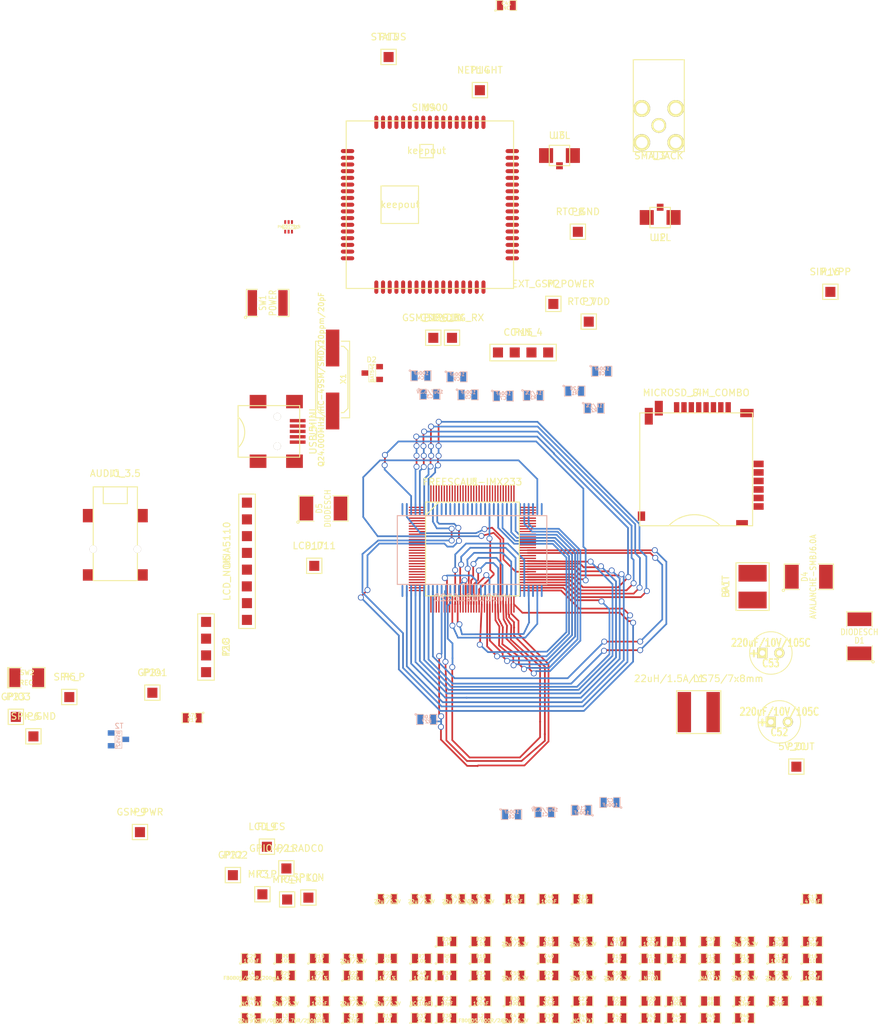
<source format=kicad_pcb>
(kicad_pcb (version 3) (host pcbnew "(2013-07-07 BZR 4022)-stable")
  (layers (15 F.Cu signal) (0 B.Cu signal) (18 B.Paste user) (19 F.Paste user) (20 B.SilkS user) (21 F.SilkS user) (22 B.Mask user) (23 F.Mask user) (28 Edge.Cuts user))
  (net 0 "")
  (net 1 +2.5V)
  (net 2 +3.3V)
  (net 3 +5V)
  (net 4 GND)
  (net 5 N-000001)
  (net 6 N-0000010)
  (net 7 N-00000100)
  (net 8 N-00000102)
  (net 9 N-00000103)
  (net 10 N-0000012)
  (net 11 N-00000120)
  (net 12 N-00000121)
  (net 13 N-00000122)
  (net 14 N-00000123)
  (net 15 N-00000124)
  (net 16 N-00000125)
  (net 17 N-00000126)
  (net 18 N-00000127)
  (net 19 N-00000128)
  (net 20 N-00000129)
  (net 21 N-0000013)
  (net 22 N-00000130)
  (net 23 N-00000131)
  (net 24 N-00000132)
  (net 25 N-00000133)
  (net 26 N-00000134)
  (net 27 N-00000135)
  (net 28 N-00000136)
  (net 29 N-00000137)
  (net 30 N-00000139)
  (net 31 N-0000014)
  (net 32 N-00000140)
  (net 33 N-00000141)
  (net 34 N-00000142)
  (net 35 N-00000143)
  (net 36 N-00000145)
  (net 37 N-00000146)
  (net 38 N-00000147)
  (net 39 N-0000015)
  (net 40 N-00000150)
  (net 41 N-00000151)
  (net 42 N-00000153)
  (net 43 N-00000155)
  (net 44 N-00000156)
  (net 45 N-00000157)
  (net 46 N-00000158)
  (net 47 N-00000159)
  (net 48 N-0000016)
  (net 49 N-00000160)
  (net 50 N-00000161)
  (net 51 N-00000162)
  (net 52 N-00000163)
  (net 53 N-00000164)
  (net 54 N-00000165)
  (net 55 N-00000167)
  (net 56 N-00000168)
  (net 57 N-00000169)
  (net 58 N-0000017)
  (net 59 N-00000170)
  (net 60 N-00000171)
  (net 61 N-00000172)
  (net 62 N-00000174)
  (net 63 N-00000175)
  (net 64 N-00000176)
  (net 65 N-00000177)
  (net 66 N-00000178)
  (net 67 N-00000179)
  (net 68 N-0000018)
  (net 69 N-00000180)
  (net 70 N-00000182)
  (net 71 N-00000183)
  (net 72 N-00000184)
  (net 73 N-00000185)
  (net 74 N-00000186)
  (net 75 N-00000187)
  (net 76 N-00000188)
  (net 77 N-00000189)
  (net 78 N-0000019)
  (net 79 N-00000190)
  (net 80 N-00000191)
  (net 81 N-00000192)
  (net 82 N-00000193)
  (net 83 N-00000194)
  (net 84 N-00000195)
  (net 85 N-00000196)
  (net 86 N-00000197)
  (net 87 N-000002)
  (net 88 N-0000020)
  (net 89 N-0000021)
  (net 90 N-0000022)
  (net 91 N-0000023)
  (net 92 N-0000024)
  (net 93 N-0000025)
  (net 94 N-0000026)
  (net 95 N-0000027)
  (net 96 N-0000028)
  (net 97 N-0000029)
  (net 98 N-000003)
  (net 99 N-0000030)
  (net 100 N-0000031)
  (net 101 N-0000032)
  (net 102 N-0000033)
  (net 103 N-0000034)
  (net 104 N-0000035)
  (net 105 N-0000036)
  (net 106 N-0000037)
  (net 107 N-0000038)
  (net 108 N-0000039)
  (net 109 N-000004)
  (net 110 N-0000040)
  (net 111 N-0000041)
  (net 112 N-0000042)
  (net 113 N-0000043)
  (net 114 N-0000044)
  (net 115 N-0000045)
  (net 116 N-0000046)
  (net 117 N-0000048)
  (net 118 N-0000049)
  (net 119 N-000005)
  (net 120 N-0000050)
  (net 121 N-0000051)
  (net 122 N-0000052)
  (net 123 N-0000053)
  (net 124 N-0000054)
  (net 125 N-0000055)
  (net 126 N-0000056)
  (net 127 N-0000057)
  (net 128 N-000006)
  (net 129 N-000007)
  (net 130 N-000008)
  (net 131 N-0000083)
  (net 132 N-0000084)
  (net 133 N-0000085)
  (net 134 N-0000086)
  (net 135 N-0000088)
  (net 136 N-0000089)
  (net 137 N-000009)
  (net 138 N-0000091)
  (module U.FL (layer F.Cu) (at 249.0216 118.4656 180)
    (fp_text reference J2 (at 0 0 180) (layer F.SilkS))
    (fp_text value U.FL (at 0 0 180) (layer F.SilkS))
    (pad 1 smd rect (at 0 4.525 180) (size 1 1.05) (layers F.Cu F.Paste F.Mask) (net 137 N-000009))
    (pad 2 smd rect (at -2 3 180) (size 2.1 2.2) (layers F.Cu F.Paste F.Mask) (net 4 GND))
    (pad 3 smd rect (at 2 3 180) (size 2.1 2.2) (layers F.Cu F.Paste F.Mask) (net 4 GND))
  )
  (module U.FL (layer F.Cu) (at 233.9848 103.2256)
    (fp_text reference J3 (at 0 0) (layer F.SilkS))
    (fp_text value U.FL (at 0 0) (layer F.SilkS))
    (pad 1 smd rect (at 0 4.525) (size 1 1.05) (layers F.Cu F.Paste F.Mask) (net 129 N-000007))
    (pad 2 smd rect (at -2 3) (size 2.1 2.2) (layers F.Cu F.Paste F.Mask) (net 4 GND))
    (pad 3 smd rect (at 2 3) (size 2.1 2.2) (layers F.Cu F.Paste F.Mask) (net 4 GND))
  )
  (module SOT363 (layer F.Cu) (at 193.5226 116.8654)
    (fp_text reference T1 (at 1.30048 0 90) (layer F.SilkS) (effects (font (size 0.508 0.508) (thickness 0.0762))))
    (fp_text value PMGD175XN (at 0.0635 0) (layer F.SilkS) (effects (font (size 0.381 0.381) (thickness 0.0762))))
    (pad 6 smd rect (at -0.50038 -0.71882) (size 0.29972 0.55118) (layers F.Cu F.Paste F.Mask) (net 104 N-0000035))
    (pad 5 smd rect (at 0 -0.71882) (size 0.29972 0.55118) (layers F.Cu F.Paste F.Mask) (net 107 N-0000038))
    (pad 4 smd rect (at 0.50038 -0.71882) (size 0.29972 0.55118) (layers F.Cu F.Paste F.Mask) (net 103 N-0000034))
    (pad 3 smd rect (at 0.50038 0.71882) (size 0.29972 0.55118) (layers F.Cu F.Paste F.Mask) (net 106 N-0000037))
    (pad 2 smd rect (at 0 0.71882) (size 0.29972 0.55118) (layers F.Cu F.Paste F.Mask) (net 107 N-0000038))
    (pad 1 smd rect (at -0.50038 0.71882) (size 0.29972 0.55118) (layers F.Cu F.Paste F.Mask) (net 105 N-0000036))
  )
  (module SOT23 (layer B.Cu) (at 168.1099 193.3575 90)
    (fp_text reference T2 (at 1.99898 0.09906 360) (layer B.SilkS) (effects (font (size 0.762 0.762) (thickness 0.11938)) (justify mirror)))
    (fp_text value BSV52 (at 0.0635 0 90) (layer B.SilkS) (effects (font (size 0.50038 0.50038) (thickness 0.09906)) (justify mirror)))
    (pad 3 smd rect (at 0 1.09982 90) (size 0.8001 1.00076) (layers B.Cu B.Paste B.Mask) (net 87 N-000002))
    (pad 2 smd rect (at 0.9525 -1.09982 90) (size 0.8001 1.00076) (layers B.Cu B.Paste B.Mask) (net 4 GND))
    (pad 1 smd rect (at -0.9525 -1.09982 90) (size 0.8001 1.00076) (layers B.Cu B.Paste B.Mask) (net 98 N-000003))
  )
  (module SOT23 (layer F.Cu) (at 206.0194 138.684 90)
    (fp_text reference D2 (at 1.99898 -0.09906 180) (layer F.SilkS) (effects (font (size 0.762 0.762) (thickness 0.11938))))
    (fp_text value BAT54C (at 0.0635 0 90) (layer F.SilkS) (effects (font (size 0.50038 0.50038) (thickness 0.09906))))
    (pad 3 smd rect (at 0 -1.09982 90) (size 0.8001 1.00076) (layers F.Cu F.Paste F.Mask) (net 116 N-0000046))
    (pad 2 smd rect (at 0.9525 1.09982 90) (size 0.8001 1.00076) (layers F.Cu F.Paste F.Mask) (net 117 N-0000048))
    (pad 1 smd rect (at -0.9525 1.09982 90) (size 0.8001 1.00076) (layers F.Cu F.Paste F.Mask) (net 115 N-0000045))
  )
  (module SMD_CONN8 (layer F.Cu) (at 184.3024 166.7764 90)
    (fp_text reference U5 (at 0 0 90) (layer F.SilkS))
    (fp_text value LCD_NOKIA5110 (at 0 0 90) (layer F.SilkS))
    (pad 1 smd rect (at -8.75 3 90) (size 1.5 1.5) (layers F.Cu F.Paste F.Mask) (net 22 N-00000130))
    (pad 2 smd rect (at -6.25 3 90) (size 1.5 1.5) (layers F.Cu F.Paste F.Mask) (net 8 N-00000102))
    (pad 3 smd rect (at -3.75 2.9845 90) (size 1.5 1.5) (layers F.Cu F.Paste F.Mask) (net 23 N-00000131))
    (pad 4 smd rect (at -1.25 3 90) (size 1.5 1.5) (layers F.Cu F.Paste F.Mask) (net 26 N-00000134))
    (pad 5 smd rect (at 1.25 3 90) (size 1.5 1.5) (layers F.Cu F.Paste F.Mask) (net 25 N-00000133))
    (pad 6 smd rect (at 3.75 3 90) (size 1.5 1.5) (layers F.Cu F.Paste F.Mask) (net 2 +3.3V))
    (pad 7 smd rect (at 6.25 3 90) (size 1.5 1.5) (layers F.Cu F.Paste F.Mask) (net 24 N-00000132))
    (pad 8 smd rect (at 8.75 3 90) (size 1.5 1.5) (layers F.Cu F.Paste F.Mask) (net 4 GND))
  )
  (module SMD_CONN4 (layer F.Cu) (at 184.2008 179.578 270)
    (fp_text reference P18 (at 0 0 270) (layer F.SilkS))
    (fp_text value I2C (at 0 0 270) (layer F.SilkS))
    (pad 1 smd rect (at -3.75 3 270) (size 1.5 1.5) (layers F.Cu F.Paste F.Mask) (net 2 +3.3V))
    (pad 2 smd rect (at -1.25 3 270) (size 1.5 1.5) (layers F.Cu F.Paste F.Mask) (net 32 N-00000140))
    (pad 3 smd rect (at 1.25 3 270) (size 1.5 1.5) (layers F.Cu F.Paste F.Mask) (net 30 N-00000139))
    (pad 4 smd rect (at 3.75 3 270) (size 1.5 1.5) (layers F.Cu F.Paste F.Mask) (net 4 GND))
  )
  (module SMD_CONN4 (layer F.Cu) (at 228.5492 132.6134)
    (fp_text reference P15 (at 0 0) (layer F.SilkS))
    (fp_text value CONN_4 (at 0 0) (layer F.SilkS))
    (pad 1 smd rect (at -3.75 3) (size 1.5 1.5) (layers F.Cu F.Paste F.Mask) (net 117 N-0000048))
    (pad 2 smd rect (at -1.25 3) (size 1.5 1.5) (layers F.Cu F.Paste F.Mask) (net 16 N-00000125))
    (pad 3 smd rect (at 1.25 3) (size 1.5 1.5) (layers F.Cu F.Paste F.Mask) (net 4 GND))
    (pad 4 smd rect (at 3.75 3) (size 1.5 1.5) (layers F.Cu F.Paste F.Mask) (net 15 N-00000124))
  )
  (module SMD_CONN2_PWR (layer F.Cu) (at 258.826 170.561 90)
    (fp_text reference P1 (at 0 0 90) (layer F.SilkS))
    (fp_text value BATT (at 0 0 90) (layer F.SilkS))
    (pad 1 smd rect (at -2 4 90) (size 2.5 4.2) (layers F.Cu F.Paste F.Mask) (net 85 N-00000196))
    (pad 2 smd rect (at 2 4 90) (size 2.5 4.2) (layers F.Cu F.Paste F.Mask) (net 4 GND))
  )
  (module SMD_CONN1 (layer F.Cu) (at 217.932 130.429)
    (fp_text reference P11 (at 0 0) (layer F.SilkS))
    (fp_text value GSM_DBG_RX (at 0 0) (layer F.SilkS))
    (pad 1 smd rect (at 0 3) (size 1.5 1.5) (layers F.Cu F.Paste F.Mask) (net 90 N-0000022))
  )
  (module SMD_CONN1 (layer F.Cu) (at 189.611 213.487)
    (fp_text reference P3 (at 0 0) (layer F.SilkS))
    (fp_text value MIC_P (at 0 0) (layer F.SilkS))
    (pad 1 smd rect (at 0 3) (size 1.5 1.5) (layers F.Cu F.Paste F.Mask) (net 111 N-0000041))
  )
  (module SMD_CONN1 (layer F.Cu) (at 215.138 130.429)
    (fp_text reference P12 (at 0 0) (layer F.SilkS))
    (fp_text value GSM_DBG_TX (at 0 0) (layer F.SilkS))
    (pad 1 smd rect (at 0 3) (size 1.5 1.5) (layers F.Cu F.Paste F.Mask) (net 89 N-0000021))
  )
  (module SMD_CONN1 (layer F.Cu) (at 193.3067 214.2617)
    (fp_text reference P4 (at 0 0) (layer F.SilkS))
    (fp_text value MIC_N (at 0 0) (layer F.SilkS))
    (pad 1 smd rect (at 0 3) (size 1.5 1.5) (layers F.Cu F.Paste F.Mask) (net 4 GND))
  )
  (module SMD_CONN1 (layer F.Cu) (at 160.7693 184.0484)
    (fp_text reference P5 (at 0 0) (layer F.SilkS))
    (fp_text value SPK_P (at 0 0) (layer F.SilkS))
    (pad 1 smd rect (at 0 3) (size 1.5 1.5) (layers F.Cu F.Paste F.Mask) (net 36 N-00000145))
  )
  (module SMD_CONN1 (layer F.Cu) (at 155.4099 189.9158)
    (fp_text reference P6 (at 0 0) (layer F.SilkS))
    (fp_text value SPK_GND (at 0 0) (layer F.SilkS))
    (pad 1 smd rect (at 0 3) (size 1.5 1.5) (layers F.Cu F.Paste F.Mask) (net 4 GND))
  )
  (module SMD_CONN1 (layer F.Cu) (at 222.0976 93.472)
    (fp_text reference P14 (at 0 0) (layer F.SilkS))
    (fp_text value NETLIGHT (at 0 0) (layer F.SilkS))
    (pad 1 smd rect (at 0 3) (size 1.5 1.5) (layers F.Cu F.Paste F.Mask) (net 119 N-000005))
  )
  (module SMD_CONN1 (layer F.Cu) (at 208.4578 88.519)
    (fp_text reference P13 (at 0 0) (layer F.SilkS))
    (fp_text value STATUS (at 0 0) (layer F.SilkS))
    (pad 1 smd rect (at 0 3) (size 1.5 1.5) (layers F.Cu F.Paste F.Mask) (net 128 N-000006))
  )
  (module SMD_CONN1 (layer F.Cu) (at 171.323 204.2033)
    (fp_text reference P9 (at 0 0) (layer F.SilkS))
    (fp_text value GSM_PWR (at 0 0) (layer F.SilkS))
    (pad 1 smd rect (at 0 3) (size 1.5 1.5) (layers F.Cu F.Paste F.Mask) (net 87 N-000002))
  )
  (module SMD_CONN1 (layer F.Cu) (at 238.3536 128.016)
    (fp_text reference P7 (at 0 0) (layer F.SilkS))
    (fp_text value RTC_VDD (at 0 0) (layer F.SilkS))
    (pad 1 smd rect (at 0 3) (size 1.5 1.5) (layers F.Cu F.Paste F.Mask) (net 6 N-0000010))
  )
  (module SMD_CONN1 (layer F.Cu) (at 236.728 114.6048)
    (fp_text reference P8 (at 0 0) (layer F.SilkS))
    (fp_text value RTC_GND (at 0 0) (layer F.SilkS))
    (pad 1 smd rect (at 0 3) (size 1.5 1.5) (layers F.Cu F.Paste F.Mask) (net 4 GND))
  )
  (module SMD_CONN1 (layer F.Cu) (at 197.358 164.465)
    (fp_text reference P17 (at 0 0) (layer F.SilkS))
    (fp_text value LCD_D11 (at 0 0) (layer F.SilkS))
    (pad 1 smd rect (at 0 3) (size 1.5 1.5) (layers F.Cu F.Paste F.Mask) (net 138 N-0000091))
  )
  (module SMD_CONN1 (layer F.Cu) (at 193.1924 209.6262)
    (fp_text reference P21 (at 0 0) (layer F.SilkS))
    (fp_text value GPIO4/LRADC0 (at 0 0) (layer F.SilkS))
    (pad 1 smd rect (at 0 3) (size 1.5 1.5) (layers F.Cu F.Paste F.Mask) (net 133 N-0000085))
  )
  (module SMD_CONN1 (layer F.Cu) (at 152.781 187.0075)
    (fp_text reference P23 (at 0 0) (layer F.SilkS))
    (fp_text value GPIO3 (at 0 0) (layer F.SilkS))
    (pad 1 smd rect (at 0 3) (size 1.5 1.5) (layers F.Cu F.Paste F.Mask) (net 134 N-0000086))
  )
  (module SMD_CONN1 (layer F.Cu) (at 190.2841 206.3877)
    (fp_text reference P19 (at 0 0) (layer F.SilkS))
    (fp_text value LCD_CS (at 0 0) (layer F.SilkS))
    (pad 1 smd rect (at 0 3) (size 1.5 1.5) (layers F.Cu F.Paste F.Mask) (net 8 N-00000102))
  )
  (module SMD_CONN1 (layer F.Cu) (at 233.0704 125.3744)
    (fp_text reference P2 (at 0 0) (layer F.SilkS))
    (fp_text value EXT_GSM_POWER (at 0 0) (layer F.SilkS))
    (pad 1 smd rect (at 0 3) (size 1.5 1.5) (layers F.Cu F.Paste F.Mask) (net 68 N-0000018))
  )
  (module SMD_CONN1 (layer F.Cu) (at 274.447 123.571)
    (fp_text reference P16 (at 0 0) (layer F.SilkS))
    (fp_text value SIM_VPP (at 0 0) (layer F.SilkS))
    (pad 1 smd rect (at 0 3) (size 1.5 1.5) (layers F.Cu F.Paste F.Mask) (net 9 N-00000103))
  )
  (module SMD_CONN1 (layer F.Cu) (at 185.2041 210.6295)
    (fp_text reference P22 (at 0 0) (layer F.SilkS))
    (fp_text value GPIO2 (at 0 0) (layer F.SilkS))
    (pad 1 smd rect (at 0 3) (size 1.5 1.5) (layers F.Cu F.Paste F.Mask) (net 131 N-0000083))
  )
  (module SMD_CONN1 (layer F.Cu) (at 196.4817 213.9823)
    (fp_text reference P10 (at 0 0) (layer F.SilkS))
    (fp_text value SPK_N (at 0 0) (layer F.SilkS))
    (pad 1 smd rect (at 0 3) (size 1.5 1.5) (layers F.Cu F.Paste F.Mask) (net 136 N-0000089))
  )
  (module SMD_CONN1 (layer F.Cu) (at 269.367 194.437)
    (fp_text reference P20 (at 0 0) (layer F.SilkS))
    (fp_text value 5V_OUT (at 0 0) (layer F.SilkS))
    (pad 1 smd rect (at 0 3) (size 1.5 1.5) (layers F.Cu F.Paste F.Mask) (net 3 +5V))
  )
  (module SMD_CONN1 (layer F.Cu) (at 173.1772 183.4007)
    (fp_text reference P24 (at 0 0) (layer F.SilkS))
    (fp_text value GPIO1 (at 0 0) (layer F.SilkS))
    (pad 1 smd rect (at 0 3) (size 1.5 1.5) (layers F.Cu F.Paste F.Mask) (net 135 N-0000088))
  )
  (module SMA_SOCKET (layer F.Cu) (at 248.8184 106.2736 180)
    (fp_text reference U3 (at 0 0 180) (layer F.SilkS))
    (fp_text value SMA_JACK (at 0 0 180) (layer F.SilkS))
    (pad 1 thru_hole circle (at 0 4.54 180) (size 2.2 2.2) (drill 1.6) (layers *.Cu *.Mask F.SilkS) (net 137 N-000009))
    (pad 2 thru_hole circle (at -2.54 2 180) (size 2.5 2.5) (drill 1.7) (layers *.Cu *.Mask F.SilkS) (net 4 GND))
    (pad 3 thru_hole circle (at 2.54 2 180) (size 2.5 2.5) (drill 1.7) (layers *.Cu *.Mask F.SilkS) (net 4 GND))
    (pad 4 thru_hole circle (at 2.54 7.08 180) (size 2.5 2.5) (drill 1.7) (layers *.Cu *.Mask F.SilkS) (net 4 GND))
    (pad 5 thru_hole circle (at -2.54 7.08 180) (size 2.5 2.5) (drill 1.7) (layers *.Cu *.Mask F.SilkS) (net 4 GND))
  )
  (module SM1812L (layer F.Cu) (at 198.7296 158.9024)
    (fp_text reference D5 (at -0.62992 0 90) (layer F.SilkS) (effects (font (size 0.889 0.762) (thickness 0.127))))
    (fp_text value DIODESCH (at 0.635 0 90) (layer F.SilkS) (effects (font (size 0.889 0.762) (thickness 0.127))))
    (pad 1 smd rect (at -2.54 0) (size 2.032 3.556) (layers F.Cu F.Paste F.Mask) (net 28 N-00000136))
    (pad 2 smd rect (at 2.54 0) (size 2.032 3.556) (layers F.Cu F.Paste F.Mask) (net 29 N-00000137))
  )
  (module SM1812L (layer F.Cu) (at 271.2339 169.0878)
    (fp_text reference D4 (at -0.62992 0 90) (layer F.SilkS) (effects (font (size 0.889 0.762) (thickness 0.127))))
    (fp_text value AVALANCHE-SMBJ6.0A (at 0.635 0 90) (layer F.SilkS) (effects (font (size 0.889 0.762) (thickness 0.127))))
    (pad 1 smd rect (at -2.54 0) (size 2.032 3.556) (layers F.Cu F.Paste F.Mask) (net 4 GND))
    (pad 2 smd rect (at 2.54 0) (size 2.032 3.556) (layers F.Cu F.Paste F.Mask) (net 29 N-00000137))
  )
  (module SM1812L (layer F.Cu) (at 278.7904 177.9778 90)
    (fp_text reference D1 (at -0.62992 0 180) (layer F.SilkS) (effects (font (size 0.889 0.762) (thickness 0.127))))
    (fp_text value DIODESCH (at 0.635 0 180) (layer F.SilkS) (effects (font (size 0.889 0.762) (thickness 0.127))))
    (pad 1 smd rect (at -2.54 0 90) (size 2.032 3.556) (layers F.Cu F.Paste F.Mask) (net 85 N-00000196))
    (pad 2 smd rect (at 2.54 0 90) (size 2.032 3.556) (layers F.Cu F.Paste F.Mask) (net 10 N-0000012))
  )
  (module SM1812 (layer F.Cu) (at 190.3984 128.2192)
    (fp_text reference SW1 (at -0.74676 0 90) (layer F.SilkS) (effects (font (size 1.016 0.762) (thickness 0.127))))
    (fp_text value POWER (at 0.762 0 90) (layer F.SilkS) (effects (font (size 1.016 0.762) (thickness 0.127))))
    (pad 1 smd rect (at -2.286 0) (size 1.397 3.81) (layers F.Cu F.Paste F.Mask) (net 126 N-0000056))
    (pad 2 smd rect (at 2.286 0) (size 1.397 3.81) (layers F.Cu F.Paste F.Mask) (net 121 N-0000051))
  )
  (module SM1210L (layer F.Cu) (at 154.3431 184.15)
    (fp_text reference SW2 (at 0.127 -0.762) (layer F.SilkS) (effects (font (size 0.7 0.7) (thickness 0.127))))
    (fp_text value REC (at 0 0.762) (layer F.SilkS) (effects (font (size 0.7 0.7) (thickness 0.127))))
    (pad 1 smd rect (at -1.778 0) (size 1.778 2.794) (layers F.Cu F.Paste F.Mask) (net 126 N-0000056))
    (pad 2 smd rect (at 1.778 0) (size 1.778 2.794) (layers F.Cu F.Paste F.Mask) (net 113 N-0000043))
  )
  (module SM0805 (layer F.Cu) (at 247.65 223.52)
    (fp_text reference C33 (at 0 -0.3175) (layer F.SilkS) (effects (font (size 0.50038 0.50038) (thickness 0.10922))))
    (fp_text value 100nF (at 0 0.381) (layer F.SilkS) (effects (font (size 0.50038 0.50038) (thickness 0.10922))))
    (pad 1 smd rect (at -0.9525 0) (size 0.889 1.397) (layers F.Cu F.Paste F.Mask) (net 121 N-0000051))
    (pad 2 smd rect (at 0.9525 0) (size 0.889 1.397) (layers F.Cu F.Paste F.Mask) (net 4 GND))
  )
  (module SM0805 (layer F.Cu) (at 251.46 223.52)
    (fp_text reference D3 (at 0 -0.3175) (layer F.SilkS) (effects (font (size 0.50038 0.50038) (thickness 0.10922))))
    (fp_text value LED (at 0 0.381) (layer F.SilkS) (effects (font (size 0.50038 0.50038) (thickness 0.10922))))
    (pad 1 smd rect (at -0.9525 0) (size 0.889 1.397) (layers F.Cu F.Paste F.Mask) (net 14 N-00000123))
    (pad 2 smd rect (at 0.9525 0) (size 0.889 1.397) (layers F.Cu F.Paste F.Mask) (net 13 N-00000122))
  )
  (module SM0805 (layer F.Cu) (at 256.54 223.52)
    (fp_text reference C39 (at 0 -0.3175) (layer F.SilkS) (effects (font (size 0.50038 0.50038) (thickness 0.10922))))
    (fp_text value 1uF (at 0 0.381) (layer F.SilkS) (effects (font (size 0.50038 0.50038) (thickness 0.10922))))
    (pad 1 smd rect (at -0.9525 0) (size 0.889 1.397) (layers F.Cu F.Paste F.Mask) (net 18 N-00000127))
    (pad 2 smd rect (at 0.9525 0) (size 0.889 1.397) (layers F.Cu F.Paste F.Mask) (net 4 GND))
  )
  (module SM0805 (layer F.Cu) (at 261.62 223.52)
    (fp_text reference C36 (at 0 -0.3175) (layer F.SilkS) (effects (font (size 0.50038 0.50038) (thickness 0.10922))))
    (fp_text value 22uF/6.3V (at 0 0.381) (layer F.SilkS) (effects (font (size 0.50038 0.50038) (thickness 0.10922))))
    (pad 1 smd rect (at -0.9525 0) (size 0.889 1.397) (layers F.Cu F.Paste F.Mask) (net 10 N-0000012))
    (pad 2 smd rect (at 0.9525 0) (size 0.889 1.397) (layers F.Cu F.Paste F.Mask) (net 4 GND))
  )
  (module SM0805 (layer F.Cu) (at 266.7 223.52)
    (fp_text reference C38 (at 0 -0.3175) (layer F.SilkS) (effects (font (size 0.50038 0.50038) (thickness 0.10922))))
    (fp_text value 15pF (at 0 0.381) (layer F.SilkS) (effects (font (size 0.50038 0.50038) (thickness 0.10922))))
    (pad 1 smd rect (at -0.9525 0) (size 0.889 1.397) (layers F.Cu F.Paste F.Mask) (net 12 N-00000121))
    (pad 2 smd rect (at 0.9525 0) (size 0.889 1.397) (layers F.Cu F.Paste F.Mask) (net 4 GND))
  )
  (module SM0805 (layer F.Cu) (at 271.78 223.52)
    (fp_text reference C37 (at 0 -0.3175) (layer F.SilkS) (effects (font (size 0.50038 0.50038) (thickness 0.10922))))
    (fp_text value 15pF (at 0 0.381) (layer F.SilkS) (effects (font (size 0.50038 0.50038) (thickness 0.10922))))
    (pad 1 smd rect (at -0.9525 0) (size 0.889 1.397) (layers F.Cu F.Paste F.Mask) (net 86 N-00000197))
    (pad 2 smd rect (at 0.9525 0) (size 0.889 1.397) (layers F.Cu F.Paste F.Mask) (net 4 GND))
  )
  (module SM0805 (layer F.Cu) (at 187.96 226.06)
    (fp_text reference C29 (at 0 -0.3175) (layer F.SilkS) (effects (font (size 0.50038 0.50038) (thickness 0.10922))))
    (fp_text value 100nF (at 0 0.381) (layer F.SilkS) (effects (font (size 0.50038 0.50038) (thickness 0.10922))))
    (pad 1 smd rect (at -0.9525 0) (size 0.889 1.397) (layers F.Cu F.Paste F.Mask) (net 2 +3.3V))
    (pad 2 smd rect (at 0.9525 0) (size 0.889 1.397) (layers F.Cu F.Paste F.Mask) (net 4 GND))
  )
  (module SM0805 (layer F.Cu) (at 237.49 223.52)
    (fp_text reference C35 (at 0 -0.3175) (layer F.SilkS) (effects (font (size 0.50038 0.50038) (thickness 0.10922))))
    (fp_text value 22uF/6.3V (at 0 0.381) (layer F.SilkS) (effects (font (size 0.50038 0.50038) (thickness 0.10922))))
    (pad 1 smd rect (at -0.9525 0) (size 0.889 1.397) (layers F.Cu F.Paste F.Mask) (net 10 N-0000012))
    (pad 2 smd rect (at 0.9525 0) (size 0.889 1.397) (layers F.Cu F.Paste F.Mask) (net 4 GND))
  )
  (module SM0805 (layer F.Cu) (at 222.25 232.41)
    (fp_text reference C34 (at 0 -0.3175) (layer F.SilkS) (effects (font (size 0.50038 0.50038) (thickness 0.10922))))
    (fp_text value 100nF (at 0 0.381) (layer F.SilkS) (effects (font (size 0.50038 0.50038) (thickness 0.10922))))
    (pad 1 smd rect (at -0.9525 0) (size 0.889 1.397) (layers F.Cu F.Paste F.Mask) (net 3 +5V))
    (pad 2 smd rect (at 0.9525 0) (size 0.889 1.397) (layers F.Cu F.Paste F.Mask) (net 4 GND))
  )
  (module SM0805 (layer F.Cu) (at 217.17 232.41)
    (fp_text reference C22 (at 0 -0.3175) (layer F.SilkS) (effects (font (size 0.50038 0.50038) (thickness 0.10922))))
    (fp_text value 10pF (at 0 0.381) (layer F.SilkS) (effects (font (size 0.50038 0.50038) (thickness 0.10922))))
    (pad 1 smd rect (at -0.9525 0) (size 0.889 1.397) (layers F.Cu F.Paste F.Mask) (net 11 N-00000120))
    (pad 2 smd rect (at 0.9525 0) (size 0.889 1.397) (layers F.Cu F.Paste F.Mask) (net 4 GND))
  )
  (module SM0805 (layer F.Cu) (at 213.36 232.41)
    (fp_text reference C21 (at 0 -0.3175) (layer F.SilkS) (effects (font (size 0.50038 0.50038) (thickness 0.10922))))
    (fp_text value "NC(10pF)" (at 0 0.381) (layer F.SilkS) (effects (font (size 0.50038 0.50038) (thickness 0.10922))))
    (pad 1 smd rect (at -0.9525 0) (size 0.889 1.397) (layers F.Cu F.Paste F.Mask) (net 17 N-00000126))
    (pad 2 smd rect (at 0.9525 0) (size 0.889 1.397) (layers F.Cu F.Paste F.Mask) (net 4 GND))
  )
  (module SM0805 (layer F.Cu) (at 208.28 232.41)
    (fp_text reference C23 (at 0 -0.3175) (layer F.SilkS) (effects (font (size 0.50038 0.50038) (thickness 0.10922))))
    (fp_text value 22uF/6.3V (at 0 0.381) (layer F.SilkS) (effects (font (size 0.50038 0.50038) (thickness 0.10922))))
    (pad 1 smd rect (at -0.9525 0) (size 0.889 1.397) (layers F.Cu F.Paste F.Mask) (net 20 N-00000129))
    (pad 2 smd rect (at 0.9525 0) (size 0.889 1.397) (layers F.Cu F.Paste F.Mask) (net 4 GND))
  )
  (module SM0805 (layer F.Cu) (at 203.2 232.41)
    (fp_text reference C32 (at 0 -0.3175) (layer F.SilkS) (effects (font (size 0.50038 0.50038) (thickness 0.10922))))
    (fp_text value 22uF/6.3V (at 0 0.381) (layer F.SilkS) (effects (font (size 0.50038 0.50038) (thickness 0.10922))))
    (pad 1 smd rect (at -0.9525 0) (size 0.889 1.397) (layers F.Cu F.Paste F.Mask) (net 3 +5V))
    (pad 2 smd rect (at 0.9525 0) (size 0.889 1.397) (layers F.Cu F.Paste F.Mask) (net 4 GND))
  )
  (module SM0805 (layer F.Cu) (at 198.12 232.41)
    (fp_text reference C31 (at 0 -0.3175) (layer F.SilkS) (effects (font (size 0.50038 0.50038) (thickness 0.10922))))
    (fp_text value 100nF (at 0 0.381) (layer F.SilkS) (effects (font (size 0.50038 0.50038) (thickness 0.10922))))
    (pad 1 smd rect (at -0.9525 0) (size 0.889 1.397) (layers F.Cu F.Paste F.Mask) (net 19 N-00000128))
    (pad 2 smd rect (at 0.9525 0) (size 0.889 1.397) (layers F.Cu F.Paste F.Mask) (net 4 GND))
  )
  (module SM0805 (layer F.Cu) (at 193.04 232.41)
    (fp_text reference C30 (at 0 -0.3175) (layer F.SilkS) (effects (font (size 0.50038 0.50038) (thickness 0.10922))))
    (fp_text value 22uF/6.3V (at 0 0.381) (layer F.SilkS) (effects (font (size 0.50038 0.50038) (thickness 0.10922))))
    (pad 1 smd rect (at -0.9525 0) (size 0.889 1.397) (layers F.Cu F.Paste F.Mask) (net 19 N-00000128))
    (pad 2 smd rect (at 0.9525 0) (size 0.889 1.397) (layers F.Cu F.Paste F.Mask) (net 4 GND))
  )
  (module SM0805 (layer F.Cu) (at 187.96 232.41)
    (fp_text reference R40 (at 0 -0.3175) (layer F.SilkS) (effects (font (size 0.50038 0.50038) (thickness 0.10922))))
    (fp_text value "NC(47k)" (at 0 0.381) (layer F.SilkS) (effects (font (size 0.50038 0.50038) (thickness 0.10922))))
    (pad 1 smd rect (at -0.9525 0) (size 0.889 1.397) (layers F.Cu F.Paste F.Mask) (net 4 GND))
    (pad 2 smd rect (at 0.9525 0) (size 0.889 1.397) (layers F.Cu F.Paste F.Mask) (net 118 N-0000049))
  )
  (module SM0805 (layer F.Cu) (at 271.78 228.6)
    (fp_text reference C24 (at 0 -0.3175) (layer F.SilkS) (effects (font (size 0.50038 0.50038) (thickness 0.10922))))
    (fp_text value 100nF (at 0 0.381) (layer F.SilkS) (effects (font (size 0.50038 0.50038) (thickness 0.10922))))
    (pad 1 smd rect (at -0.9525 0) (size 0.889 1.397) (layers F.Cu F.Paste F.Mask) (net 20 N-00000129))
    (pad 2 smd rect (at 0.9525 0) (size 0.889 1.397) (layers F.Cu F.Paste F.Mask) (net 4 GND))
  )
  (module SM0805 (layer F.Cu) (at 266.7 228.6)
    (fp_text reference C26 (at 0 -0.3175) (layer F.SilkS) (effects (font (size 0.50038 0.50038) (thickness 0.10922))))
    (fp_text value 22uF/6.3V (at 0 0.381) (layer F.SilkS) (effects (font (size 0.50038 0.50038) (thickness 0.10922))))
    (pad 1 smd rect (at -0.9525 0) (size 0.889 1.397) (layers F.Cu F.Paste F.Mask) (net 2 +3.3V))
    (pad 2 smd rect (at 0.9525 0) (size 0.889 1.397) (layers F.Cu F.Paste F.Mask) (net 4 GND))
  )
  (module SM0805 (layer F.Cu) (at 261.62 228.6)
    (fp_text reference C28 (at 0 -0.3175) (layer F.SilkS) (effects (font (size 0.50038 0.50038) (thickness 0.10922))))
    (fp_text value 22uF/6.3V (at 0 0.381) (layer F.SilkS) (effects (font (size 0.50038 0.50038) (thickness 0.10922))))
    (pad 1 smd rect (at -0.9525 0) (size 0.889 1.397) (layers F.Cu F.Paste F.Mask) (net 2 +3.3V))
    (pad 2 smd rect (at 0.9525 0) (size 0.889 1.397) (layers F.Cu F.Paste F.Mask) (net 4 GND))
  )
  (module SM0805 (layer F.Cu) (at 256.54 228.6)
    (fp_text reference R33 (at 0 -0.3175) (layer F.SilkS) (effects (font (size 0.50038 0.50038) (thickness 0.10922))))
    (fp_text value "NA(47k)" (at 0 0.381) (layer F.SilkS) (effects (font (size 0.50038 0.50038) (thickness 0.10922))))
    (pad 1 smd rect (at -0.9525 0) (size 0.889 1.397) (layers F.Cu F.Paste F.Mask) (net 4 GND))
    (pad 2 smd rect (at 0.9525 0) (size 0.889 1.397) (layers F.Cu F.Paste F.Mask) (net 120 N-0000050))
  )
  (module SM0805 (layer F.Cu) (at 187.96 228.6)
    (fp_text reference L4 (at 0 -0.3175) (layer F.SilkS) (effects (font (size 0.50038 0.50038) (thickness 0.10922))))
    (fp_text value FB0805/600R/200mA (at 0 0.381) (layer F.SilkS) (effects (font (size 0.50038 0.50038) (thickness 0.10922))))
    (pad 1 smd rect (at -0.9525 0) (size 0.889 1.397) (layers F.Cu F.Paste F.Mask) (net 4 GND))
    (pad 2 smd rect (at 0.9525 0) (size 0.889 1.397) (layers F.Cu F.Paste F.Mask) (net 132 N-0000084))
  )
  (module SM0805 (layer F.Cu) (at 247.65 228.6)
    (fp_text reference R4 (at 0 -0.3175) (layer F.SilkS) (effects (font (size 0.50038 0.50038) (thickness 0.10922))))
    (fp_text value "NC(0)" (at 0 0.381) (layer F.SilkS) (effects (font (size 0.50038 0.50038) (thickness 0.10922))))
    (pad 1 smd rect (at -0.9525 0) (size 0.889 1.397) (layers F.Cu F.Paste F.Mask) (net 68 N-0000018))
    (pad 2 smd rect (at 0.9525 0) (size 0.889 1.397) (layers F.Cu F.Paste F.Mask) (net 7 N-00000100))
  )
  (module SM0805 (layer F.Cu) (at 242.57 228.6)
    (fp_text reference C50 (at 0 -0.3175) (layer F.SilkS) (effects (font (size 0.50038 0.50038) (thickness 0.10922))))
    (fp_text value 22uF/6.3V (at 0 0.381) (layer F.SilkS) (effects (font (size 0.50038 0.50038) (thickness 0.10922))))
    (pad 1 smd rect (at -0.9525 0) (size 0.889 1.397) (layers F.Cu F.Paste F.Mask) (net 3 +5V))
    (pad 2 smd rect (at 0.9525 0) (size 0.889 1.397) (layers F.Cu F.Paste F.Mask) (net 4 GND))
  )
  (module SM0805 (layer F.Cu) (at 237.49 228.6)
    (fp_text reference C51 (at 0 -0.3175) (layer F.SilkS) (effects (font (size 0.50038 0.50038) (thickness 0.10922))))
    (fp_text value 22uF/6.3V (at 0 0.381) (layer F.SilkS) (effects (font (size 0.50038 0.50038) (thickness 0.10922))))
    (pad 1 smd rect (at -0.9525 0) (size 0.889 1.397) (layers F.Cu F.Paste F.Mask) (net 3 +5V))
    (pad 2 smd rect (at 0.9525 0) (size 0.889 1.397) (layers F.Cu F.Paste F.Mask) (net 4 GND))
  )
  (module SM0805 (layer F.Cu) (at 232.41 228.6)
    (fp_text reference R24 (at 0 -0.3175) (layer F.SilkS) (effects (font (size 0.50038 0.50038) (thickness 0.10922))))
    (fp_text value 4k7 (at 0 0.381) (layer F.SilkS) (effects (font (size 0.50038 0.50038) (thickness 0.10922))))
    (pad 1 smd rect (at -0.9525 0) (size 0.889 1.397) (layers F.Cu F.Paste F.Mask) (net 116 N-0000046))
    (pad 2 smd rect (at 0.9525 0) (size 0.889 1.397) (layers F.Cu F.Paste F.Mask) (net 2 +3.3V))
  )
  (module SM0805 (layer F.Cu) (at 227.33 228.6)
    (fp_text reference C55 (at 0 -0.3175) (layer F.SilkS) (effects (font (size 0.50038 0.50038) (thickness 0.10922))))
    (fp_text value 22uF/6.3V (at 0 0.381) (layer F.SilkS) (effects (font (size 0.50038 0.50038) (thickness 0.10922))))
    (pad 1 smd rect (at -0.9525 0) (size 0.889 1.397) (layers F.Cu F.Paste F.Mask) (net 34 N-00000142))
    (pad 2 smd rect (at 0.9525 0) (size 0.889 1.397) (layers F.Cu F.Paste F.Mask) (net 4 GND))
  )
  (module SM0805 (layer F.Cu) (at 222.25 228.6)
    (fp_text reference R34 (at 0 -0.3175) (layer F.SilkS) (effects (font (size 0.50038 0.50038) (thickness 0.10922))))
    (fp_text value 10k (at 0 0.381) (layer F.SilkS) (effects (font (size 0.50038 0.50038) (thickness 0.10922))))
    (pad 1 smd rect (at -0.9525 0) (size 0.889 1.397) (layers F.Cu F.Paste F.Mask) (net 2 +3.3V))
    (pad 2 smd rect (at 0.9525 0) (size 0.889 1.397) (layers F.Cu F.Paste F.Mask) (net 113 N-0000043))
  )
  (module SM0805 (layer F.Cu) (at 217.17 228.6)
    (fp_text reference R36 (at 0 -0.3175) (layer F.SilkS) (effects (font (size 0.50038 0.50038) (thickness 0.10922))))
    (fp_text value 0 (at 0 0.381) (layer F.SilkS) (effects (font (size 0.50038 0.50038) (thickness 0.10922))))
    (pad 1 smd rect (at -0.9525 0) (size 0.889 1.397) (layers F.Cu F.Paste F.Mask) (net 114 N-0000044))
    (pad 2 smd rect (at 0.9525 0) (size 0.889 1.397) (layers F.Cu F.Paste F.Mask) (net 126 N-0000056))
  )
  (module SM0805 (layer F.Cu) (at 213.36 228.6)
    (fp_text reference C49 (at 0 -0.3175) (layer F.SilkS) (effects (font (size 0.50038 0.50038) (thickness 0.10922))))
    (fp_text value 100nF (at 0 0.381) (layer F.SilkS) (effects (font (size 0.50038 0.50038) (thickness 0.10922))))
    (pad 1 smd rect (at -0.9525 0) (size 0.889 1.397) (layers F.Cu F.Paste F.Mask) (net 127 N-0000057))
    (pad 2 smd rect (at 0.9525 0) (size 0.889 1.397) (layers F.Cu F.Paste F.Mask) (net 4 GND))
  )
  (module SM0805 (layer F.Cu) (at 208.28 228.6)
    (fp_text reference R23 (at 0 -0.3175) (layer F.SilkS) (effects (font (size 0.50038 0.50038) (thickness 0.10922))))
    (fp_text value 1k/1% (at 0 0.381) (layer F.SilkS) (effects (font (size 0.50038 0.50038) (thickness 0.10922))))
    (pad 1 smd rect (at -0.9525 0) (size 0.889 1.397) (layers F.Cu F.Paste F.Mask) (net 126 N-0000056))
    (pad 2 smd rect (at 0.9525 0) (size 0.889 1.397) (layers F.Cu F.Paste F.Mask) (net 127 N-0000057))
  )
  (module SM0805 (layer F.Cu) (at 203.2 228.6)
    (fp_text reference R22 (at 0 -0.3175) (layer F.SilkS) (effects (font (size 0.50038 0.50038) (thickness 0.10922))))
    (fp_text value 100k (at 0 0.381) (layer F.SilkS) (effects (font (size 0.50038 0.50038) (thickness 0.10922))))
    (pad 1 smd rect (at -0.9525 0) (size 0.889 1.397) (layers F.Cu F.Paste F.Mask) (net 4 GND))
    (pad 2 smd rect (at 0.9525 0) (size 0.889 1.397) (layers F.Cu F.Paste F.Mask) (net 126 N-0000056))
  )
  (module SM0805 (layer F.Cu) (at 198.12 228.6)
    (fp_text reference R26 (at 0 -0.3175) (layer F.SilkS) (effects (font (size 0.50038 0.50038) (thickness 0.10922))))
    (fp_text value 1k/1% (at 0 0.381) (layer F.SilkS) (effects (font (size 0.50038 0.50038) (thickness 0.10922))))
    (pad 1 smd rect (at -0.9525 0) (size 0.889 1.397) (layers F.Cu F.Paste F.Mask) (net 126 N-0000056))
    (pad 2 smd rect (at 0.9525 0) (size 0.889 1.397) (layers F.Cu F.Paste F.Mask) (net 122 N-0000052))
  )
  (module SM0805 (layer F.Cu) (at 193.04 228.6)
    (fp_text reference R25 (at 0 -0.3175) (layer F.SilkS) (effects (font (size 0.50038 0.50038) (thickness 0.10922))))
    (fp_text value 2k2 (at 0 0.381) (layer F.SilkS) (effects (font (size 0.50038 0.50038) (thickness 0.10922))))
    (pad 1 smd rect (at -0.9525 0) (size 0.889 1.397) (layers F.Cu F.Paste F.Mask) (net 4 GND))
    (pad 2 smd rect (at 0.9525 0) (size 0.889 1.397) (layers F.Cu F.Paste F.Mask) (net 13 N-00000122))
  )
  (module SM0805 (layer B.Cu) (at 214.1601 190.3857)
    (fp_text reference R27 (at 0 0.3175) (layer B.SilkS) (effects (font (size 0.50038 0.50038) (thickness 0.10922)) (justify mirror)))
    (fp_text value 10k (at 0 -0.381) (layer B.SilkS) (effects (font (size 0.50038 0.50038) (thickness 0.10922)) (justify mirror)))
    (pad 1 smd rect (at -0.9525 0) (size 0.889 1.397) (layers B.Cu B.Paste B.Mask) (net 1 +2.5V))
    (pad 2 smd rect (at 0.9525 0) (size 0.889 1.397) (layers B.Cu B.Paste B.Mask) (net 76 N-00000188))
  )
  (module SM0805 (layer F.Cu) (at 261.62 234.95)
    (fp_text reference R46 (at 0 -0.3175) (layer F.SilkS) (effects (font (size 0.50038 0.50038) (thickness 0.10922))))
    (fp_text value 4k7 (at 0 0.381) (layer F.SilkS) (effects (font (size 0.50038 0.50038) (thickness 0.10922))))
    (pad 1 smd rect (at -0.9525 0) (size 0.889 1.397) (layers F.Cu F.Paste F.Mask) (net 123 N-0000053))
    (pad 2 smd rect (at 0.9525 0) (size 0.889 1.397) (layers F.Cu F.Paste F.Mask) (net 2 +3.3V))
  )
  (module SM0805 (layer F.Cu) (at 256.54 234.95)
    (fp_text reference R45 (at 0 -0.3175) (layer F.SilkS) (effects (font (size 0.50038 0.50038) (thickness 0.10922))))
    (fp_text value 4k7 (at 0 0.381) (layer F.SilkS) (effects (font (size 0.50038 0.50038) (thickness 0.10922))))
    (pad 1 smd rect (at -0.9525 0) (size 0.889 1.397) (layers F.Cu F.Paste F.Mask) (net 124 N-0000054))
    (pad 2 smd rect (at 0.9525 0) (size 0.889 1.397) (layers F.Cu F.Paste F.Mask) (net 2 +3.3V))
  )
  (module SM0805 (layer F.Cu) (at 251.46 234.95)
    (fp_text reference R44 (at 0 -0.3175) (layer F.SilkS) (effects (font (size 0.50038 0.50038) (thickness 0.10922))))
    (fp_text value 4k7 (at 0 0.381) (layer F.SilkS) (effects (font (size 0.50038 0.50038) (thickness 0.10922))))
    (pad 1 smd rect (at -0.9525 0) (size 0.889 1.397) (layers F.Cu F.Paste F.Mask) (net 118 N-0000049))
    (pad 2 smd rect (at 0.9525 0) (size 0.889 1.397) (layers F.Cu F.Paste F.Mask) (net 2 +3.3V))
  )
  (module SM0805 (layer F.Cu) (at 247.65 234.95)
    (fp_text reference R43 (at 0 -0.3175) (layer F.SilkS) (effects (font (size 0.50038 0.50038) (thickness 0.10922))))
    (fp_text value 4k7 (at 0 0.381) (layer F.SilkS) (effects (font (size 0.50038 0.50038) (thickness 0.10922))))
    (pad 1 smd rect (at -0.9525 0) (size 0.889 1.397) (layers F.Cu F.Paste F.Mask) (net 125 N-0000055))
    (pad 2 smd rect (at 0.9525 0) (size 0.889 1.397) (layers F.Cu F.Paste F.Mask) (net 2 +3.3V))
  )
  (module SM0805 (layer F.Cu) (at 242.57 234.95)
    (fp_text reference R42 (at 0 -0.3175) (layer F.SilkS) (effects (font (size 0.50038 0.50038) (thickness 0.10922))))
    (fp_text value 47k (at 0 0.381) (layer F.SilkS) (effects (font (size 0.50038 0.50038) (thickness 0.10922))))
    (pad 1 smd rect (at -0.9525 0) (size 0.889 1.397) (layers F.Cu F.Paste F.Mask) (net 4 GND))
    (pad 2 smd rect (at 0.9525 0) (size 0.889 1.397) (layers F.Cu F.Paste F.Mask) (net 123 N-0000053))
  )
  (module SM0805 (layer F.Cu) (at 237.49 234.95)
    (fp_text reference R41 (at 0 -0.3175) (layer F.SilkS) (effects (font (size 0.50038 0.50038) (thickness 0.10922))))
    (fp_text value "NC(47k)" (at 0 0.381) (layer F.SilkS) (effects (font (size 0.50038 0.50038) (thickness 0.10922))))
    (pad 1 smd rect (at -0.9525 0) (size 0.889 1.397) (layers F.Cu F.Paste F.Mask) (net 4 GND))
    (pad 2 smd rect (at 0.9525 0) (size 0.889 1.397) (layers F.Cu F.Paste F.Mask) (net 124 N-0000054))
  )
  (module SM0805 (layer F.Cu) (at 232.41 234.95)
    (fp_text reference R39 (at 0 -0.3175) (layer F.SilkS) (effects (font (size 0.50038 0.50038) (thickness 0.10922))))
    (fp_text value 47k (at 0 0.381) (layer F.SilkS) (effects (font (size 0.50038 0.50038) (thickness 0.10922))))
    (pad 1 smd rect (at -0.9525 0) (size 0.889 1.397) (layers F.Cu F.Paste F.Mask) (net 4 GND))
    (pad 2 smd rect (at 0.9525 0) (size 0.889 1.397) (layers F.Cu F.Paste F.Mask) (net 125 N-0000055))
  )
  (module SM0805 (layer F.Cu) (at 227.33 234.95)
    (fp_text reference C47 (at 0 -0.3175) (layer F.SilkS) (effects (font (size 0.50038 0.50038) (thickness 0.10922))))
    (fp_text value 22uF/6.3V (at 0 0.381) (layer F.SilkS) (effects (font (size 0.50038 0.50038) (thickness 0.10922))))
    (pad 1 smd rect (at -0.9525 0) (size 0.889 1.397) (layers F.Cu F.Paste F.Mask) (net 19 N-00000128))
    (pad 2 smd rect (at 0.9525 0) (size 0.889 1.397) (layers F.Cu F.Paste F.Mask) (net 4 GND))
  )
  (module SM0805 (layer F.Cu) (at 222.25 234.95)
    (fp_text reference L2 (at 0 -0.3175) (layer F.SilkS) (effects (font (size 0.50038 0.50038) (thickness 0.10922))))
    (fp_text value FB0805/600R/2A (at 0 0.381) (layer F.SilkS) (effects (font (size 0.50038 0.50038) (thickness 0.10922))))
    (pad 1 smd rect (at -0.9525 0) (size 0.889 1.397) (layers F.Cu F.Paste F.Mask) (net 3 +5V))
    (pad 2 smd rect (at 0.9525 0) (size 0.889 1.397) (layers F.Cu F.Paste F.Mask) (net 29 N-00000137))
  )
  (module SM0805 (layer F.Cu) (at 217.17 234.95)
    (fp_text reference R38 (at 0 -0.3175) (layer F.SilkS) (effects (font (size 0.50038 0.50038) (thickness 0.10922))))
    (fp_text value 2k2 (at 0 0.381) (layer F.SilkS) (effects (font (size 0.50038 0.50038) (thickness 0.10922))))
    (pad 1 smd rect (at -0.9525 0) (size 0.889 1.397) (layers F.Cu F.Paste F.Mask) (net 2 +3.3V))
    (pad 2 smd rect (at 0.9525 0) (size 0.889 1.397) (layers F.Cu F.Paste F.Mask) (net 32 N-00000140))
  )
  (module SM0805 (layer F.Cu) (at 213.36 234.95)
    (fp_text reference R37 (at 0 -0.3175) (layer F.SilkS) (effects (font (size 0.50038 0.50038) (thickness 0.10922))))
    (fp_text value 2k2 (at 0 0.381) (layer F.SilkS) (effects (font (size 0.50038 0.50038) (thickness 0.10922))))
    (pad 1 smd rect (at -0.9525 0) (size 0.889 1.397) (layers F.Cu F.Paste F.Mask) (net 2 +3.3V))
    (pad 2 smd rect (at 0.9525 0) (size 0.889 1.397) (layers F.Cu F.Paste F.Mask) (net 30 N-00000139))
  )
  (module SM0805 (layer F.Cu) (at 208.28 234.95)
    (fp_text reference R19 (at 0 -0.3175) (layer F.SilkS) (effects (font (size 0.50038 0.50038) (thickness 0.10922))))
    (fp_text value 22 (at 0 0.381) (layer F.SilkS) (effects (font (size 0.50038 0.50038) (thickness 0.10922))))
    (pad 1 smd rect (at -0.9525 0) (size 0.889 1.397) (layers F.Cu F.Paste F.Mask) (net 108 N-0000039))
    (pad 2 smd rect (at 0.9525 0) (size 0.889 1.397) (layers F.Cu F.Paste F.Mask) (net 91 N-0000023))
  )
  (module SM0805 (layer F.Cu) (at 227.33 232.41)
    (fp_text reference R30 (at 0 -0.3175) (layer F.SilkS) (effects (font (size 0.50038 0.50038) (thickness 0.10922))))
    (fp_text value 100k (at 0 0.381) (layer F.SilkS) (effects (font (size 0.50038 0.50038) (thickness 0.10922))))
    (pad 1 smd rect (at -0.9525 0) (size 0.889 1.397) (layers F.Cu F.Paste F.Mask) (net 78 N-0000019))
    (pad 2 smd rect (at 0.9525 0) (size 0.889 1.397) (layers F.Cu F.Paste F.Mask) (net 2 +3.3V))
  )
  (module SM0805 (layer F.Cu) (at 198.12 234.95)
    (fp_text reference R31 (at 0 -0.3175) (layer F.SilkS) (effects (font (size 0.50038 0.50038) (thickness 0.10922))))
    (fp_text value 100k (at 0 0.381) (layer F.SilkS) (effects (font (size 0.50038 0.50038) (thickness 0.10922))))
    (pad 1 smd rect (at -0.9525 0) (size 0.889 1.397) (layers F.Cu F.Paste F.Mask) (net 99 N-0000030))
    (pad 2 smd rect (at 0.9525 0) (size 0.889 1.397) (layers F.Cu F.Paste F.Mask) (net 2 +3.3V))
  )
  (module SM0805 (layer F.Cu) (at 193.04 234.95)
    (fp_text reference L3 (at 0 -0.3175) (layer F.SilkS) (effects (font (size 0.50038 0.50038) (thickness 0.10922))))
    (fp_text value 470nH/0805/1.76R/250mA (at 0 0.381) (layer F.SilkS) (effects (font (size 0.50038 0.50038) (thickness 0.10922))))
    (pad 1 smd rect (at -0.9525 0) (size 0.889 1.397) (layers F.Cu F.Paste F.Mask) (net 34 N-00000142))
    (pad 2 smd rect (at 0.9525 0) (size 0.889 1.397) (layers F.Cu F.Paste F.Mask) (net 2 +3.3V))
  )
  (module SM0805 (layer F.Cu) (at 187.96 234.95)
    (fp_text reference C54 (at 0 -0.3175) (layer F.SilkS) (effects (font (size 0.50038 0.50038) (thickness 0.10922))))
    (fp_text value 22uF/6.3V (at 0 0.381) (layer F.SilkS) (effects (font (size 0.50038 0.50038) (thickness 0.10922))))
    (pad 1 smd rect (at -0.9525 0) (size 0.889 1.397) (layers F.Cu F.Paste F.Mask) (net 34 N-00000142))
    (pad 2 smd rect (at 0.9525 0) (size 0.889 1.397) (layers F.Cu F.Paste F.Mask) (net 4 GND))
  )
  (module SM0805 (layer F.Cu) (at 271.78 232.41)
    (fp_text reference R35 (at 0 -0.3175) (layer F.SilkS) (effects (font (size 0.50038 0.50038) (thickness 0.10922))))
    (fp_text value 47k (at 0 0.381) (layer F.SilkS) (effects (font (size 0.50038 0.50038) (thickness 0.10922))))
    (pad 1 smd rect (at -0.9525 0) (size 0.889 1.397) (layers F.Cu F.Paste F.Mask) (net 96 N-0000028))
    (pad 2 smd rect (at 0.9525 0) (size 0.889 1.397) (layers F.Cu F.Paste F.Mask) (net 2 +3.3V))
  )
  (module SM0805 (layer F.Cu) (at 266.7 232.41)
    (fp_text reference C14 (at 0 -0.3175) (layer F.SilkS) (effects (font (size 0.50038 0.50038) (thickness 0.10922))))
    (fp_text value 33pF (at 0 0.381) (layer F.SilkS) (effects (font (size 0.50038 0.50038) (thickness 0.10922))))
    (pad 1 smd rect (at -0.9525 0) (size 0.889 1.397) (layers F.Cu F.Paste F.Mask) (net 111 N-0000041))
    (pad 2 smd rect (at 0.9525 0) (size 0.889 1.397) (layers F.Cu F.Paste F.Mask) (net 4 GND))
  )
  (module SM0805 (layer F.Cu) (at 261.62 232.41)
    (fp_text reference C17 (at 0 -0.3175) (layer F.SilkS) (effects (font (size 0.50038 0.50038) (thickness 0.10922))))
    (fp_text value 33pF (at 0 0.381) (layer F.SilkS) (effects (font (size 0.50038 0.50038) (thickness 0.10922))))
    (pad 1 smd rect (at -0.9525 0) (size 0.889 1.397) (layers F.Cu F.Paste F.Mask) (net 112 N-0000042))
    (pad 2 smd rect (at 0.9525 0) (size 0.889 1.397) (layers F.Cu F.Paste F.Mask) (net 4 GND))
  )
  (module SM0805 (layer F.Cu) (at 256.54 232.41)
    (fp_text reference R8 (at 0 -0.3175) (layer F.SilkS) (effects (font (size 0.50038 0.50038) (thickness 0.10922))))
    (fp_text value 68 (at 0 0.381) (layer F.SilkS) (effects (font (size 0.50038 0.50038) (thickness 0.10922))))
    (pad 1 smd rect (at -0.9525 0) (size 0.889 1.397) (layers F.Cu F.Paste F.Mask) (net 111 N-0000041))
    (pad 2 smd rect (at 0.9525 0) (size 0.889 1.397) (layers F.Cu F.Paste F.Mask) (net 112 N-0000042))
  )
  (module SM0805 (layer F.Cu) (at 251.46 232.41)
    (fp_text reference R32 (at 0 -0.3175) (layer F.SilkS) (effects (font (size 0.50038 0.50038) (thickness 0.10922))))
    (fp_text value 100k (at 0 0.381) (layer F.SilkS) (effects (font (size 0.50038 0.50038) (thickness 0.10922))))
    (pad 1 smd rect (at -0.9525 0) (size 0.889 1.397) (layers F.Cu F.Paste F.Mask) (net 97 N-0000029))
    (pad 2 smd rect (at 0.9525 0) (size 0.889 1.397) (layers F.Cu F.Paste F.Mask) (net 2 +3.3V))
  )
  (module SM0805 (layer F.Cu) (at 247.65 232.41)
    (fp_text reference R20 (at 0 -0.3175) (layer F.SilkS) (effects (font (size 0.50038 0.50038) (thickness 0.10922))))
    (fp_text value 22 (at 0 0.381) (layer F.SilkS) (effects (font (size 0.50038 0.50038) (thickness 0.10922))))
    (pad 1 smd rect (at -0.9525 0) (size 0.889 1.397) (layers F.Cu F.Paste F.Mask) (net 92 N-0000024))
    (pad 2 smd rect (at 0.9525 0) (size 0.889 1.397) (layers F.Cu F.Paste F.Mask) (net 93 N-0000025))
  )
  (module SM0805 (layer F.Cu) (at 242.57 232.41)
    (fp_text reference R21 (at 0 -0.3175) (layer F.SilkS) (effects (font (size 0.50038 0.50038) (thickness 0.10922))))
    (fp_text value 22 (at 0 0.381) (layer F.SilkS) (effects (font (size 0.50038 0.50038) (thickness 0.10922))))
    (pad 1 smd rect (at -0.9525 0) (size 0.889 1.397) (layers F.Cu F.Paste F.Mask) (net 94 N-0000026))
    (pad 2 smd rect (at 0.9525 0) (size 0.889 1.397) (layers F.Cu F.Paste F.Mask) (net 88 N-0000020))
  )
  (module SM0805 (layer F.Cu) (at 237.49 232.41)
    (fp_text reference C27 (at 0 -0.3175) (layer F.SilkS) (effects (font (size 0.50038 0.50038) (thickness 0.10922))))
    (fp_text value 1uF (at 0 0.381) (layer F.SilkS) (effects (font (size 0.50038 0.50038) (thickness 0.10922))))
    (pad 1 smd rect (at -0.9525 0) (size 0.889 1.397) (layers F.Cu F.Paste F.Mask) (net 110 N-0000040))
    (pad 2 smd rect (at 0.9525 0) (size 0.889 1.397) (layers F.Cu F.Paste F.Mask) (net 37 N-00000146))
  )
  (module SM0805 (layer F.Cu) (at 232.41 232.41)
    (fp_text reference C25 (at 0 -0.3175) (layer F.SilkS) (effects (font (size 0.50038 0.50038) (thickness 0.10922))))
    (fp_text value 33pF (at 0 0.381) (layer F.SilkS) (effects (font (size 0.50038 0.50038) (thickness 0.10922))))
    (pad 1 smd rect (at -0.9525 0) (size 0.889 1.397) (layers F.Cu F.Paste F.Mask) (net 37 N-00000146))
    (pad 2 smd rect (at 0.9525 0) (size 0.889 1.397) (layers F.Cu F.Paste F.Mask) (net 4 GND))
  )
  (module SM0805 (layer F.Cu) (at 203.2 234.95)
    (fp_text reference C19 (at 0 -0.3175) (layer F.SilkS) (effects (font (size 0.50038 0.50038) (thickness 0.10922))))
    (fp_text value 33pF (at 0 0.381) (layer F.SilkS) (effects (font (size 0.50038 0.50038) (thickness 0.10922))))
    (pad 1 smd rect (at -0.9525 0) (size 0.889 1.397) (layers F.Cu F.Paste F.Mask) (net 36 N-00000145))
    (pad 2 smd rect (at 0.9525 0) (size 0.889 1.397) (layers F.Cu F.Paste F.Mask) (net 4 GND))
  )
  (module SM0805 (layer F.Cu) (at 271.78 226.06)
    (fp_text reference R16 (at 0 -0.3175) (layer F.SilkS) (effects (font (size 0.50038 0.50038) (thickness 0.10922))))
    (fp_text value 10 (at 0 0.381) (layer F.SilkS) (effects (font (size 0.50038 0.50038) (thickness 0.10922))))
    (pad 1 smd rect (at -0.9525 0) (size 0.889 1.397) (layers F.Cu F.Paste F.Mask) (net 36 N-00000145))
    (pad 2 smd rect (at 0.9525 0) (size 0.889 1.397) (layers F.Cu F.Paste F.Mask) (net 37 N-00000146))
  )
  (module SM0805 (layer F.Cu) (at 232.41 223.52)
    (fp_text reference C15 (at 0 -0.3175) (layer F.SilkS) (effects (font (size 0.50038 0.50038) (thickness 0.10922))))
    (fp_text value 10pF (at 0 0.381) (layer F.SilkS) (effects (font (size 0.50038 0.50038) (thickness 0.10922))))
    (pad 1 smd rect (at -0.9525 0) (size 0.889 1.397) (layers F.Cu F.Paste F.Mask) (net 36 N-00000145))
    (pad 2 smd rect (at 0.9525 0) (size 0.889 1.397) (layers F.Cu F.Paste F.Mask) (net 4 GND))
  )
  (module SM0805 (layer F.Cu) (at 227.33 223.52)
    (fp_text reference C44 (at 0 -0.3175) (layer F.SilkS) (effects (font (size 0.50038 0.50038) (thickness 0.10922))))
    (fp_text value 22uF/6.3V (at 0 0.381) (layer F.SilkS) (effects (font (size 0.50038 0.50038) (thickness 0.10922))))
    (pad 1 smd rect (at -0.9525 0) (size 0.889 1.397) (layers F.Cu F.Paste F.Mask) (net 1 +2.5V))
    (pad 2 smd rect (at 0.9525 0) (size 0.889 1.397) (layers F.Cu F.Paste F.Mask) (net 4 GND))
  )
  (module SM0805 (layer F.Cu) (at 222.25 223.52)
    (fp_text reference R29 (at 0 -0.3175) (layer F.SilkS) (effects (font (size 0.50038 0.50038) (thickness 0.10922))))
    (fp_text value 10k (at 0 0.381) (layer F.SilkS) (effects (font (size 0.50038 0.50038) (thickness 0.10922))))
    (pad 1 smd rect (at -0.9525 0) (size 0.889 1.397) (layers F.Cu F.Paste F.Mask) (net 100 N-0000031))
    (pad 2 smd rect (at 0.9525 0) (size 0.889 1.397) (layers F.Cu F.Paste F.Mask) (net 2 +3.3V))
  )
  (module SM0805 (layer F.Cu) (at 217.17 223.52)
    (fp_text reference R28 (at 0 -0.3175) (layer F.SilkS) (effects (font (size 0.50038 0.50038) (thickness 0.10922))))
    (fp_text value 1M (at 0 0.381) (layer F.SilkS) (effects (font (size 0.50038 0.50038) (thickness 0.10922))))
    (pad 1 smd rect (at -0.9525 0) (size 0.889 1.397) (layers F.Cu F.Paste F.Mask) (net 102 N-0000033))
    (pad 2 smd rect (at 0.9525 0) (size 0.889 1.397) (layers F.Cu F.Paste F.Mask) (net 4 GND))
  )
  (module SM0805 (layer B.Cu) (at 239.1664 143.9418)
    (fp_text reference R2 (at 0 0.3175) (layer B.SilkS) (effects (font (size 0.50038 0.50038) (thickness 0.10922)) (justify mirror)))
    (fp_text value 1k/1% (at 0 -0.381) (layer B.SilkS) (effects (font (size 0.50038 0.50038) (thickness 0.10922)) (justify mirror)))
    (pad 1 smd rect (at -0.9525 0) (size 0.889 1.397) (layers B.Cu B.Paste B.Mask) (net 1 +2.5V))
    (pad 2 smd rect (at 0.9525 0) (size 0.889 1.397) (layers B.Cu B.Paste B.Mask) (net 35 N-00000143))
  )
  (module SM0805 (layer B.Cu) (at 218.6559 139.2555)
    (fp_text reference C9 (at 0 0.3175) (layer B.SilkS) (effects (font (size 0.50038 0.50038) (thickness 0.10922)) (justify mirror)))
    (fp_text value 100nF (at 0 -0.381) (layer B.SilkS) (effects (font (size 0.50038 0.50038) (thickness 0.10922)) (justify mirror)))
    (pad 1 smd rect (at -0.9525 0) (size 0.889 1.397) (layers B.Cu B.Paste B.Mask) (net 1 +2.5V))
    (pad 2 smd rect (at 0.9525 0) (size 0.889 1.397) (layers B.Cu B.Paste B.Mask) (net 35 N-00000143))
  )
  (module SM0805 (layer B.Cu) (at 237.2741 203.9366 180)
    (fp_text reference C10 (at 0 0.3175 180) (layer B.SilkS) (effects (font (size 0.50038 0.50038) (thickness 0.10922)) (justify mirror)))
    (fp_text value 100nF (at 0 -0.381 180) (layer B.SilkS) (effects (font (size 0.50038 0.50038) (thickness 0.10922)) (justify mirror)))
    (pad 1 smd rect (at -0.9525 0 180) (size 0.889 1.397) (layers B.Cu B.Paste B.Mask) (net 35 N-00000143))
    (pad 2 smd rect (at 0.9525 0 180) (size 0.889 1.397) (layers B.Cu B.Paste B.Mask) (net 4 GND))
  )
  (module SM0805 (layer B.Cu) (at 230.0986 142.0368)
    (fp_text reference R3 (at 0 0.3175) (layer B.SilkS) (effects (font (size 0.50038 0.50038) (thickness 0.10922)) (justify mirror)))
    (fp_text value 1k/1% (at 0 -0.381) (layer B.SilkS) (effects (font (size 0.50038 0.50038) (thickness 0.10922)) (justify mirror)))
    (pad 1 smd rect (at -0.9525 0) (size 0.889 1.397) (layers B.Cu B.Paste B.Mask) (net 35 N-00000143))
    (pad 2 smd rect (at 0.9525 0) (size 0.889 1.397) (layers B.Cu B.Paste B.Mask) (net 4 GND))
  )
  (module SM0805 (layer B.Cu) (at 231.7877 204.2414)
    (fp_text reference C1 (at 0 0.3175) (layer B.SilkS) (effects (font (size 0.50038 0.50038) (thickness 0.10922)) (justify mirror)))
    (fp_text value 10uF/6.3V (at 0 -0.381) (layer B.SilkS) (effects (font (size 0.50038 0.50038) (thickness 0.10922)) (justify mirror)))
    (pad 1 smd rect (at -0.9525 0) (size 0.889 1.397) (layers B.Cu B.Paste B.Mask) (net 1 +2.5V))
    (pad 2 smd rect (at 0.9525 0) (size 0.889 1.397) (layers B.Cu B.Paste B.Mask) (net 4 GND))
  )
  (module SM0805 (layer B.Cu) (at 241.5413 202.7809 180)
    (fp_text reference C2 (at 0 0.3175 180) (layer B.SilkS) (effects (font (size 0.50038 0.50038) (thickness 0.10922)) (justify mirror)))
    (fp_text value 100nF (at 0 -0.381 180) (layer B.SilkS) (effects (font (size 0.50038 0.50038) (thickness 0.10922)) (justify mirror)))
    (pad 1 smd rect (at -0.9525 0 180) (size 0.889 1.397) (layers B.Cu B.Paste B.Mask) (net 1 +2.5V))
    (pad 2 smd rect (at 0.9525 0 180) (size 0.889 1.397) (layers B.Cu B.Paste B.Mask) (net 4 GND))
  )
  (module SM0805 (layer B.Cu) (at 214.63 141.859)
    (fp_text reference C3 (at 0 0.3175) (layer B.SilkS) (effects (font (size 0.50038 0.50038) (thickness 0.10922)) (justify mirror)))
    (fp_text value 10uF/6.3V (at 0 -0.381) (layer B.SilkS) (effects (font (size 0.50038 0.50038) (thickness 0.10922)) (justify mirror)))
    (pad 1 smd rect (at -0.9525 0) (size 0.889 1.397) (layers B.Cu B.Paste B.Mask) (net 1 +2.5V))
    (pad 2 smd rect (at 0.9525 0) (size 0.889 1.397) (layers B.Cu B.Paste B.Mask) (net 4 GND))
  )
  (module SM0805 (layer B.Cu) (at 213.2965 139.0904)
    (fp_text reference C4 (at 0 0.3175) (layer B.SilkS) (effects (font (size 0.50038 0.50038) (thickness 0.10922)) (justify mirror)))
    (fp_text value 100nF (at 0 -0.381) (layer B.SilkS) (effects (font (size 0.50038 0.50038) (thickness 0.10922)) (justify mirror)))
    (pad 1 smd rect (at -0.9525 0) (size 0.889 1.397) (layers B.Cu B.Paste B.Mask) (net 1 +2.5V))
    (pad 2 smd rect (at 0.9525 0) (size 0.889 1.397) (layers B.Cu B.Paste B.Mask) (net 4 GND))
  )
  (module SM0805 (layer B.Cu) (at 220.3196 141.9352)
    (fp_text reference C5 (at 0 0.3175) (layer B.SilkS) (effects (font (size 0.50038 0.50038) (thickness 0.10922)) (justify mirror)))
    (fp_text value 100nF (at 0 -0.381) (layer B.SilkS) (effects (font (size 0.50038 0.50038) (thickness 0.10922)) (justify mirror)))
    (pad 1 smd rect (at -0.9525 0) (size 0.889 1.397) (layers B.Cu B.Paste B.Mask) (net 1 +2.5V))
    (pad 2 smd rect (at 0.9525 0) (size 0.889 1.397) (layers B.Cu B.Paste B.Mask) (net 4 GND))
  )
  (module SM0805 (layer B.Cu) (at 226.822 204.5716)
    (fp_text reference C6 (at 0 0.3175) (layer B.SilkS) (effects (font (size 0.50038 0.50038) (thickness 0.10922)) (justify mirror)))
    (fp_text value 100nF (at 0 -0.381) (layer B.SilkS) (effects (font (size 0.50038 0.50038) (thickness 0.10922)) (justify mirror)))
    (pad 1 smd rect (at -0.9525 0) (size 0.889 1.397) (layers B.Cu B.Paste B.Mask) (net 1 +2.5V))
    (pad 2 smd rect (at 0.9525 0) (size 0.889 1.397) (layers B.Cu B.Paste B.Mask) (net 4 GND))
  )
  (module SM0805 (layer B.Cu) (at 225.5774 142.113)
    (fp_text reference C7 (at 0 0.3175) (layer B.SilkS) (effects (font (size 0.50038 0.50038) (thickness 0.10922)) (justify mirror)))
    (fp_text value 100nF (at 0 -0.381) (layer B.SilkS) (effects (font (size 0.50038 0.50038) (thickness 0.10922)) (justify mirror)))
    (pad 1 smd rect (at -0.9525 0) (size 0.889 1.397) (layers B.Cu B.Paste B.Mask) (net 1 +2.5V))
    (pad 2 smd rect (at 0.9525 0) (size 0.889 1.397) (layers B.Cu B.Paste B.Mask) (net 4 GND))
  )
  (module SM0805 (layer B.Cu) (at 240.284 138.4173)
    (fp_text reference C8 (at 0 0.3175) (layer B.SilkS) (effects (font (size 0.50038 0.50038) (thickness 0.10922)) (justify mirror)))
    (fp_text value 100nF (at 0 -0.381) (layer B.SilkS) (effects (font (size 0.50038 0.50038) (thickness 0.10922)) (justify mirror)))
    (pad 1 smd rect (at -0.9525 0) (size 0.889 1.397) (layers B.Cu B.Paste B.Mask) (net 1 +2.5V))
    (pad 2 smd rect (at 0.9525 0) (size 0.889 1.397) (layers B.Cu B.Paste B.Mask) (net 4 GND))
  )
  (module SM0805 (layer B.Cu) (at 236.2581 141.3764)
    (fp_text reference R1 (at 0 0.3175) (layer B.SilkS) (effects (font (size 0.50038 0.50038) (thickness 0.10922)) (justify mirror)))
    (fp_text value 120 (at 0 -0.381) (layer B.SilkS) (effects (font (size 0.50038 0.50038) (thickness 0.10922)) (justify mirror)))
    (pad 1 smd rect (at -0.9525 0) (size 0.889 1.397) (layers B.Cu B.Paste B.Mask) (net 79 N-00000190))
    (pad 2 smd rect (at 0.9525 0) (size 0.889 1.397) (layers B.Cu B.Paste B.Mask) (net 77 N-00000189))
  )
  (module SM0805 (layer F.Cu) (at 237.49 217.17)
    (fp_text reference C16 (at 0 -0.3175) (layer F.SilkS) (effects (font (size 0.50038 0.50038) (thickness 0.10922))))
    (fp_text value 33pF (at 0 0.381) (layer F.SilkS) (effects (font (size 0.50038 0.50038) (thickness 0.10922))))
    (pad 1 smd rect (at -0.9525 0) (size 0.889 1.397) (layers F.Cu F.Paste F.Mask) (net 36 N-00000145))
    (pad 2 smd rect (at 0.9525 0) (size 0.889 1.397) (layers F.Cu F.Paste F.Mask) (net 4 GND))
  )
  (module SM0805 (layer F.Cu) (at 232.41 217.17)
    (fp_text reference C46 (at 0 -0.3175) (layer F.SilkS) (effects (font (size 0.50038 0.50038) (thickness 0.10922))))
    (fp_text value 100nF (at 0 0.381) (layer F.SilkS) (effects (font (size 0.50038 0.50038) (thickness 0.10922))))
    (pad 1 smd rect (at -0.9525 0) (size 0.889 1.397) (layers F.Cu F.Paste F.Mask) (net 1 +2.5V))
    (pad 2 smd rect (at 0.9525 0) (size 0.889 1.397) (layers F.Cu F.Paste F.Mask) (net 4 GND))
  )
  (module SM0805 (layer F.Cu) (at 227.33 217.17)
    (fp_text reference C48 (at 0 -0.3175) (layer F.SilkS) (effects (font (size 0.50038 0.50038) (thickness 0.10922))))
    (fp_text value 100nF (at 0 0.381) (layer F.SilkS) (effects (font (size 0.50038 0.50038) (thickness 0.10922))))
    (pad 1 smd rect (at -0.9525 0) (size 0.889 1.397) (layers F.Cu F.Paste F.Mask) (net 1 +2.5V))
    (pad 2 smd rect (at 0.9525 0) (size 0.889 1.397) (layers F.Cu F.Paste F.Mask) (net 4 GND))
  )
  (module SM0805 (layer F.Cu) (at 222.25 217.17)
    (fp_text reference C42 (at 0 -0.3175) (layer F.SilkS) (effects (font (size 0.50038 0.50038) (thickness 0.10922))))
    (fp_text value 22uF/6.3V (at 0 0.381) (layer F.SilkS) (effects (font (size 0.50038 0.50038) (thickness 0.10922))))
    (pad 1 smd rect (at -0.9525 0) (size 0.889 1.397) (layers F.Cu F.Paste F.Mask) (net 1 +2.5V))
    (pad 2 smd rect (at 0.9525 0) (size 0.889 1.397) (layers F.Cu F.Paste F.Mask) (net 4 GND))
  )
  (module SM0805 (layer F.Cu) (at 218.44 217.17)
    (fp_text reference C43 (at 0 -0.3175) (layer F.SilkS) (effects (font (size 0.50038 0.50038) (thickness 0.10922))))
    (fp_text value 22uF/6.3V (at 0 0.381) (layer F.SilkS) (effects (font (size 0.50038 0.50038) (thickness 0.10922))))
    (pad 1 smd rect (at -0.9525 0) (size 0.889 1.397) (layers F.Cu F.Paste F.Mask) (net 2 +3.3V))
    (pad 2 smd rect (at 0.9525 0) (size 0.889 1.397) (layers F.Cu F.Paste F.Mask) (net 4 GND))
  )
  (module SM0805 (layer F.Cu) (at 213.36 217.17)
    (fp_text reference C45 (at 0 -0.3175) (layer F.SilkS) (effects (font (size 0.50038 0.50038) (thickness 0.10922))))
    (fp_text value 22uF/6.3V (at 0 0.381) (layer F.SilkS) (effects (font (size 0.50038 0.50038) (thickness 0.10922))))
    (pad 1 smd rect (at -0.9525 0) (size 0.889 1.397) (layers F.Cu F.Paste F.Mask) (net 2 +3.3V))
    (pad 2 smd rect (at 0.9525 0) (size 0.889 1.397) (layers F.Cu F.Paste F.Mask) (net 4 GND))
  )
  (module SM0805 (layer F.Cu) (at 208.28 217.17)
    (fp_text reference C20 (at 0 -0.3175) (layer F.SilkS) (effects (font (size 0.50038 0.50038) (thickness 0.10922))))
    (fp_text value 22uF/6.3V (at 0 0.381) (layer F.SilkS) (effects (font (size 0.50038 0.50038) (thickness 0.10922))))
    (pad 1 smd rect (at -0.9525 0) (size 0.889 1.397) (layers F.Cu F.Paste F.Mask) (net 19 N-00000128))
    (pad 2 smd rect (at 0.9525 0) (size 0.889 1.397) (layers F.Cu F.Paste F.Mask) (net 4 GND))
  )
  (module SM0805 (layer F.Cu) (at 217.17 226.06)
    (fp_text reference R5 (at 0 -0.3175) (layer F.SilkS) (effects (font (size 0.50038 0.50038) (thickness 0.10922))))
    (fp_text value 0 (at 0 0.381) (layer F.SilkS) (effects (font (size 0.50038 0.50038) (thickness 0.10922))))
    (pad 1 smd rect (at -0.9525 0) (size 0.889 1.397) (layers F.Cu F.Paste F.Mask) (net 7 N-00000100))
    (pad 2 smd rect (at 0.9525 0) (size 0.889 1.397) (layers F.Cu F.Paste F.Mask) (net 85 N-00000196))
  )
  (module SM0805 (layer F.Cu) (at 271.78 217.17)
    (fp_text reference C13 (at 0 -0.3175) (layer F.SilkS) (effects (font (size 0.50038 0.50038) (thickness 0.10922))))
    (fp_text value 470uF (at 0 0.381) (layer F.SilkS) (effects (font (size 0.50038 0.50038) (thickness 0.10922))))
    (pad 1 smd rect (at -0.9525 0) (size 0.889 1.397) (layers F.Cu F.Paste F.Mask) (net 85 N-00000196))
    (pad 2 smd rect (at 0.9525 0) (size 0.889 1.397) (layers F.Cu F.Paste F.Mask) (net 4 GND))
  )
  (module SM0805 (layer F.Cu) (at 266.7 226.06)
    (fp_text reference C12 (at 0 -0.3175) (layer F.SilkS) (effects (font (size 0.50038 0.50038) (thickness 0.10922))))
    (fp_text value 100nF (at 0 0.381) (layer F.SilkS) (effects (font (size 0.50038 0.50038) (thickness 0.10922))))
    (pad 1 smd rect (at -0.9525 0) (size 0.889 1.397) (layers F.Cu F.Paste F.Mask) (net 85 N-00000196))
    (pad 2 smd rect (at 0.9525 0) (size 0.889 1.397) (layers F.Cu F.Paste F.Mask) (net 4 GND))
  )
  (module SM0805 (layer F.Cu) (at 261.62 226.06)
    (fp_text reference R14 (at 0 -0.3175) (layer F.SilkS) (effects (font (size 0.50038 0.50038) (thickness 0.10922))))
    (fp_text value 120 (at 0 0.381) (layer F.SilkS) (effects (font (size 0.50038 0.50038) (thickness 0.10922))))
    (pad 1 smd rect (at -0.9525 0) (size 0.889 1.397) (layers F.Cu F.Paste F.Mask) (net 58 N-0000017))
    (pad 2 smd rect (at 0.9525 0) (size 0.889 1.397) (layers F.Cu F.Paste F.Mask) (net 39 N-0000015))
  )
  (module SM0805 (layer F.Cu) (at 256.54 226.06)
    (fp_text reference R12 (at 0 -0.3175) (layer F.SilkS) (effects (font (size 0.50038 0.50038) (thickness 0.10922))))
    (fp_text value 120 (at 0 0.381) (layer F.SilkS) (effects (font (size 0.50038 0.50038) (thickness 0.10922))))
    (pad 1 smd rect (at -0.9525 0) (size 0.889 1.397) (layers F.Cu F.Paste F.Mask) (net 58 N-0000017))
    (pad 2 smd rect (at 0.9525 0) (size 0.889 1.397) (layers F.Cu F.Paste F.Mask) (net 48 N-0000016))
  )
  (module SM0805 (layer F.Cu) (at 251.46 226.06)
    (fp_text reference R13 (at 0 -0.3175) (layer F.SilkS) (effects (font (size 0.50038 0.50038) (thickness 0.10922))))
    (fp_text value 4k7 (at 0 0.381) (layer F.SilkS) (effects (font (size 0.50038 0.50038) (thickness 0.10922))))
    (pad 1 smd rect (at -0.9525 0) (size 0.889 1.397) (layers F.Cu F.Paste F.Mask) (net 31 N-0000014))
    (pad 2 smd rect (at 0.9525 0) (size 0.889 1.397) (layers F.Cu F.Paste F.Mask) (net 109 N-000004))
  )
  (module SM0805 (layer F.Cu) (at 247.65 226.06)
    (fp_text reference R11 (at 0 -0.3175) (layer F.SilkS) (effects (font (size 0.50038 0.50038) (thickness 0.10922))))
    (fp_text value 1k (at 0 0.381) (layer F.SilkS) (effects (font (size 0.50038 0.50038) (thickness 0.10922))))
    (pad 1 smd rect (at -0.9525 0) (size 0.889 1.397) (layers F.Cu F.Paste F.Mask) (net 87 N-000002))
    (pad 2 smd rect (at 0.9525 0) (size 0.889 1.397) (layers F.Cu F.Paste F.Mask) (net 5 N-000001))
  )
  (module SM0805 (layer F.Cu) (at 242.57 226.06)
    (fp_text reference R15 (at 0 -0.3175) (layer F.SilkS) (effects (font (size 0.50038 0.50038) (thickness 0.10922))))
    (fp_text value 4k7 (at 0 0.381) (layer F.SilkS) (effects (font (size 0.50038 0.50038) (thickness 0.10922))))
    (pad 1 smd rect (at -0.9525 0) (size 0.889 1.397) (layers F.Cu F.Paste F.Mask) (net 21 N-0000013))
    (pad 2 smd rect (at 0.9525 0) (size 0.889 1.397) (layers F.Cu F.Paste F.Mask) (net 98 N-000003))
  )
  (module SM0805 (layer F.Cu) (at 226.06 83.82)
    (fp_text reference C41 (at 0 -0.3175) (layer F.SilkS) (effects (font (size 0.50038 0.50038) (thickness 0.10922))))
    (fp_text value NC (at 0 0.381) (layer F.SilkS) (effects (font (size 0.50038 0.50038) (thickness 0.10922))))
    (pad 1 smd rect (at -0.9525 0) (size 0.889 1.397) (layers F.Cu F.Paste F.Mask) (net 129 N-000007))
    (pad 2 smd rect (at 0.9525 0) (size 0.889 1.397) (layers F.Cu F.Paste F.Mask) (net 4 GND))
  )
  (module SM0805 (layer F.Cu) (at 232.41 226.06)
    (fp_text reference C40 (at 0 -0.3175) (layer F.SilkS) (effects (font (size 0.50038 0.50038) (thickness 0.10922))))
    (fp_text value NC (at 0 0.381) (layer F.SilkS) (effects (font (size 0.50038 0.50038) (thickness 0.10922))))
    (pad 1 smd rect (at -0.9525 0) (size 0.889 1.397) (layers F.Cu F.Paste F.Mask) (net 130 N-000008))
    (pad 2 smd rect (at 0.9525 0) (size 0.889 1.397) (layers F.Cu F.Paste F.Mask) (net 4 GND))
  )
  (module SM0805 (layer F.Cu) (at 179.1335 190.1571 180)
    (fp_text reference R17 (at 0 -0.3175 180) (layer F.SilkS) (effects (font (size 0.50038 0.50038) (thickness 0.10922))))
    (fp_text value 47k (at 0 0.381 180) (layer F.SilkS) (effects (font (size 0.50038 0.50038) (thickness 0.10922))))
    (pad 1 smd rect (at -0.9525 0 180) (size 0.889 1.397) (layers F.Cu F.Paste F.Mask) (net 98 N-000003))
    (pad 2 smd rect (at 0.9525 0 180) (size 0.889 1.397) (layers F.Cu F.Paste F.Mask) (net 4 GND))
  )
  (module SM0805 (layer F.Cu) (at 222.25 226.06)
    (fp_text reference R18 (at 0 -0.3175) (layer F.SilkS) (effects (font (size 0.50038 0.50038) (thickness 0.10922))))
    (fp_text value 0R (at 0 0.381) (layer F.SilkS) (effects (font (size 0.50038 0.50038) (thickness 0.10922))))
    (pad 1 smd rect (at -0.9525 0) (size 0.889 1.397) (layers F.Cu F.Paste F.Mask) (net 130 N-000008))
    (pad 2 smd rect (at 0.9525 0) (size 0.889 1.397) (layers F.Cu F.Paste F.Mask) (net 129 N-000007))
  )
  (module SM0805 (layer F.Cu) (at 242.57 223.52)
    (fp_text reference C18 (at 0 -0.3175) (layer F.SilkS) (effects (font (size 0.50038 0.50038) (thickness 0.10922))))
    (fp_text value 4.7uF (at 0 0.381) (layer F.SilkS) (effects (font (size 0.50038 0.50038) (thickness 0.10922))))
    (pad 1 smd rect (at -0.9525 0) (size 0.889 1.397) (layers F.Cu F.Paste F.Mask) (net 6 N-0000010))
    (pad 2 smd rect (at 0.9525 0) (size 0.889 1.397) (layers F.Cu F.Paste F.Mask) (net 4 GND))
  )
  (module SM0805 (layer F.Cu) (at 213.36 226.06)
    (fp_text reference R7 (at 0 -0.3175) (layer F.SilkS) (effects (font (size 0.50038 0.50038) (thickness 0.10922))))
    (fp_text value 10k (at 0 0.381) (layer F.SilkS) (effects (font (size 0.50038 0.50038) (thickness 0.10922))))
    (pad 1 smd rect (at -0.9525 0) (size 0.889 1.397) (layers F.Cu F.Paste F.Mask) (net 107 N-0000038))
    (pad 2 smd rect (at 0.9525 0) (size 0.889 1.397) (layers F.Cu F.Paste F.Mask) (net 103 N-0000034))
  )
  (module SM0805 (layer F.Cu) (at 208.28 226.06)
    (fp_text reference R6 (at 0 -0.3175) (layer F.SilkS) (effects (font (size 0.50038 0.50038) (thickness 0.10922))))
    (fp_text value 10k (at 0 0.381) (layer F.SilkS) (effects (font (size 0.50038 0.50038) (thickness 0.10922))))
    (pad 1 smd rect (at -0.9525 0) (size 0.889 1.397) (layers F.Cu F.Paste F.Mask) (net 105 N-0000036))
    (pad 2 smd rect (at 0.9525 0) (size 0.889 1.397) (layers F.Cu F.Paste F.Mask) (net 107 N-0000038))
  )
  (module SM0805 (layer F.Cu) (at 203.2 226.06)
    (fp_text reference C11 (at 0 -0.3175) (layer F.SilkS) (effects (font (size 0.50038 0.50038) (thickness 0.10922))))
    (fp_text value 22uF/6.3V (at 0 0.381) (layer F.SilkS) (effects (font (size 0.50038 0.50038) (thickness 0.10922))))
    (pad 1 smd rect (at -0.9525 0) (size 0.889 1.397) (layers F.Cu F.Paste F.Mask) (net 85 N-00000196))
    (pad 2 smd rect (at 0.9525 0) (size 0.889 1.397) (layers F.Cu F.Paste F.Mask) (net 4 GND))
  )
  (module SM0805 (layer F.Cu) (at 198.12 226.06)
    (fp_text reference R10 (at 0 -0.3175) (layer F.SilkS) (effects (font (size 0.50038 0.50038) (thickness 0.10922))))
    (fp_text value 10k (at 0 0.381) (layer F.SilkS) (effects (font (size 0.50038 0.50038) (thickness 0.10922))))
    (pad 1 smd rect (at -0.9525 0) (size 0.889 1.397) (layers F.Cu F.Paste F.Mask) (net 85 N-00000196))
    (pad 2 smd rect (at 0.9525 0) (size 0.889 1.397) (layers F.Cu F.Paste F.Mask) (net 106 N-0000037))
  )
  (module SM0805 (layer F.Cu) (at 193.04 226.06)
    (fp_text reference R9 (at 0 -0.3175) (layer F.SilkS) (effects (font (size 0.50038 0.50038) (thickness 0.10922))))
    (fp_text value 10k (at 0 0.381) (layer F.SilkS) (effects (font (size 0.50038 0.50038) (thickness 0.10922))))
    (pad 1 smd rect (at -0.9525 0) (size 0.889 1.397) (layers F.Cu F.Paste F.Mask) (net 85 N-00000196))
    (pad 2 smd rect (at 0.9525 0) (size 0.889 1.397) (layers F.Cu F.Paste F.Mask) (net 104 N-0000035))
  )
  (module SIM900 (layer F.Cu) (at 214.63 99.06)
    (fp_text reference U4 (at 0 0) (layer F.SilkS))
    (fp_text value SIM900 (at 0 0) (layer F.SilkS))
    (fp_text user keepout (at -0.508 6.4135) (layer F.SilkS))
    (fp_text user keepout (at -4.445 14.478) (layer F.SilkS))
    (pad 1 smd oval (at -12.3 6.5) (size 2 0.6) (layers F.Cu F.Paste F.Mask) (net 5 N-000001))
    (pad 2 smd oval (at -12.3 7.5) (size 2 0.6) (layers F.Cu F.Paste F.Mask))
    (pad 3 smd oval (at -12.3 8.5) (size 2 0.6) (layers F.Cu F.Paste F.Mask))
    (pad 4 smd oval (at -12.3 9.5) (size 2 0.6) (layers F.Cu F.Paste F.Mask) (net 109 N-000004))
    (pad 5 smd oval (at -12.3 10.5) (size 2 0.6) (layers F.Cu F.Paste F.Mask))
    (pad 6 smd oval (at -12.3 11.5) (size 2 0.6) (layers F.Cu F.Paste F.Mask))
    (pad 7 smd oval (at -12.3 12.5) (size 2 0.6) (layers F.Cu F.Paste F.Mask))
    (pad 8 smd oval (at -12.3 13.5) (size 2 0.6) (layers F.Cu F.Paste F.Mask))
    (pad 9 smd oval (at -12.3 14.5) (size 2 0.6) (layers F.Cu F.Paste F.Mask) (net 105 N-0000036))
    (pad 10 smd oval (at -12.3 15.5) (size 2 0.6) (layers F.Cu F.Paste F.Mask) (net 103 N-0000034))
    (pad 11 smd oval (at -12.3 16.5) (size 2 0.6) (layers F.Cu F.Paste F.Mask))
    (pad 12 smd oval (at -12.3 17.5) (size 2 0.6) (layers F.Cu F.Paste F.Mask))
    (pad 13 smd oval (at -12.3 18.5) (size 2 0.6) (layers F.Cu F.Paste F.Mask))
    (pad 14 smd oval (at -12.3 19.5) (size 2 0.6) (layers F.Cu F.Paste F.Mask))
    (pad 15 smd oval (at -12.3 20.5) (size 2 0.6) (layers F.Cu F.Paste F.Mask) (net 107 N-0000038))
    (pad 16 smd oval (at -12.3 21.5) (size 2 0.6) (layers F.Cu F.Paste F.Mask))
    (pad 17 smd oval (at -12.3 22.5) (size 2 0.6) (layers F.Cu F.Paste F.Mask) (net 4 GND))
    (pad 18 smd oval (at -8 26.8) (size 0.6 2) (layers F.Cu F.Paste F.Mask) (net 4 GND))
    (pad 19 smd oval (at -7 26.8) (size 0.6 2) (layers F.Cu F.Paste F.Mask) (net 112 N-0000042))
    (pad 20 smd oval (at -6 26.8) (size 0.6 2) (layers F.Cu F.Paste F.Mask) (net 4 GND))
    (pad 21 smd oval (at -5 26.8) (size 0.6 2) (layers F.Cu F.Paste F.Mask) (net 110 N-0000040))
    (pad 22 smd oval (at -4 26.8) (size 0.6 2) (layers F.Cu F.Paste F.Mask) (net 136 N-0000089))
    (pad 23 smd oval (at -3 26.8) (size 0.6 2) (layers F.Cu F.Paste F.Mask))
    (pad 24 smd oval (at -2 26.8) (size 0.6 2) (layers F.Cu F.Paste F.Mask))
    (pad 25 smd oval (at -1 26.8) (size 0.6 2) (layers F.Cu F.Paste F.Mask))
    (pad 26 smd oval (at 0 26.8) (size 0.6 2) (layers F.Cu F.Paste F.Mask) (net 6 N-0000010))
    (pad 27 smd oval (at 1 26.8) (size 0.6 2) (layers F.Cu F.Paste F.Mask) (net 89 N-0000021))
    (pad 28 smd oval (at 2 26.8) (size 0.6 2) (layers F.Cu F.Paste F.Mask) (net 90 N-0000022))
    (pad 29 smd oval (at 3 26.8) (size 0.6 2) (layers F.Cu F.Paste F.Mask) (net 4 GND))
    (pad 30 smd oval (at 4 26.8) (size 0.6 2) (layers F.Cu F.Paste F.Mask) (net 95 N-0000027))
    (pad 31 smd oval (at 5 26.8) (size 0.6 2) (layers F.Cu F.Paste F.Mask) (net 94 N-0000026))
    (pad 32 smd oval (at 6 26.8) (size 0.6 2) (layers F.Cu F.Paste F.Mask) (net 92 N-0000024))
    (pad 33 smd oval (at 7 26.8) (size 0.6 2) (layers F.Cu F.Paste F.Mask) (net 108 N-0000039))
    (pad 34 smd oval (at 8 26.8) (size 0.6 2) (layers F.Cu F.Paste F.Mask))
    (pad 35 smd oval (at 12.3 22.5) (size 2 0.6) (layers F.Cu F.Paste F.Mask))
    (pad 36 smd oval (at 12.3 21.5) (size 2 0.6) (layers F.Cu F.Paste F.Mask))
    (pad 37 smd oval (at 12.3 20.5) (size 2 0.6) (layers F.Cu F.Paste F.Mask))
    (pad 38 smd oval (at 12.3 19.5) (size 2 0.6) (layers F.Cu F.Paste F.Mask))
    (pad 39 smd oval (at 12.3 18.5) (size 2 0.6) (layers F.Cu F.Paste F.Mask) (net 4 GND))
    (pad 40 smd oval (at 12.3 17.5) (size 2 0.6) (layers F.Cu F.Paste F.Mask))
    (pad 41 smd oval (at 12.3 16.5) (size 2 0.6) (layers F.Cu F.Paste F.Mask))
    (pad 42 smd oval (at 12.3 15.5) (size 2 0.6) (layers F.Cu F.Paste F.Mask))
    (pad 43 smd oval (at 12.3 14.5) (size 2 0.6) (layers F.Cu F.Paste F.Mask))
    (pad 44 smd oval (at 12.3 13.5) (size 2 0.6) (layers F.Cu F.Paste F.Mask))
    (pad 45 smd oval (at 12.3 12.5) (size 2 0.6) (layers F.Cu F.Paste F.Mask) (net 4 GND))
    (pad 46 smd oval (at 12.3 11.5) (size 2 0.6) (layers F.Cu F.Paste F.Mask) (net 4 GND))
    (pad 47 smd oval (at 12.3 10.5) (size 2 0.6) (layers F.Cu F.Paste F.Mask))
    (pad 48 smd oval (at 12.3 9.5) (size 2 0.6) (layers F.Cu F.Paste F.Mask))
    (pad 49 smd oval (at 12.3 8.5) (size 2 0.6) (layers F.Cu F.Paste F.Mask))
    (pad 50 smd oval (at 12.3 7.5) (size 2 0.6) (layers F.Cu F.Paste F.Mask))
    (pad 51 smd oval (at 12.3 6.5) (size 2 0.6) (layers F.Cu F.Paste F.Mask))
    (pad 52 smd oval (at 8 2.2) (size 0.6 2) (layers F.Cu F.Paste F.Mask) (net 119 N-000005))
    (pad 53 smd oval (at 7 2.2) (size 0.6 2) (layers F.Cu F.Paste F.Mask) (net 4 GND))
    (pad 54 smd oval (at 6 2.2) (size 0.6 2) (layers F.Cu F.Paste F.Mask) (net 4 GND))
    (pad 55 smd oval (at 5 2.2) (size 0.6 2) (layers F.Cu F.Paste F.Mask) (net 7 N-00000100))
    (pad 56 smd oval (at 4 2.2) (size 0.6 2) (layers F.Cu F.Paste F.Mask) (net 7 N-00000100))
    (pad 57 smd oval (at 3 2.2) (size 0.6 2) (layers F.Cu F.Paste F.Mask) (net 7 N-00000100))
    (pad 58 smd oval (at 2 2.2) (size 0.6 2) (layers F.Cu F.Paste F.Mask) (net 4 GND))
    (pad 59 smd oval (at 1 2.2) (size 0.6 2) (layers F.Cu F.Paste F.Mask) (net 4 GND))
    (pad 60 smd oval (at 0 2.2) (size 0.6 2) (layers F.Cu F.Paste F.Mask) (net 130 N-000008))
    (pad 61 smd oval (at -1 2.2) (size 0.6 2) (layers F.Cu F.Paste F.Mask) (net 4 GND))
    (pad 62 smd oval (at -2 2.2) (size 0.6 2) (layers F.Cu F.Paste F.Mask) (net 4 GND))
    (pad 63 smd oval (at -3 2.2) (size 0.6 2) (layers F.Cu F.Paste F.Mask) (net 4 GND))
    (pad 64 smd oval (at -4 2.2) (size 0.6 2) (layers F.Cu F.Paste F.Mask) (net 4 GND))
    (pad 65 smd oval (at -5 2.2) (size 0.6 2) (layers F.Cu F.Paste F.Mask) (net 4 GND))
    (pad 66 smd oval (at -6 2.2) (size 0.6 2) (layers F.Cu F.Paste F.Mask) (net 128 N-000006))
    (pad 67 smd oval (at -7 2.2) (size 0.6 2) (layers F.Cu F.Paste F.Mask))
    (pad 68 smd oval (at -8 2.2) (size 0.6 2) (layers F.Cu F.Paste F.Mask))
  )
  (module SIM-MICROSD-COMBO (layer F.Cu) (at 254.4064 141.6304)
    (fp_text reference J4 (at 0 0) (layer F.SilkS))
    (fp_text value MICROSD_SIM_COMBO (at 0 0) (layer F.SilkS))
    (pad S1 smd rect (at 9.325 16.97) (size 1.5 0.98) (layers F.Cu F.Paste F.Mask) (net 95 N-0000027))
    (pad S2 smd rect (at 9.325 15.7) (size 1.5 0.98) (layers F.Cu F.Paste F.Mask) (net 91 N-0000023))
    (pad S3 smd rect (at 9.325 14.43) (size 1.5 0.98) (layers F.Cu F.Paste F.Mask) (net 93 N-0000025))
    (pad S4 smd rect (at 9.325 13.16) (size 1.5 0.98) (layers F.Cu F.Paste F.Mask) (net 4 GND))
    (pad S5 smd rect (at 9.325 11.89) (size 1.5 0.98) (layers F.Cu F.Paste F.Mask) (net 9 N-00000103))
    (pad S6 smd rect (at 9.325 10.62) (size 1.5 0.98) (layers F.Cu F.Paste F.Mask) (net 88 N-0000020))
    (pad T1 smd rect (at -2.925 2.2) (size 0.8 1.6) (layers F.Cu F.Paste F.Mask) (net 97 N-0000029))
    (pad T2 smd rect (at -1.825 2.2) (size 0.8 1.6) (layers F.Cu F.Paste F.Mask) (net 102 N-0000033))
    (pad T3 smd rect (at -0.725 2.2) (size 0.8 1.6) (layers F.Cu F.Paste F.Mask) (net 100 N-0000031))
    (pad T4 smd rect (at 0.375 2.2) (size 0.8 1.6) (layers F.Cu F.Paste F.Mask) (net 34 N-00000142))
    (pad T5 smd rect (at 1.475 2.2) (size 0.8 1.6) (layers F.Cu F.Paste F.Mask) (net 101 N-0000032))
    (pad T6 smd rect (at 2.575 2.2) (size 0.8 1.6) (layers F.Cu F.Paste F.Mask) (net 4 GND))
    (pad T7 smd rect (at 3.675 2.2) (size 0.8 1.6) (layers F.Cu F.Paste F.Mask) (net 99 N-0000030))
    (pad T8 smd rect (at 4.775 2.2) (size 0.8 1.6) (layers F.Cu F.Paste F.Mask) (net 78 N-0000019))
    (pad ST1 smd rect (at -5.585 2.3) (size 1.2 2.2) (layers F.Cu F.Paste F.Mask))
    (pad ST2 smd rect (at -7.085 3.5) (size 1.2 2.5) (layers F.Cu F.Paste F.Mask))
    (pad G1 smd rect (at -8.175 18.415) (size 1.1 1.4) (layers F.Cu F.Paste F.Mask) (net 4 GND))
    (pad G2 smd rect (at 6.85 19.425) (size 1.75 0.85) (layers F.Cu F.Paste F.Mask) (net 4 GND))
    (pad G3 smd rect (at 7.575 3.025) (size 2 1.25) (layers F.Cu F.Paste F.Mask) (net 4 GND))
  )
  (module Q_49U3HMS (layer F.Cu) (at 200.1012 139.6492 270)
    (fp_text reference X1 (at -0.1 -1.6 270) (layer F.SilkS) (effects (font (size 0.8 0.8))))
    (fp_text value Q24.000MHz/HC-49SM/SMD/20ppm/20pF (at 0 1.7 270) (layer F.SilkS) (effects (font (size 0.8 0.8))))
    (pad 1 smd rect (at -4.699 0 270) (size 5.4991 1.99898) (layers F.Cu F.Paste F.Mask) (net 12 N-00000121))
    (pad 2 smd rect (at 4.699 0 270) (size 5.4991 1.99898) (layers F.Cu F.Paste F.Mask) (net 86 N-00000197))
  )
  (module MINI_USB (layer F.Cu) (at 197.1802 147.3962 270)
    (fp_text reference J5 (at 0 0 270) (layer F.SilkS))
    (fp_text value USB_MINI (at 0 0 270) (layer F.SilkS))
    (pad 1 smd rect (at -1.6 2.3 270) (size 0.5 2.35) (layers F.Cu F.Paste F.Mask) (net 28 N-00000136))
    (pad 2 smd rect (at -0.8 2.3 270) (size 0.5 2.35) (layers F.Cu F.Paste F.Mask) (net 33 N-00000141))
    (pad 3 smd rect (at 0 2.3 270) (size 0.5 2.35) (layers F.Cu F.Paste F.Mask) (net 27 N-00000135))
    (pad 4 smd rect (at 0.8 2.3 270) (size 0.5 2.35) (layers F.Cu F.Paste F.Mask))
    (pad 5 smd rect (at 1.6 2.3 270) (size 0.5 2.35) (layers F.Cu F.Paste F.Mask) (net 4 GND))
    (pad "" smd rect (at -4.45 2.775 270) (size 2 2.5) (layers F.Cu F.Paste F.Mask))
    (pad "" smd rect (at 4.45 2.775 270) (size 2 2.5) (layers F.Cu F.Paste F.Mask))
    (pad "" smd rect (at 4.45 8.22 270) (size 2 2.5) (layers F.Cu F.Paste F.Mask))
    (pad "" smd rect (at -4.45 8.22 270) (size 2 2.5) (layers F.Cu F.Paste F.Mask))
    (pad "" thru_hole circle (at 2.2 5.35 270) (size 1.1 1.1) (drill 1.1) (layers *.Cu *.Mask F.SilkS))
    (pad "" thru_hole circle (at -2.2 5.35 270) (size 1.1 1.1) (drill 1.1) (layers *.Cu *.Mask F.SilkS))
  )
  (module INDUCTOR_22UH (layer F.Cu) (at 254.7874 184.2897)
    (fp_text reference L1 (at 0 0) (layer F.SilkS))
    (fp_text value 22uH/1.5A/YS75/7x8mm (at 0 0) (layer F.SilkS))
    (pad 1 smd rect (at -2.15 5) (size 2 6) (layers F.Cu F.Paste F.Mask) (net 11 N-00000120))
    (pad 2 smd rect (at 2.15 5) (size 2 6) (layers F.Cu F.Paste F.Mask) (net 17 N-00000126))
  )
  (module HY5DU121622DTP (layer B.Cu) (at 220.9292 172.212)
    (fp_text reference U2 (at 0 0) (layer B.SilkS) (effects (justify mirror)))
    (fp_text value HY5DU121622D (at 0 0) (layer B.SilkS) (effects (justify mirror)))
    (pad 1 smd oval (at 10.4 -1) (size 0.27 1.8) (layers B.Cu B.Paste B.Mask) (net 1 +2.5V))
    (pad 2 smd oval (at 9.75 -1) (size 0.27 1.8) (layers B.Cu B.Paste B.Mask) (net 74 N-00000186))
    (pad 3 smd oval (at 9.1 -1) (size 0.27 1.8) (layers B.Cu B.Paste B.Mask) (net 1 +2.5V))
    (pad 4 smd oval (at 8.45 -1) (size 0.27 1.8) (layers B.Cu B.Paste B.Mask) (net 83 N-00000194))
    (pad 5 smd oval (at 7.8 -1) (size 0.27 1.8) (layers B.Cu B.Paste B.Mask) (net 82 N-00000193))
    (pad 6 smd oval (at 7.15 -1) (size 0.27 1.8) (layers B.Cu B.Paste B.Mask) (net 4 GND))
    (pad 7 smd oval (at 6.5 -1) (size 0.27 1.8) (layers B.Cu B.Paste B.Mask) (net 81 N-00000192))
    (pad 8 smd oval (at 5.85 -1) (size 0.27 1.8) (layers B.Cu B.Paste B.Mask) (net 80 N-00000191))
    (pad 9 smd oval (at 5.2 -1) (size 0.27 1.8) (layers B.Cu B.Paste B.Mask) (net 1 +2.5V))
    (pad 10 smd oval (at 4.55 -1) (size 0.27 1.8) (layers B.Cu B.Paste B.Mask) (net 73 N-00000185))
    (pad 11 smd oval (at 3.9 -1) (size 0.27 1.8) (layers B.Cu B.Paste B.Mask) (net 67 N-00000179))
    (pad 12 smd oval (at 3.25 -1) (size 0.27 1.8) (layers B.Cu B.Paste B.Mask) (net 4 GND))
    (pad 13 smd oval (at 2.6 -1) (size 0.27 1.8) (layers B.Cu B.Paste B.Mask) (net 44 N-00000156))
    (pad 14 smd oval (at 1.95 -1) (size 0.27 1.8) (layers B.Cu B.Paste B.Mask))
    (pad 15 smd oval (at 1.3 -1) (size 0.27 1.8) (layers B.Cu B.Paste B.Mask) (net 1 +2.5V))
    (pad 16 smd oval (at 0.65 -1) (size 0.27 1.8) (layers B.Cu B.Paste B.Mask) (net 84 N-00000195))
    (pad 17 smd oval (at 0 -1) (size 0.27 1.8) (layers B.Cu B.Paste B.Mask))
    (pad 18 smd oval (at -0.65 -1) (size 0.27 1.8) (layers B.Cu B.Paste B.Mask) (net 1 +2.5V))
    (pad 19 smd oval (at -1.3 -1) (size 0.27 1.8) (layers B.Cu B.Paste B.Mask))
    (pad 20 smd oval (at -1.95 -1) (size 0.27 1.8) (layers B.Cu B.Paste B.Mask) (net 72 N-00000184))
    (pad 21 smd oval (at -2.6 -1) (size 0.27 1.8) (layers B.Cu B.Paste B.Mask) (net 66 N-00000178))
    (pad 22 smd oval (at -3.25 -1) (size 0.27 1.8) (layers B.Cu B.Paste B.Mask) (net 49 N-00000160))
    (pad 23 smd oval (at -3.9 -1) (size 0.27 1.8) (layers B.Cu B.Paste B.Mask) (net 43 N-00000155))
    (pad 24 smd oval (at -4.55 -1) (size 0.27 1.8) (layers B.Cu B.Paste B.Mask) (net 76 N-00000188))
    (pad 25 smd oval (at -5.2 -1) (size 0.27 1.8) (layers B.Cu B.Paste B.Mask))
    (pad 26 smd oval (at -5.85 -1) (size 0.27 1.8) (layers B.Cu B.Paste B.Mask) (net 75 N-00000187))
    (pad 27 smd oval (at -6.5 -1) (size 0.27 1.8) (layers B.Cu B.Paste B.Mask) (net 61 N-00000172))
    (pad 28 smd oval (at -7.15 -1) (size 0.27 1.8) (layers B.Cu B.Paste B.Mask) (net 56 N-00000168))
    (pad 29 smd oval (at -7.8 -1) (size 0.27 1.8) (layers B.Cu B.Paste B.Mask) (net 54 N-00000165))
    (pad 30 smd oval (at -8.45 -1) (size 0.27 1.8) (layers B.Cu B.Paste B.Mask) (net 71 N-00000183))
    (pad 31 smd oval (at -9.1 -1) (size 0.27 1.8) (layers B.Cu B.Paste B.Mask) (net 65 N-00000177))
    (pad 32 smd oval (at -9.75 -1) (size 0.27 1.8) (layers B.Cu B.Paste B.Mask) (net 47 N-00000159))
    (pad 33 smd oval (at -10.4 -1) (size 0.27 1.8) (layers B.Cu B.Paste B.Mask) (net 1 +2.5V))
    (pad 34 smd oval (at -10.4 -13.224) (size 0.27 1.8) (layers B.Cu B.Paste B.Mask) (net 4 GND))
    (pad 35 smd oval (at -9.75 -13.224) (size 0.27 1.8) (layers B.Cu B.Paste B.Mask) (net 38 N-00000147))
    (pad 36 smd oval (at -9.1 -13.224) (size 0.27 1.8) (layers B.Cu B.Paste B.Mask) (net 63 N-00000175))
    (pad 37 smd oval (at -8.45 -13.224) (size 0.27 1.8) (layers B.Cu B.Paste B.Mask) (net 60 N-00000171))
    (pad 38 smd oval (at -7.8 -13.224) (size 0.27 1.8) (layers B.Cu B.Paste B.Mask) (net 55 N-00000167))
    (pad 39 smd oval (at -7.15 -13.224) (size 0.27 1.8) (layers B.Cu B.Paste B.Mask) (net 53 N-00000164))
    (pad 40 smd oval (at -6.5 -13.224) (size 0.27 1.8) (layers B.Cu B.Paste B.Mask) (net 70 N-00000182))
    (pad 41 smd oval (at -5.85 -13.224) (size 0.27 1.8) (layers B.Cu B.Paste B.Mask) (net 57 N-00000169))
    (pad 42 smd oval (at -5.2 -13.224) (size 0.27 1.8) (layers B.Cu B.Paste B.Mask) (net 46 N-00000158))
    (pad 43 smd oval (at -4.55 -13.224) (size 0.27 1.8) (layers B.Cu B.Paste B.Mask))
    (pad 44 smd oval (at -3.9 -13.224) (size 0.27 1.8) (layers B.Cu B.Paste B.Mask) (net 41 N-00000151))
    (pad 45 smd oval (at -3.25 -13.224) (size 0.27 1.8) (layers B.Cu B.Paste B.Mask) (net 79 N-00000190))
    (pad 46 smd oval (at -2.6 -13.224) (size 0.27 1.8) (layers B.Cu B.Paste B.Mask) (net 77 N-00000189))
    (pad 47 smd oval (at -1.95 -13.224) (size 0.27 1.8) (layers B.Cu B.Paste B.Mask) (net 59 N-00000170))
    (pad 48 smd oval (at -1.3 -13.224) (size 0.27 1.8) (layers B.Cu B.Paste B.Mask) (net 4 GND))
    (pad 49 smd oval (at -0.65 -13.224) (size 0.27 1.8) (layers B.Cu B.Paste B.Mask) (net 35 N-00000143))
    (pad 50 smd oval (at 0 -13.224) (size 0.27 1.8) (layers B.Cu B.Paste B.Mask))
    (pad 51 smd oval (at 0.65 -13.224) (size 0.27 1.8) (layers B.Cu B.Paste B.Mask) (net 50 N-00000161))
    (pad 52 smd oval (at 1.3 -13.224) (size 0.27 1.8) (layers B.Cu B.Paste B.Mask) (net 4 GND))
    (pad 53 smd oval (at 1.95 -13.224) (size 0.27 1.8) (layers B.Cu B.Paste B.Mask))
    (pad 54 smd oval (at 2.6 -13.224) (size 0.27 1.8) (layers B.Cu B.Paste B.Mask) (net 40 N-00000150))
    (pad 55 smd oval (at 3.25 -13.224) (size 0.27 1.8) (layers B.Cu B.Paste B.Mask) (net 1 +2.5V))
    (pad 56 smd oval (at 3.9 -13.224) (size 0.27 1.8) (layers B.Cu B.Paste B.Mask) (net 62 N-00000174))
    (pad 57 smd oval (at 4.55 -13.224) (size 0.27 1.8) (layers B.Cu B.Paste B.Mask) (net 51 N-00000162))
    (pad 58 smd oval (at 5.2 -13.224) (size 0.27 1.8) (layers B.Cu B.Paste B.Mask) (net 4 GND))
    (pad 59 smd oval (at 5.85 -13.224) (size 0.27 1.8) (layers B.Cu B.Paste B.Mask) (net 52 N-00000163))
    (pad 60 smd oval (at 6.5 -13.224) (size 0.27 1.8) (layers B.Cu B.Paste B.Mask) (net 69 N-00000180))
    (pad 61 smd oval (at 7.15 -13.224) (size 0.27 1.8) (layers B.Cu B.Paste B.Mask) (net 1 +2.5V))
    (pad 62 smd oval (at 7.8 -13.224) (size 0.27 1.8) (layers B.Cu B.Paste B.Mask) (net 45 N-00000157))
    (pad 63 smd oval (at 8.45 -13.224) (size 0.27 1.8) (layers B.Cu B.Paste B.Mask) (net 42 N-00000153))
    (pad 64 smd oval (at 9.1 -13.224) (size 0.27 1.8) (layers B.Cu B.Paste B.Mask) (net 4 GND))
    (pad 65 smd oval (at 9.75 -13.224) (size 0.27 1.8) (layers B.Cu B.Paste B.Mask) (net 64 N-00000176))
    (pad 66 smd oval (at 10.4 -13.224) (size 0.27 1.8) (layers B.Cu B.Paste B.Mask) (net 4 GND))
  )
  (module FREESCALE_IMX233 (layer F.Cu) (at 220.98 154.94)
    (fp_text reference U1 (at 0 0) (layer F.SilkS))
    (fp_text value FREESCALE-IMX233 (at 0 0) (layer F.SilkS))
    (pad 1 smd rect (at -8.25 3.8) (size 2.5 0.2) (layers F.Cu F.Paste F.Mask) (net 19 N-00000128))
    (pad 2 smd rect (at -8.25 4.2) (size 2.5 0.2) (layers F.Cu F.Paste F.Mask) (net 125 N-0000055))
    (pad 3 smd rect (at -8.25 4.6) (size 2.5 0.2) (layers F.Cu F.Paste F.Mask) (net 118 N-0000049))
    (pad 4 smd rect (at -8.25 5) (size 2.5 0.2) (layers F.Cu F.Paste F.Mask) (net 124 N-0000054))
    (pad 5 smd rect (at -8.25 5.4) (size 2.5 0.2) (layers F.Cu F.Paste F.Mask) (net 123 N-0000053))
    (pad 6 smd rect (at -8.25 5.8) (size 2.5 0.2) (layers F.Cu F.Paste F.Mask))
    (pad 7 smd rect (at -8.25 6.2) (size 2.5 0.2) (layers F.Cu F.Paste F.Mask) (net 120 N-0000050))
    (pad 8 smd rect (at -8.25 6.6) (size 2.5 0.2) (layers F.Cu F.Paste F.Mask) (net 23 N-00000131))
    (pad 9 smd rect (at -8.25 7) (size 2.5 0.2) (layers F.Cu F.Paste F.Mask) (net 22 N-00000130))
    (pad 10 smd rect (at -8.25 7.4) (size 2.5 0.2) (layers F.Cu F.Paste F.Mask))
    (pad 11 smd rect (at -8.25 7.8) (size 2.5 0.2) (layers F.Cu F.Paste F.Mask) (net 32 N-00000140))
    (pad 12 smd rect (at -8.25 8.2) (size 2.5 0.2) (layers F.Cu F.Paste F.Mask))
    (pad 13 smd rect (at -8.25 8.6) (size 2.5 0.2) (layers F.Cu F.Paste F.Mask))
    (pad 14 smd rect (at -8.25 9) (size 2.5 0.2) (layers F.Cu F.Paste F.Mask) (net 96 N-0000028))
    (pad 15 smd rect (at -8.25 9.4) (size 2.5 0.2) (layers F.Cu F.Paste F.Mask) (net 30 N-00000139))
    (pad 16 smd rect (at -8.25 9.8) (size 2.5 0.2) (layers F.Cu F.Paste F.Mask))
    (pad 17 smd rect (at -8.25 10.2) (size 2.5 0.2) (layers F.Cu F.Paste F.Mask) (net 131 N-0000083))
    (pad 18 smd rect (at -8.25 10.6) (size 2.5 0.2) (layers F.Cu F.Paste F.Mask) (net 2 +3.3V))
    (pad 19 smd rect (at -8.25 11) (size 2.5 0.2) (layers F.Cu F.Paste F.Mask))
    (pad 20 smd rect (at -8.25 11.4) (size 2.5 0.2) (layers F.Cu F.Paste F.Mask) (net 134 N-0000086))
    (pad 21 smd rect (at -8.25 11.8) (size 2.5 0.2) (layers F.Cu F.Paste F.Mask) (net 26 N-00000134))
    (pad 22 smd rect (at -8.25 12.2) (size 2.5 0.2) (layers F.Cu F.Paste F.Mask))
    (pad 23 smd rect (at -8.25 12.6) (size 2.5 0.2) (layers F.Cu F.Paste F.Mask))
    (pad 24 smd rect (at -8.25 13) (size 2.5 0.2) (layers F.Cu F.Paste F.Mask))
    (pad 25 smd rect (at -8.25 13.4) (size 2.5 0.2) (layers F.Cu F.Paste F.Mask) (net 138 N-0000091))
    (pad 26 smd rect (at -8.25 13.8) (size 2.5 0.2) (layers F.Cu F.Paste F.Mask))
    (pad 27 smd rect (at -8.25 14.2) (size 2.5 0.2) (layers F.Cu F.Paste F.Mask) (net 114 N-0000044))
    (pad 28 smd rect (at -8.25 14.6) (size 2.5 0.2) (layers F.Cu F.Paste F.Mask))
    (pad 29 smd rect (at -8.25 15) (size 2.5 0.2) (layers F.Cu F.Paste F.Mask))
    (pad 30 smd rect (at -8.25 15.4) (size 2.5 0.2) (layers F.Cu F.Paste F.Mask) (net 4 GND))
    (pad 31 smd rect (at -8.25 15.8) (size 2.5 0.2) (layers F.Cu F.Paste F.Mask))
    (pad 32 smd rect (at -8.25 16.2) (size 2.5 0.2) (layers F.Cu F.Paste F.Mask) (net 8 N-00000102))
    (pad 33 smd rect (at -6.2 18.25) (size 0.2 2.5) (layers F.Cu F.Paste F.Mask) (net 25 N-00000133))
    (pad 34 smd rect (at -5.8 18.25) (size 0.2 2.5) (layers F.Cu F.Paste F.Mask) (net 135 N-0000088))
    (pad 35 smd rect (at -5.4 18.25) (size 0.2 2.5) (layers F.Cu F.Paste F.Mask) (net 4 GND))
    (pad 36 smd rect (at -5 18.25) (size 0.2 2.5) (layers F.Cu F.Paste F.Mask) (net 79 N-00000190))
    (pad 37 smd rect (at -4.6 18.25) (size 0.2 2.5) (layers F.Cu F.Paste F.Mask) (net 77 N-00000189))
    (pad 38 smd rect (at -4.2 18.25) (size 0.2 2.5) (layers F.Cu F.Paste F.Mask) (net 1 +2.5V))
    (pad 39 smd rect (at -3.8 18.25) (size 0.2 2.5) (layers F.Cu F.Paste F.Mask) (net 84 N-00000195))
    (pad 40 smd rect (at -3.4 18.25) (size 0.2 2.5) (layers F.Cu F.Paste F.Mask) (net 50 N-00000161))
    (pad 41 smd rect (at -3 18.25) (size 0.2 2.5) (layers F.Cu F.Paste F.Mask) (net 74 N-00000186))
    (pad 42 smd rect (at -2.6 18.25) (size 0.2 2.5) (layers F.Cu F.Paste F.Mask) (net 82 N-00000193))
    (pad 43 smd rect (at -2.2 18.25) (size 0.2 2.5) (layers F.Cu F.Paste F.Mask) (net 83 N-00000194))
    (pad 44 smd rect (at -1.8 18.25) (size 0.2 2.5) (layers F.Cu F.Paste F.Mask) (net 81 N-00000192))
    (pad 45 smd rect (at -1.4 18.25) (size 0.2 2.5) (layers F.Cu F.Paste F.Mask) (net 1 +2.5V))
    (pad 46 smd rect (at -1 18.25) (size 0.2 2.5) (layers F.Cu F.Paste F.Mask) (net 72 N-00000184))
    (pad 47 smd rect (at -0.6 18.25) (size 0.2 2.5) (layers F.Cu F.Paste F.Mask) (net 80 N-00000191))
    (pad 48 smd rect (at -0.2 18.25) (size 0.2 2.5) (layers F.Cu F.Paste F.Mask) (net 73 N-00000185))
    (pad 49 smd rect (at 0.2 18.25) (size 0.2 2.5) (layers F.Cu F.Paste F.Mask) (net 67 N-00000179))
    (pad 50 smd rect (at 0.6 18.25) (size 0.2 2.5) (layers F.Cu F.Paste F.Mask) (net 44 N-00000156))
    (pad 51 smd rect (at 1 18.25) (size 0.2 2.5) (layers F.Cu F.Paste F.Mask) (net 40 N-00000150))
    (pad 52 smd rect (at 1.4 18.25) (size 0.2 2.5) (layers F.Cu F.Paste F.Mask) (net 62 N-00000174))
    (pad 53 smd rect (at 1.8 18.25) (size 0.2 2.5) (layers F.Cu F.Paste F.Mask) (net 1 +2.5V))
    (pad 54 smd rect (at 2.2 18.25) (size 0.2 2.5) (layers F.Cu F.Paste F.Mask) (net 51 N-00000162))
    (pad 55 smd rect (at 2.6 18.25) (size 0.2 2.5) (layers F.Cu F.Paste F.Mask) (net 52 N-00000163))
    (pad 56 smd rect (at 3 18.25) (size 0.2 2.5) (layers F.Cu F.Paste F.Mask) (net 59 N-00000170))
    (pad 57 smd rect (at 3.4 18.25) (size 0.2 2.5) (layers F.Cu F.Paste F.Mask) (net 69 N-00000180))
    (pad 58 smd rect (at 3.8 18.25) (size 0.2 2.5) (layers F.Cu F.Paste F.Mask) (net 45 N-00000157))
    (pad 59 smd rect (at 4.2 18.25) (size 0.2 2.5) (layers F.Cu F.Paste F.Mask) (net 64 N-00000176))
    (pad 60 smd rect (at 4.6 18.25) (size 0.2 2.5) (layers F.Cu F.Paste F.Mask) (net 42 N-00000153))
    (pad 61 smd rect (at 5 18.25) (size 0.2 2.5) (layers F.Cu F.Paste F.Mask) (net 49 N-00000160))
    (pad 62 smd rect (at 5.4 18.25) (size 0.2 2.5) (layers F.Cu F.Paste F.Mask) (net 43 N-00000155))
    (pad 63 smd rect (at 5.8 18.25) (size 0.2 2.5) (layers F.Cu F.Paste F.Mask) (net 76 N-00000188))
    (pad 64 smd rect (at 6.2 18.25) (size 0.2 2.5) (layers F.Cu F.Paste F.Mask) (net 46 N-00000158))
    (pad 65 smd rect (at 8.25 16.2) (size 2.5 0.2) (layers F.Cu F.Paste F.Mask) (net 57 N-00000169))
    (pad 66 smd rect (at 8.25 15.8) (size 2.5 0.2) (layers F.Cu F.Paste F.Mask) (net 56 N-00000168))
    (pad 67 smd rect (at 8.25 15.4) (size 2.5 0.2) (layers F.Cu F.Paste F.Mask) (net 70 N-00000182))
    (pad 68 smd rect (at 8.25 15) (size 2.5 0.2) (layers F.Cu F.Paste F.Mask) (net 53 N-00000164))
    (pad 69 smd rect (at 8.25 14.6) (size 2.5 0.2) (layers F.Cu F.Paste F.Mask) (net 55 N-00000167))
    (pad 70 smd rect (at 8.25 14.2) (size 2.5 0.2) (layers F.Cu F.Paste F.Mask) (net 60 N-00000171))
    (pad 71 smd rect (at 8.25 13.8) (size 2.5 0.2) (layers F.Cu F.Paste F.Mask) (net 63 N-00000175))
    (pad 72 smd rect (at 8.25 13.4) (size 2.5 0.2) (layers F.Cu F.Paste F.Mask) (net 38 N-00000147))
    (pad 73 smd rect (at 8.25 13) (size 2.5 0.2) (layers F.Cu F.Paste F.Mask) (net 47 N-00000159))
    (pad 74 smd rect (at 8.25 12.6) (size 2.5 0.2) (layers F.Cu F.Paste F.Mask) (net 65 N-00000177))
    (pad 75 smd rect (at 8.25 12.2) (size 2.5 0.2) (layers F.Cu F.Paste F.Mask) (net 71 N-00000183))
    (pad 76 smd rect (at 8.25 11.8) (size 2.5 0.2) (layers F.Cu F.Paste F.Mask) (net 54 N-00000165))
    (pad 77 smd rect (at 8.25 11.4) (size 2.5 0.2) (layers F.Cu F.Paste F.Mask) (net 66 N-00000178))
    (pad 78 smd rect (at 8.25 11) (size 2.5 0.2) (layers F.Cu F.Paste F.Mask) (net 41 N-00000151))
    (pad 79 smd rect (at 8.25 10.6) (size 2.5 0.2) (layers F.Cu F.Paste F.Mask) (net 75 N-00000187))
    (pad 80 smd rect (at 8.25 10.2) (size 2.5 0.2) (layers F.Cu F.Paste F.Mask) (net 61 N-00000172))
    (pad 81 smd rect (at 8.25 9.8) (size 2.5 0.2) (layers F.Cu F.Paste F.Mask) (net 31 N-0000014))
    (pad 82 smd rect (at 8.25 9.4) (size 2.5 0.2) (layers F.Cu F.Paste F.Mask) (net 21 N-0000013))
    (pad 83 smd rect (at 8.25 9) (size 2.5 0.2) (layers F.Cu F.Paste F.Mask) (net 100 N-0000031))
    (pad 84 smd rect (at 8.25 8.6) (size 2.5 0.2) (layers F.Cu F.Paste F.Mask) (net 99 N-0000030))
    (pad 85 smd rect (at 8.25 8.2) (size 2.5 0.2) (layers F.Cu F.Paste F.Mask) (net 78 N-0000019))
    (pad 86 smd rect (at 8.25 7.8) (size 2.5 0.2) (layers F.Cu F.Paste F.Mask) (net 97 N-0000029))
    (pad 87 smd rect (at 8.25 7.4) (size 2.5 0.2) (layers F.Cu F.Paste F.Mask) (net 102 N-0000033))
    (pad 88 smd rect (at 8.25 7) (size 2.5 0.2) (layers F.Cu F.Paste F.Mask) (net 14 N-00000123))
    (pad 89 smd rect (at 8.25 6.6) (size 2.5 0.2) (layers F.Cu F.Paste F.Mask) (net 15 N-00000124))
    (pad 90 smd rect (at 8.25 6.2) (size 2.5 0.2) (layers F.Cu F.Paste F.Mask) (net 101 N-0000032))
    (pad 91 smd rect (at 8.25 5.8) (size 2.5 0.2) (layers F.Cu F.Paste F.Mask) (net 24 N-00000132))
    (pad 92 smd rect (at 8.25 5.4) (size 2.5 0.2) (layers F.Cu F.Paste F.Mask) (net 2 +3.3V))
    (pad 93 smd rect (at 8.25 5) (size 2.5 0.2) (layers F.Cu F.Paste F.Mask) (net 19 N-00000128))
    (pad 94 smd rect (at 8.25 4.6) (size 2.5 0.2) (layers F.Cu F.Paste F.Mask) (net 19 N-00000128))
    (pad 95 smd rect (at 8.25 4.2) (size 2.5 0.2) (layers F.Cu F.Paste F.Mask) (net 2 +3.3V))
    (pad 96 smd rect (at 8.25 3.8) (size 2.5 0.2) (layers F.Cu F.Paste F.Mask) (net 20 N-00000129))
    (pad 97 smd rect (at 6.2 1.75) (size 0.2 2.5) (layers F.Cu F.Paste F.Mask) (net 17 N-00000126))
    (pad 98 smd rect (at 5.8 1.75) (size 0.2 2.5) (layers F.Cu F.Paste F.Mask) (net 4 GND))
    (pad 99 smd rect (at 5.4 1.75) (size 0.2 2.5) (layers F.Cu F.Paste F.Mask) (net 11 N-00000120))
    (pad 100 smd rect (at 5 1.75) (size 0.2 2.5) (layers F.Cu F.Paste F.Mask) (net 85 N-00000196))
    (pad 101 smd rect (at 4.6 1.75) (size 0.2 2.5) (layers F.Cu F.Paste F.Mask) (net 10 N-0000012))
    (pad 102 smd rect (at 4.2 1.75) (size 0.2 2.5) (layers F.Cu F.Paste F.Mask) (net 3 +5V))
    (pad 103 smd rect (at 3.8 1.75) (size 0.2 2.5) (layers F.Cu F.Paste F.Mask) (net 85 N-00000196))
    (pad 104 smd rect (at 3.4 1.75) (size 0.2 2.5) (layers F.Cu F.Paste F.Mask))
    (pad 105 smd rect (at 3 1.75) (size 0.2 2.5) (layers F.Cu F.Paste F.Mask) (net 4 GND))
    (pad 106 smd rect (at 2.6 1.75) (size 0.2 2.5) (layers F.Cu F.Paste F.Mask) (net 1 +2.5V))
    (pad 107 smd rect (at 2.2 1.75) (size 0.2 2.5) (layers F.Cu F.Paste F.Mask))
    (pad 108 smd rect (at 1.8 1.75) (size 0.2 2.5) (layers F.Cu F.Paste F.Mask) (net 133 N-0000085))
    (pad 109 smd rect (at 1.4 1.75) (size 0.2 2.5) (layers F.Cu F.Paste F.Mask) (net 48 N-0000016))
    (pad 110 smd rect (at 1 1.75) (size 0.2 2.5) (layers F.Cu F.Paste F.Mask) (net 20 N-00000129))
    (pad 111 smd rect (at 0.6 1.75) (size 0.2 2.5) (layers F.Cu F.Paste F.Mask) (net 58 N-0000017))
    (pad 112 smd rect (at 0.2 1.75) (size 0.2 2.5) (layers F.Cu F.Paste F.Mask) (net 4 GND))
    (pad 113 smd rect (at -0.2 1.75) (size 0.2 2.5) (layers F.Cu F.Paste F.Mask) (net 39 N-0000015))
    (pad 114 smd rect (at -0.6 1.75) (size 0.2 2.5) (layers F.Cu F.Paste F.Mask))
    (pad 115 smd rect (at -1 1.75) (size 0.2 2.5) (layers F.Cu F.Paste F.Mask))
    (pad 116 smd rect (at -1.4 1.75) (size 0.2 2.5) (layers F.Cu F.Paste F.Mask))
    (pad 117 smd rect (at -1.8 1.75) (size 0.2 2.5) (layers F.Cu F.Paste F.Mask) (net 18 N-00000127))
    (pad 118 smd rect (at -2.2 1.75) (size 0.2 2.5) (layers F.Cu F.Paste F.Mask) (net 4 GND))
    (pad 119 smd rect (at -2.6 1.75) (size 0.2 2.5) (layers F.Cu F.Paste F.Mask) (net 122 N-0000052))
    (pad 120 smd rect (at -3 1.75) (size 0.2 2.5) (layers F.Cu F.Paste F.Mask) (net 121 N-0000051))
    (pad 121 smd rect (at -3.4 1.75) (size 0.2 2.5) (layers F.Cu F.Paste F.Mask) (net 12 N-00000121))
    (pad 122 smd rect (at -3.8 1.75) (size 0.2 2.5) (layers F.Cu F.Paste F.Mask) (net 86 N-00000197))
    (pad 123 smd rect (at -4.2 1.75) (size 0.2 2.5) (layers F.Cu F.Paste F.Mask) (net 33 N-00000141))
    (pad 124 smd rect (at -4.6 1.75) (size 0.2 2.5) (layers F.Cu F.Paste F.Mask) (net 27 N-00000135))
    (pad 125 smd rect (at -5 1.75) (size 0.2 2.5) (layers F.Cu F.Paste F.Mask) (net 115 N-0000045))
    (pad 126 smd rect (at -5.4 1.75) (size 0.2 2.5) (layers F.Cu F.Paste F.Mask) (net 16 N-00000125))
    (pad 127 smd rect (at -5.8 1.75) (size 0.2 2.5) (layers F.Cu F.Paste F.Mask) (net 106 N-0000037))
    (pad 128 smd rect (at -6.2 1.75) (size 0.2 2.5) (layers F.Cu F.Paste F.Mask) (net 104 N-0000035))
  )
  (module C1V7 (layer F.Cu) (at 265.557 180.467)
    (fp_text reference C53 (at 0 1.524) (layer F.SilkS) (effects (font (size 1.143 0.889) (thickness 0.2032))))
    (fp_text value 220uF/10V/105C (at 0 -1.524) (layer F.SilkS) (effects (font (size 1.143 0.889) (thickness 0.2032))))
    (fp_text user + (at -2.54 0) (layer F.SilkS) (effects (font (size 1.143 1.143) (thickness 0.3048))))
    (pad 1 thru_hole rect (at -1.27 0) (size 1.524 1.524) (drill 0.8128) (layers *.Cu *.Mask F.SilkS) (net 29 N-00000137))
    (pad 2 thru_hole circle (at 1.27 0) (size 1.524 1.524) (drill 0.8128) (layers *.Cu *.Mask F.SilkS) (net 4 GND))
  )
  (module C1V7 (layer F.Cu) (at 266.827 190.754)
    (fp_text reference C52 (at 0 1.524) (layer F.SilkS) (effects (font (size 1.143 0.889) (thickness 0.2032))))
    (fp_text value 220uF/10V/105C (at 0 -1.524) (layer F.SilkS) (effects (font (size 1.143 0.889) (thickness 0.2032))))
    (fp_text user + (at -2.54 0) (layer F.SilkS) (effects (font (size 1.143 1.143) (thickness 0.3048))))
    (pad 1 thru_hole rect (at -1.27 0) (size 1.524 1.524) (drill 0.8128) (layers *.Cu *.Mask F.SilkS) (net 29 N-00000137))
    (pad 2 thru_hole circle (at 1.27 0) (size 1.524 1.524) (drill 0.8128) (layers *.Cu *.Mask F.SilkS) (net 4 GND))
  )
  (module AUDIO_35_SOCKET (layer F.Cu) (at 167.64 153.67)
    (fp_text reference J1 (at 0 0) (layer F.SilkS))
    (fp_text value AUDIO_3.5 (at 0 0) (layer F.SilkS))
    (pad 1 smd rect (at -4.1 15.15) (size 1.5 1.7) (layers F.Cu F.Paste F.Mask) (net 58 N-0000017))
    (pad 2 smd rect (at -4.1 6.3) (size 1.5 2) (layers F.Cu F.Paste F.Mask) (net 39 N-0000015))
    (pad 2 smd rect (at 4.1 6.3) (size 1.5 2) (layers F.Cu F.Paste F.Mask) (net 39 N-0000015))
    (pad 3 smd rect (at 4.1 15.15) (size 1.5 1.7) (layers F.Cu F.Paste F.Mask) (net 48 N-0000016))
    (pad "" thru_hole circle (at 3.3 11.3) (size 1.1 1.1) (drill 1.1) (layers *.Cu *.Mask F.SilkS))
    (pad "" thru_hole circle (at -3.3 11.3) (size 1.1 1.1) (drill 1.1) (layers *.Cu *.Mask F.SilkS))
  )
  (segment (start 229.23 168.34) (end 227.4458 168.34) (width 0.254) (layer F.Cu) (net 38))
  (segment (start 211.1792 160.1506) (end 211.1792 158.988) (width 0.254) (layer B.Cu) (net 38))
  (segment (start 213.2203 162.5854) (end 211.1792 160.1506) (width 0.254) (layer B.Cu) (net 38))
  (segment (start 221.5007 162.5854) (end 213.2203 162.5854) (width 0.254) (layer B.Cu) (net 38))
  (segment (start 222.7834 161.9758) (end 221.5007 162.5854) (width 0.254) (layer B.Cu) (net 38))
  (via (at 222.7834 161.9758) (size 0.889) (layers F.Cu B.Cu) (net 38))
  (segment (start 223.9264 161.7726) (end 222.7834 161.9758) (width 0.254) (layer F.Cu) (net 38))
  (segment (start 225.6028 163.449) (end 223.9264 161.7726) (width 0.254) (layer F.Cu) (net 38))
  (segment (start 225.6028 166.497) (end 225.6028 163.449) (width 0.254) (layer F.Cu) (net 38))
  (segment (start 227.4458 168.34) (end 225.6028 166.497) (width 0.254) (layer F.Cu) (net 38))
  (segment (start 223.5292 158.988) (end 223.5292 163.382) (width 0.254) (layer B.Cu) (net 40))
  (segment (start 221.98 170.958) (end 221.98 173.19) (width 0.254) (layer F.Cu) (net 40))
  (segment (start 224.155 168.783) (end 221.98 170.958) (width 0.254) (layer F.Cu) (net 40))
  (segment (start 224.155 168.5798) (end 224.155 168.783) (width 0.254) (layer F.Cu) (net 40))
  (segment (start 223.647 168.0718) (end 224.155 168.5798) (width 0.254) (layer F.Cu) (net 40))
  (segment (start 223.647 163.4998) (end 223.647 168.0718) (width 0.254) (layer F.Cu) (net 40))
  (segment (start 223.5327 163.3855) (end 223.647 163.4998) (width 0.254) (layer F.Cu) (net 40))
  (via (at 223.5327 163.3855) (size 0.889) (layers F.Cu B.Cu) (net 40))
  (segment (start 223.5292 163.382) (end 223.5327 163.3855) (width 0.254) (layer B.Cu) (net 40))
  (segment (start 231.9274 183.1721) (end 230.4923 183.1721) (width 0.254) (layer B.Cu) (net 42))
  (segment (start 225.646637 175.443202) (end 225.557737 172.722902) (width 0.254) (layer F.Cu) (net 42))
  (segment (start 226.1489 176.3903) (end 225.646637 175.443202) (width 0.254) (layer F.Cu) (net 42))
  (segment (start 226.06 178.3334) (end 226.1489 176.3903) (width 0.254) (layer F.Cu) (net 42))
  (segment (start 229.5144 181.7878) (end 226.06 178.3334) (width 0.254) (layer F.Cu) (net 42))
  (segment (start 229.5144 182.88) (end 229.5144 181.7878) (width 0.254) (layer F.Cu) (net 42))
  (segment (start 230.1494 183.515) (end 229.5144 182.88) (width 0.254) (layer F.Cu) (net 42))
  (via (at 230.1494 183.515) (size 0.889) (layers F.Cu B.Cu) (net 42))
  (segment (start 230.4923 183.1721) (end 230.1494 183.515) (width 0.254) (layer B.Cu) (net 42))
  (segment (start 229.3792 158.988) (end 229.3792 161.2056) (width 0.254) (layer B.Cu) (net 42))
  (segment (start 232.5624 183.1721) (end 231.9274 183.1721) (width 0.254) (layer B.Cu) (net 42))
  (segment (start 231.9274 183.1721) (end 231.8004 183.1721) (width 0.254) (layer B.Cu) (net 42))
  (segment (start 237.109 178.6255) (end 232.5624 183.1721) (width 0.254) (layer B.Cu) (net 42))
  (segment (start 237.109 165.1508) (end 237.109 178.6255) (width 0.254) (layer B.Cu) (net 42))
  (segment (start 233.8832 161.925) (end 237.109 165.1508) (width 0.254) (layer B.Cu) (net 42))
  (segment (start 230.0986 161.925) (end 233.8832 161.925) (width 0.254) (layer B.Cu) (net 42))
  (segment (start 229.3792 161.2056) (end 230.0986 161.925) (width 0.254) (layer B.Cu) (net 42))
  (segment (start 227.1903 176.6951) (end 227.1903 175.8569) (width 0.254) (layer F.Cu) (net 43))
  (segment (start 226.38 174.6783) (end 226.38 173.19) (width 0.254) (layer F.Cu) (net 43))
  (segment (start 226.4664 174.7647) (end 226.38 174.6783) (width 0.254) (layer F.Cu) (net 43))
  (segment (start 226.4664 175.133) (end 226.4664 174.7647) (width 0.254) (layer F.Cu) (net 43))
  (segment (start 227.1903 175.8569) (end 226.4664 175.133) (width 0.254) (layer F.Cu) (net 43))
  (segment (start 231.8004 192.6336) (end 231.8004 182.499) (width 0.254) (layer F.Cu) (net 43))
  (segment (start 227.1903 176.6951) (end 227.1903 176.6951) (width 0.254) (layer F.Cu) (net 43))
  (segment (start 227.1903 176.6951) (end 227.2284 176.657) (width 0.254) (layer F.Cu) (net 43))
  (segment (start 227.1903 177.8889) (end 227.1903 176.6951) (width 0.254) (layer F.Cu) (net 43))
  (segment (start 231.8004 182.499) (end 227.1903 177.8889) (width 0.254) (layer F.Cu) (net 43))
  (segment (start 217.0938 191.9986) (end 217.0938 193.5099) (width 0.254) (layer F.Cu) (net 43))
  (segment (start 231.8004 193.5734) (end 231.8004 192.6336) (width 0.254) (layer F.Cu) (net 43))
  (segment (start 231.8004 192.6336) (end 231.8004 192.5193) (width 0.254) (layer F.Cu) (net 43))
  (segment (start 228.3206 196.5833) (end 231.8004 193.5734) (width 0.254) (layer F.Cu) (net 43))
  (segment (start 220.1672 196.5833) (end 228.3206 196.5833) (width 0.254) (layer F.Cu) (net 43))
  (segment (start 217.0938 193.5099) (end 220.1672 196.5833) (width 0.254) (layer F.Cu) (net 43))
  (segment (start 216.8906 171.212) (end 216.8906 181.7105) (width 0.254) (layer B.Cu) (net 43))
  (segment (start 217.0938 186.8043) (end 217.0938 191.9986) (width 0.254) (layer F.Cu) (net 43))
  (segment (start 217.0938 191.9986) (end 217.0938 192.1129) (width 0.254) (layer F.Cu) (net 43))
  (segment (start 216.9552 181.7751) (end 217.0938 186.8043) (width 0.254) (layer F.Cu) (net 43))
  (via (at 216.9552 181.7751) (size 0.889) (layers F.Cu B.Cu) (net 43))
  (segment (start 216.8906 181.7105) (end 216.9552 181.7751) (width 0.254) (layer B.Cu) (net 43))
  (segment (start 223.5292 171.212) (end 223.5292 169.3129) (width 0.254) (layer B.Cu) (net 44))
  (segment (start 221.58 170.3293) (end 221.58 173.19) (width 0.254) (layer F.Cu) (net 44))
  (segment (start 223.0628 168.8465) (end 221.58 170.3293) (width 0.254) (layer F.Cu) (net 44))
  (via (at 223.0628 168.8465) (size 0.889) (layers F.Cu B.Cu) (net 44))
  (segment (start 223.5292 169.3129) (end 223.0628 168.8465) (width 0.254) (layer B.Cu) (net 44))
  (segment (start 228.7292 158.988) (end 228.7292 161.1906) (width 0.254) (layer B.Cu) (net 45))
  (segment (start 224.8562 175.3135) (end 224.78 173.19) (width 0.254) (layer F.Cu) (net 45))
  (segment (start 225.5266 176.6062) (end 224.8562 175.3135) (width 0.254) (layer F.Cu) (net 45))
  (segment (start 225.4504 179.1462) (end 225.5266 176.6062) (width 0.254) (layer F.Cu) (net 45))
  (segment (start 227.9269 181.0004) (end 225.4504 179.1462) (width 0.254) (layer F.Cu) (net 45))
  (segment (start 227.9269 182.1053) (end 227.9269 181.0004) (width 0.254) (layer F.Cu) (net 45))
  (segment (start 228.6889 182.8673) (end 227.9269 182.1053) (width 0.254) (layer F.Cu) (net 45))
  (via (at 228.6889 182.8673) (size 0.889) (layers F.Cu B.Cu) (net 45))
  (segment (start 228.8667 182.6895) (end 228.6889 182.8673) (width 0.254) (layer B.Cu) (net 45))
  (segment (start 232.4227 182.6895) (end 228.8667 182.6895) (width 0.254) (layer B.Cu) (net 45))
  (segment (start 236.6899 178.4223) (end 232.4227 182.6895) (width 0.254) (layer B.Cu) (net 45))
  (segment (start 236.6899 165.3413) (end 236.6899 178.4223) (width 0.254) (layer B.Cu) (net 45))
  (segment (start 233.7054 162.3568) (end 236.6899 165.3413) (width 0.254) (layer B.Cu) (net 45))
  (segment (start 229.8954 162.3568) (end 233.7054 162.3568) (width 0.254) (layer B.Cu) (net 45))
  (segment (start 228.7292 161.1906) (end 229.8954 162.3568) (width 0.254) (layer B.Cu) (net 45))
  (segment (start 218.5924 189.1157) (end 237.6297 189.1157) (width 0.254) (layer B.Cu) (net 46))
  (segment (start 215.7292 160.8906) (end 216.027 161.1884) (width 0.254) (layer B.Cu) (net 46))
  (segment (start 216.027 161.1884) (end 218.2622 161.1884) (width 0.254) (layer B.Cu) (net 46))
  (segment (start 218.2622 161.1884) (end 218.8718 161.798) (width 0.254) (layer B.Cu) (net 46))
  (via (at 218.8718 161.798) (size 0.889) (layers F.Cu B.Cu) (net 46))
  (segment (start 218.8718 161.798) (end 218.9734 161.8996) (width 0.254) (layer F.Cu) (net 46))
  (segment (start 218.9734 161.8996) (end 218.9734 163.7284) (width 0.254) (layer F.Cu) (net 46))
  (via (at 218.9734 163.7284) (size 0.889) (layers F.Cu B.Cu) (net 46))
  (segment (start 218.9734 163.7284) (end 218.1098 164.592) (width 0.254) (layer B.Cu) (net 46))
  (segment (start 218.1098 164.592) (end 217.2462 164.592) (width 0.254) (layer B.Cu) (net 46))
  (segment (start 217.2462 164.592) (end 216.789 164.1348) (width 0.254) (layer B.Cu) (net 46))
  (segment (start 216.789 164.1348) (end 207.0608 164.1348) (width 0.254) (layer B.Cu) (net 46))
  (segment (start 207.0608 164.1348) (end 205.3082 165.8874) (width 0.254) (layer B.Cu) (net 46))
  (segment (start 205.3082 165.8874) (end 205.3082 171.069) (width 0.254) (layer B.Cu) (net 46))
  (via (at 205.3082 171.069) (size 0.889) (layers F.Cu B.Cu) (net 46))
  (segment (start 205.3082 171.069) (end 204.3176 172.0596) (width 0.254) (layer F.Cu) (net 46))
  (segment (start 204.3176 172.0596) (end 204.3176 172.1866) (width 0.254) (layer F.Cu) (net 46))
  (via (at 204.3176 172.1866) (size 0.889) (layers F.Cu B.Cu) (net 46))
  (segment (start 204.3176 172.1866) (end 209.9945 177.8635) (width 0.254) (layer B.Cu) (net 46))
  (segment (start 209.9945 177.8635) (end 209.9945 182.9181) (width 0.254) (layer B.Cu) (net 46))
  (segment (start 209.9945 182.9181) (end 216.1921 189.1157) (width 0.254) (layer B.Cu) (net 46))
  (segment (start 216.1921 189.1157) (end 218.5924 189.1157) (width 0.254) (layer B.Cu) (net 46))
  (segment (start 215.7292 158.988) (end 215.7292 160.8906) (width 0.254) (layer B.Cu) (net 46))
  (segment (start 228.4499 174.4599) (end 227.18 173.19) (width 0.254) (layer F.Cu) (net 46))
  (segment (start 243.0399 174.4599) (end 228.4499 174.4599) (width 0.254) (layer F.Cu) (net 46))
  (segment (start 244.2972 175.7172) (end 243.0399 174.4599) (width 0.254) (layer F.Cu) (net 46))
  (segment (start 244.7544 175.7172) (end 244.2972 175.7172) (width 0.254) (layer F.Cu) (net 46))
  (segment (start 244.983 175.9458) (end 244.7544 175.7172) (width 0.254) (layer F.Cu) (net 46))
  (via (at 244.983 175.9458) (size 0.889) (layers F.Cu B.Cu) (net 46))
  (segment (start 244.983 181.7624) (end 244.983 175.9458) (width 0.254) (layer B.Cu) (net 46))
  (segment (start 237.6297 189.1157) (end 244.983 181.7624) (width 0.254) (layer B.Cu) (net 46))
  (segment (start 211.1792 171.212) (end 211.1792 182.4518) (width 0.254) (layer B.Cu) (net 47))
  (segment (start 236.1898 167.94) (end 229.23 167.94) (width 0.254) (layer F.Cu) (net 47))
  (segment (start 237.1344 168.8846) (end 236.1898 167.94) (width 0.254) (layer F.Cu) (net 47))
  (segment (start 243.078 168.8846) (end 237.1344 168.8846) (width 0.254) (layer F.Cu) (net 47))
  (segment (start 243.2558 168.7068) (end 243.078 168.8846) (width 0.254) (layer F.Cu) (net 47))
  (via (at 243.2558 168.7068) (size 0.889) (layers F.Cu B.Cu) (net 47))
  (segment (start 243.586 169.037) (end 243.2558 168.7068) (width 0.254) (layer B.Cu) (net 47))
  (segment (start 243.586 181.5465) (end 243.586 169.037) (width 0.254) (layer B.Cu) (net 47))
  (segment (start 237.3249 187.8076) (end 243.586 181.5465) (width 0.254) (layer B.Cu) (net 47))
  (segment (start 216.535 187.8076) (end 237.3249 187.8076) (width 0.254) (layer B.Cu) (net 47))
  (segment (start 211.1792 182.4518) (end 216.535 187.8076) (width 0.254) (layer B.Cu) (net 47))
  (segment (start 218.0082 181.2544) (end 218.0082 179.0446) (width 0.254) (layer B.Cu) (net 49))
  (segment (start 217.6792 173.049) (end 217.6792 171.212) (width 0.254) (layer B.Cu) (net 49))
  (segment (start 217.297 173.4312) (end 217.6792 173.049) (width 0.254) (layer B.Cu) (net 49))
  (segment (start 217.297 178.3334) (end 217.297 173.4312) (width 0.254) (layer B.Cu) (net 49))
  (segment (start 218.0082 179.0446) (end 217.297 178.3334) (width 0.254) (layer B.Cu) (net 49))
  (segment (start 231.0892 190.7159) (end 231.0892 193.04) (width 0.254) (layer F.Cu) (net 49))
  (segment (start 218.0082 182.5371) (end 218.0082 181.2544) (width 0.254) (layer B.Cu) (net 49))
  (segment (start 218.0082 181.2544) (end 218.0082 181.2036) (width 0.254) (layer B.Cu) (net 49))
  (segment (start 217.9701 182.5752) (end 218.0082 182.5371) (width 0.254) (layer B.Cu) (net 49))
  (via (at 217.9701 182.5752) (size 0.889) (layers F.Cu B.Cu) (net 49))
  (segment (start 217.9701 193.4718) (end 217.9701 182.5752) (width 0.254) (layer F.Cu) (net 49))
  (segment (start 220.5609 196.0626) (end 217.9701 193.4718) (width 0.254) (layer F.Cu) (net 49))
  (segment (start 228.0666 196.0626) (end 220.5609 196.0626) (width 0.254) (layer F.Cu) (net 49))
  (segment (start 231.0892 193.04) (end 228.0666 196.0626) (width 0.254) (layer F.Cu) (net 49))
  (segment (start 225.980771 173.21458) (end 226.044271 175.24268) (width 0.254) (layer F.Cu) (net 49))
  (segment (start 231.0892 190.7159) (end 231.0765 190.7286) (width 0.254) (layer F.Cu) (net 49))
  (segment (start 231.0892 182.4482) (end 231.0892 190.7159) (width 0.254) (layer F.Cu) (net 49))
  (segment (start 226.7204 178.4858) (end 231.0892 182.4482) (width 0.254) (layer F.Cu) (net 49))
  (segment (start 226.7839 176.3649) (end 226.7204 178.4858) (width 0.254) (layer F.Cu) (net 49))
  (segment (start 226.044271 175.24268) (end 226.7839 176.3649) (width 0.254) (layer F.Cu) (net 49))
  (segment (start 225.4792 158.988) (end 225.4792 161.8268) (width 0.254) (layer B.Cu) (net 51))
  (segment (start 223.18 179.4793) (end 223.18 173.19) (width 0.254) (layer F.Cu) (net 51))
  (segment (start 224.663 180.9623) (end 223.18 179.4793) (width 0.254) (layer F.Cu) (net 51))
  (via (at 224.663 180.9623) (size 0.889) (layers F.Cu B.Cu) (net 51))
  (segment (start 232.0417 180.9623) (end 224.663 180.9623) (width 0.254) (layer B.Cu) (net 51))
  (segment (start 235.4072 177.5968) (end 232.0417 180.9623) (width 0.254) (layer B.Cu) (net 51))
  (segment (start 235.4072 165.989) (end 235.4072 177.5968) (width 0.254) (layer B.Cu) (net 51))
  (segment (start 233.1466 163.7284) (end 235.4072 165.989) (width 0.254) (layer B.Cu) (net 51))
  (segment (start 227.3808 163.7284) (end 233.1466 163.7284) (width 0.254) (layer B.Cu) (net 51))
  (segment (start 225.4792 161.8268) (end 227.3808 163.7284) (width 0.254) (layer B.Cu) (net 51))
  (segment (start 230.759 181.5846) (end 226.2378 181.5846) (width 0.254) (layer B.Cu) (net 52))
  (segment (start 223.58 178.622) (end 223.58 173.19) (width 0.254) (layer F.Cu) (net 52))
  (segment (start 225.5012 180.5432) (end 223.58 178.622) (width 0.254) (layer F.Cu) (net 52))
  (segment (start 225.5012 181.0004) (end 225.5012 180.5432) (width 0.254) (layer F.Cu) (net 52))
  (segment (start 226.1616 181.6608) (end 225.5012 181.0004) (width 0.254) (layer F.Cu) (net 52))
  (via (at 226.1616 181.6608) (size 0.889) (layers F.Cu B.Cu) (net 52))
  (segment (start 226.2378 181.5846) (end 226.1616 181.6608) (width 0.254) (layer B.Cu) (net 52))
  (segment (start 226.7792 158.988) (end 226.7792 162.4537) (width 0.254) (layer B.Cu) (net 52))
  (segment (start 232.0798 181.5846) (end 230.759 181.5846) (width 0.254) (layer B.Cu) (net 52))
  (segment (start 230.759 181.5846) (end 230.7082 181.5846) (width 0.254) (layer B.Cu) (net 52))
  (segment (start 235.8644 177.8) (end 232.0798 181.5846) (width 0.254) (layer B.Cu) (net 52))
  (segment (start 235.8644 165.8112) (end 235.8644 177.8) (width 0.254) (layer B.Cu) (net 52))
  (segment (start 233.3371 163.2839) (end 235.8644 165.8112) (width 0.254) (layer B.Cu) (net 52))
  (segment (start 227.6094 163.2839) (end 233.3371 163.2839) (width 0.254) (layer B.Cu) (net 52))
  (segment (start 226.7792 162.4537) (end 227.6094 163.2839) (width 0.254) (layer B.Cu) (net 52))
  (segment (start 229.23 169.94) (end 235.218 169.94) (width 0.254) (layer F.Cu) (net 53))
  (segment (start 213.7792 154.4954) (end 213.7792 158.988) (width 0.254) (layer B.Cu) (net 53))
  (segment (start 214.4268 153.8478) (end 213.7792 154.4954) (width 0.254) (layer B.Cu) (net 53))
  (segment (start 214.4268 152.9334) (end 214.4268 153.8478) (width 0.254) (layer B.Cu) (net 53))
  (segment (start 214.7316 152.6286) (end 214.4268 152.9334) (width 0.254) (layer B.Cu) (net 53))
  (via (at 214.7316 152.6286) (size 0.889) (layers F.Cu B.Cu) (net 53))
  (segment (start 214.7316 151.1173) (end 214.7316 152.6286) (width 0.254) (layer F.Cu) (net 53))
  (segment (start 214.8205 151.0284) (end 214.7316 151.1173) (width 0.254) (layer F.Cu) (net 53))
  (via (at 214.8205 151.0284) (size 0.889) (layers F.Cu B.Cu) (net 53))
  (segment (start 214.8205 149.6441) (end 214.8205 151.0284) (width 0.254) (layer B.Cu) (net 53))
  (segment (start 214.7824 149.606) (end 214.8205 149.6441) (width 0.254) (layer B.Cu) (net 53))
  (via (at 214.7824 149.606) (size 0.889) (layers F.Cu B.Cu) (net 53))
  (segment (start 214.7824 146.685) (end 214.7824 149.606) (width 0.254) (layer F.Cu) (net 53))
  (segment (start 214.7951 146.6723) (end 214.7824 146.685) (width 0.254) (layer F.Cu) (net 53))
  (via (at 214.7951 146.6723) (size 0.889) (layers F.Cu B.Cu) (net 53))
  (segment (start 230.7209 146.6723) (end 214.7951 146.6723) (width 0.254) (layer B.Cu) (net 53))
  (segment (start 245.3005 161.2519) (end 230.7209 146.6723) (width 0.254) (layer B.Cu) (net 53))
  (segment (start 245.3005 165.5699) (end 245.3005 161.2519) (width 0.254) (layer B.Cu) (net 53))
  (segment (start 245.999 166.2684) (end 245.3005 165.5699) (width 0.254) (layer B.Cu) (net 53))
  (segment (start 245.999 170.6626) (end 245.999 166.2684) (width 0.254) (layer B.Cu) (net 53))
  (segment (start 245.9482 170.7134) (end 245.999 170.6626) (width 0.254) (layer B.Cu) (net 53))
  (via (at 245.9482 170.7134) (size 0.889) (layers F.Cu B.Cu) (net 53))
  (segment (start 245.0592 171.6024) (end 245.9482 170.7134) (width 0.254) (layer F.Cu) (net 53))
  (segment (start 236.8804 171.6024) (end 245.0592 171.6024) (width 0.254) (layer F.Cu) (net 53))
  (segment (start 235.218 169.94) (end 236.8804 171.6024) (width 0.254) (layer F.Cu) (net 53))
  (segment (start 213.1292 171.212) (end 213.1292 181.6586) (width 0.254) (layer B.Cu) (net 54))
  (segment (start 238.6186 166.8416) (end 229.23 166.74) (width 0.254) (layer F.Cu) (net 54))
  (segment (start 238.633 166.8272) (end 238.6186 166.8416) (width 0.254) (layer F.Cu) (net 54))
  (via (at 238.633 166.8272) (size 0.889) (layers F.Cu B.Cu) (net 54))
  (segment (start 241.9096 170.2054) (end 238.633 166.8272) (width 0.254) (layer B.Cu) (net 54))
  (segment (start 241.9096 180.8861) (end 241.9096 170.2054) (width 0.254) (layer B.Cu) (net 54))
  (segment (start 236.8296 185.9661) (end 241.9096 180.8861) (width 0.254) (layer B.Cu) (net 54))
  (segment (start 217.4367 185.9661) (end 236.8296 185.9661) (width 0.254) (layer B.Cu) (net 54))
  (segment (start 213.1292 181.6586) (end 217.4367 185.9661) (width 0.254) (layer B.Cu) (net 54))
  (segment (start 229.23 169.54) (end 235.5038 169.54) (width 0.254) (layer F.Cu) (net 55))
  (segment (start 213.1292 153.2912) (end 213.1292 158.988) (width 0.254) (layer B.Cu) (net 55))
  (segment (start 213.7156 152.7048) (end 213.1292 153.2912) (width 0.254) (layer B.Cu) (net 55))
  (via (at 213.7156 152.7048) (size 0.889) (layers F.Cu B.Cu) (net 55))
  (segment (start 213.7156 151.0284) (end 213.7156 152.7048) (width 0.254) (layer F.Cu) (net 55))
  (via (at 213.7156 151.0284) (size 0.889) (layers F.Cu B.Cu) (net 55))
  (segment (start 213.7156 149.6314) (end 213.7156 151.0284) (width 0.254) (layer B.Cu) (net 55))
  (segment (start 213.6648 149.5806) (end 213.7156 149.6314) (width 0.254) (layer B.Cu) (net 55))
  (via (at 213.6648 149.5806) (size 0.889) (layers F.Cu B.Cu) (net 55))
  (segment (start 213.6648 147.5232) (end 213.6648 149.5806) (width 0.254) (layer F.Cu) (net 55))
  (segment (start 213.7664 147.4216) (end 213.6648 147.5232) (width 0.254) (layer F.Cu) (net 55))
  (via (at 213.7664 147.4216) (size 0.889) (layers F.Cu B.Cu) (net 55))
  (segment (start 230.7082 147.4216) (end 213.7664 147.4216) (width 0.254) (layer B.Cu) (net 55))
  (segment (start 244.7544 161.4678) (end 230.7082 147.4216) (width 0.254) (layer B.Cu) (net 55))
  (segment (start 244.7544 166.2684) (end 244.7544 161.4678) (width 0.254) (layer B.Cu) (net 55))
  (segment (start 245.0592 166.5732) (end 244.7544 166.2684) (width 0.254) (layer B.Cu) (net 55))
  (segment (start 245.0592 170.053) (end 245.0592 166.5732) (width 0.254) (layer B.Cu) (net 55))
  (via (at 245.0592 170.053) (size 0.889) (layers F.Cu B.Cu) (net 55))
  (segment (start 243.9924 171.1198) (end 245.0592 170.053) (width 0.254) (layer F.Cu) (net 55))
  (segment (start 237.0836 171.1198) (end 243.9924 171.1198) (width 0.254) (layer F.Cu) (net 55))
  (segment (start 235.5038 169.54) (end 237.0836 171.1198) (width 0.254) (layer F.Cu) (net 55))
  (segment (start 213.7792 171.212) (end 213.7792 181.5085) (width 0.254) (layer B.Cu) (net 56))
  (segment (start 234.5702 170.74) (end 229.23 170.74) (width 0.254) (layer F.Cu) (net 56))
  (segment (start 236.4232 172.593) (end 234.5702 170.74) (width 0.254) (layer F.Cu) (net 56))
  (segment (start 240.0808 172.593) (end 236.4232 172.593) (width 0.254) (layer F.Cu) (net 56))
  (segment (start 240.2586 172.7708) (end 240.0808 172.593) (width 0.254) (layer F.Cu) (net 56))
  (via (at 240.2586 172.7708) (size 0.889) (layers F.Cu B.Cu) (net 56))
  (segment (start 241.4524 173.9646) (end 240.2586 172.7708) (width 0.254) (layer B.Cu) (net 56))
  (segment (start 241.4524 180.6575) (end 241.4524 173.9646) (width 0.254) (layer B.Cu) (net 56))
  (segment (start 236.601 185.5089) (end 241.4524 180.6575) (width 0.254) (layer B.Cu) (net 56))
  (segment (start 217.7796 185.5089) (end 236.601 185.5089) (width 0.254) (layer B.Cu) (net 56))
  (segment (start 213.7792 181.5085) (end 217.7796 185.5089) (width 0.254) (layer B.Cu) (net 56))
  (segment (start 229.23 171.14) (end 234.2209 171.14) (width 0.254) (layer F.Cu) (net 57))
  (segment (start 215.0792 160.8629) (end 215.0792 158.988) (width 0.254) (layer B.Cu) (net 57))
  (segment (start 215.6714 161.8742) (end 215.0792 160.8629) (width 0.254) (layer B.Cu) (net 57))
  (segment (start 217.8431 161.8742) (end 215.6714 161.8742) (width 0.254) (layer B.Cu) (net 57))
  (segment (start 217.8812 161.9123) (end 217.8431 161.8742) (width 0.254) (layer B.Cu) (net 57))
  (via (at 217.8812 161.9123) (size 0.889) (layers F.Cu B.Cu) (net 57))
  (segment (start 217.8812 163.6776) (end 217.8812 161.9123) (width 0.254) (layer F.Cu) (net 57))
  (via (at 217.8812 163.6776) (size 0.889) (layers F.Cu B.Cu) (net 57))
  (segment (start 206.9084 163.6776) (end 217.8812 163.6776) (width 0.254) (layer B.Cu) (net 57))
  (segment (start 204.5589 165.6969) (end 206.9084 163.6776) (width 0.254) (layer B.Cu) (net 57))
  (segment (start 204.5589 171.45) (end 204.5589 165.6969) (width 0.254) (layer B.Cu) (net 57))
  (segment (start 210.6168 177.5079) (end 204.5589 171.45) (width 0.254) (layer B.Cu) (net 57))
  (segment (start 210.6168 182.6895) (end 210.6168 177.5079) (width 0.254) (layer B.Cu) (net 57))
  (segment (start 216.3699 188.4426) (end 210.6168 182.6895) (width 0.254) (layer B.Cu) (net 57))
  (segment (start 237.49 188.4426) (end 216.3699 188.4426) (width 0.254) (layer B.Cu) (net 57))
  (segment (start 244.1448 181.7878) (end 237.49 188.4426) (width 0.254) (layer B.Cu) (net 57))
  (segment (start 244.1448 175.2346) (end 244.1448 181.7878) (width 0.254) (layer B.Cu) (net 57))
  (segment (start 244.5258 174.8536) (end 244.1448 175.2346) (width 0.254) (layer B.Cu) (net 57))
  (via (at 244.5258 174.8536) (size 0.889) (layers F.Cu B.Cu) (net 57))
  (segment (start 243.5098 173.8376) (end 244.5258 174.8536) (width 0.254) (layer F.Cu) (net 57))
  (segment (start 236.9185 173.8376) (end 243.5098 173.8376) (width 0.254) (layer F.Cu) (net 57))
  (segment (start 234.2209 171.14) (end 236.9185 173.8376) (width 0.254) (layer F.Cu) (net 57))
  (segment (start 233.172 150.749) (end 233.172 150.6855) (width 0.254) (layer B.Cu) (net 60))
  (segment (start 212.4792 152.8236) (end 212.4792 158.988) (width 0.254) (layer B.Cu) (net 60))
  (segment (start 212.6361 152.6667) (end 212.4792 152.8236) (width 0.254) (layer B.Cu) (net 60))
  (via (at 212.6361 152.6667) (size 0.889) (layers F.Cu B.Cu) (net 60))
  (segment (start 212.6361 151.0284) (end 212.6361 152.6667) (width 0.254) (layer F.Cu) (net 60))
  (via (at 212.6361 151.0284) (size 0.889) (layers F.Cu B.Cu) (net 60))
  (segment (start 212.6361 149.5679) (end 212.6361 151.0284) (width 0.254) (layer B.Cu) (net 60))
  (via (at 212.6361 149.5679) (size 0.889) (layers F.Cu B.Cu) (net 60))
  (segment (start 212.6361 148.209) (end 212.6361 149.5679) (width 0.254) (layer F.Cu) (net 60))
  (segment (start 212.598 148.1709) (end 212.6361 148.209) (width 0.254) (layer F.Cu) (net 60))
  (via (at 212.598 148.1709) (size 0.889) (layers F.Cu B.Cu) (net 60))
  (segment (start 230.6574 148.1709) (end 212.598 148.1709) (width 0.254) (layer B.Cu) (net 60))
  (segment (start 233.172 150.6855) (end 230.6574 148.1709) (width 0.254) (layer B.Cu) (net 60))
  (segment (start 229.23 169.14) (end 235.9674 169.14) (width 0.254) (layer F.Cu) (net 60))
  (segment (start 233.172 150.749) (end 233.172 150.6728) (width 0.254) (layer B.Cu) (net 60))
  (segment (start 244.221 161.798) (end 233.172 150.749) (width 0.254) (layer B.Cu) (net 60))
  (segment (start 244.221 169.0878) (end 244.221 161.798) (width 0.254) (layer B.Cu) (net 60))
  (segment (start 244.2718 169.1386) (end 244.221 169.0878) (width 0.254) (layer B.Cu) (net 60))
  (via (at 244.2718 169.1386) (size 0.889) (layers F.Cu B.Cu) (net 60))
  (segment (start 242.7478 170.6626) (end 244.2718 169.1386) (width 0.254) (layer F.Cu) (net 60))
  (segment (start 237.49 170.6626) (end 242.7478 170.6626) (width 0.254) (layer F.Cu) (net 60))
  (segment (start 235.9674 169.14) (end 237.49 170.6626) (width 0.254) (layer F.Cu) (net 60))
  (segment (start 214.4292 171.212) (end 214.4292 181.4346) (width 0.254) (layer B.Cu) (net 61))
  (segment (start 248.2069 165.14) (end 229.23 165.14) (width 0.254) (layer F.Cu) (net 61))
  (segment (start 248.2215 165.1254) (end 248.2069 165.14) (width 0.254) (layer F.Cu) (net 61))
  (via (at 248.2215 165.1254) (size 0.889) (layers F.Cu B.Cu) (net 61))
  (segment (start 249.9487 166.8526) (end 248.2215 165.1254) (width 0.254) (layer B.Cu) (net 61))
  (segment (start 249.9487 176.1363) (end 249.9487 166.8526) (width 0.254) (layer B.Cu) (net 61))
  (segment (start 246.0371 180.0479) (end 249.9487 176.1363) (width 0.254) (layer B.Cu) (net 61))
  (via (at 246.0371 180.0479) (size 0.889) (layers F.Cu B.Cu) (net 61))
  (segment (start 240.7285 180.0479) (end 246.0371 180.0479) (width 0.254) (layer F.Cu) (net 61))
  (segment (start 240.6396 180.1368) (end 240.7285 180.0479) (width 0.254) (layer F.Cu) (net 61))
  (via (at 240.6396 180.1368) (size 0.889) (layers F.Cu B.Cu) (net 61))
  (segment (start 235.7374 185.039) (end 240.6396 180.1368) (width 0.254) (layer B.Cu) (net 61))
  (segment (start 218.0336 185.039) (end 235.7374 185.039) (width 0.254) (layer B.Cu) (net 61))
  (segment (start 214.4292 181.4346) (end 218.0336 185.039) (width 0.254) (layer B.Cu) (net 61))
  (segment (start 224.8292 158.988) (end 224.8292 161.7864) (width 0.254) (layer B.Cu) (net 62))
  (segment (start 224.8292 161.7864) (end 227.203 164.1602) (width 0.254) (layer B.Cu) (net 62))
  (segment (start 227.203 164.1602) (end 232.9688 164.1602) (width 0.254) (layer B.Cu) (net 62))
  (segment (start 232.9688 164.1602) (end 235.0262 166.2176) (width 0.254) (layer B.Cu) (net 62))
  (segment (start 235.0262 166.2176) (end 235.0262 177.3428) (width 0.254) (layer B.Cu) (net 62))
  (segment (start 235.0262 177.3428) (end 232.1052 180.2638) (width 0.254) (layer B.Cu) (net 62))
  (segment (start 232.1052 180.2638) (end 223.3041 180.34) (width 0.254) (layer B.Cu) (net 62))
  (segment (start 223.3041 180.34) (end 222.0849 179.2224) (width 0.254) (layer B.Cu) (net 62))
  (via (at 222.0849 179.2224) (size 0.889) (layers F.Cu B.Cu) (net 62))
  (segment (start 222.0849 179.2224) (end 222.1133 179.194) (width 0.254) (layer F.Cu) (net 62))
  (segment (start 222.1133 179.194) (end 222.38 173.19) (width 0.254) (layer F.Cu) (net 62))
  (segment (start 237.5535 155.9433) (end 237.5535 164.6047) (width 0.254) (layer B.Cu) (net 63))
  (segment (start 211.8292 157.0414) (end 207.8736 153.0858) (width 0.254) (layer B.Cu) (net 63))
  (segment (start 207.8736 153.0858) (end 207.8736 152.4381) (width 0.254) (layer B.Cu) (net 63))
  (via (at 207.8736 152.4381) (size 0.889) (layers F.Cu B.Cu) (net 63))
  (segment (start 207.8736 152.4381) (end 207.9117 152.4) (width 0.254) (layer F.Cu) (net 63))
  (segment (start 207.9117 152.4) (end 207.9117 150.9141) (width 0.254) (layer F.Cu) (net 63))
  (via (at 207.9117 150.9141) (size 0.889) (layers F.Cu B.Cu) (net 63))
  (segment (start 207.9117 150.9141) (end 209.931 148.8948) (width 0.254) (layer B.Cu) (net 63))
  (segment (start 209.931 148.8948) (end 230.505 148.8948) (width 0.254) (layer B.Cu) (net 63))
  (segment (start 230.505 148.8948) (end 237.5535 155.9433) (width 0.254) (layer B.Cu) (net 63))
  (segment (start 211.8292 158.988) (end 211.8292 157.0414) (width 0.254) (layer B.Cu) (net 63))
  (segment (start 236.2024 168.74) (end 229.23 168.74) (width 0.254) (layer F.Cu) (net 63))
  (segment (start 236.9312 169.4688) (end 236.2024 168.74) (width 0.254) (layer F.Cu) (net 63))
  (segment (start 237.744 169.4688) (end 236.9312 169.4688) (width 0.254) (layer F.Cu) (net 63))
  (segment (start 237.8964 169.6212) (end 237.744 169.4688) (width 0.254) (layer F.Cu) (net 63))
  (via (at 237.8964 169.6212) (size 0.889) (layers F.Cu B.Cu) (net 63))
  (segment (start 237.8964 164.9476) (end 237.8964 169.6212) (width 0.254) (layer B.Cu) (net 63))
  (segment (start 237.5535 164.6047) (end 237.8964 164.9476) (width 0.254) (layer B.Cu) (net 63))
  (segment (start 225.18 173.19) (end 225.18 163.5596) (width 0.254) (layer F.Cu) (net 64))
  (segment (start 230.6792 154.5173) (end 230.6792 158.988) (width 0.254) (layer B.Cu) (net 64))
  (segment (start 227.8761 151.7142) (end 230.6792 154.5173) (width 0.254) (layer B.Cu) (net 64))
  (segment (start 207.1878 151.7142) (end 227.8761 151.7142) (width 0.254) (layer B.Cu) (net 64))
  (segment (start 204.6732 154.2288) (end 207.1878 151.7142) (width 0.254) (layer B.Cu) (net 64))
  (segment (start 204.6732 160.1724) (end 204.6732 154.2288) (width 0.254) (layer B.Cu) (net 64))
  (segment (start 206.8322 163.0426) (end 204.6732 160.1724) (width 0.254) (layer B.Cu) (net 64))
  (segment (start 222.2754 163.0426) (end 206.8322 163.0426) (width 0.254) (layer B.Cu) (net 64))
  (segment (start 222.3262 162.9918) (end 222.2754 163.0426) (width 0.254) (layer B.Cu) (net 64))
  (via (at 222.3262 162.9918) (size 0.889) (layers F.Cu B.Cu) (net 64))
  (segment (start 224.155 162.5346) (end 222.3262 162.9918) (width 0.254) (layer F.Cu) (net 64))
  (segment (start 225.18 163.5596) (end 224.155 162.5346) (width 0.254) (layer F.Cu) (net 64))
  (segment (start 220.091 187.1472) (end 237.1852 187.1472) (width 0.254) (layer B.Cu) (net 65))
  (segment (start 236.4883 167.54) (end 229.23 167.54) (width 0.254) (layer F.Cu) (net 65))
  (segment (start 237.2233 168.275) (end 236.4883 167.54) (width 0.254) (layer F.Cu) (net 65))
  (segment (start 241.6556 168.275) (end 237.2233 168.275) (width 0.254) (layer F.Cu) (net 65))
  (segment (start 241.7826 168.148) (end 241.6556 168.275) (width 0.254) (layer F.Cu) (net 65))
  (via (at 241.7826 168.148) (size 0.889) (layers F.Cu B.Cu) (net 65))
  (segment (start 242.9764 169.3418) (end 241.7826 168.148) (width 0.254) (layer B.Cu) (net 65))
  (segment (start 242.9764 181.356) (end 242.9764 169.3418) (width 0.254) (layer B.Cu) (net 65))
  (segment (start 237.1852 187.1472) (end 242.9764 181.356) (width 0.254) (layer B.Cu) (net 65))
  (segment (start 211.8292 171.212) (end 211.8292 182.0477) (width 0.254) (layer B.Cu) (net 65))
  (segment (start 216.9287 187.1472) (end 220.091 187.1472) (width 0.254) (layer B.Cu) (net 65))
  (segment (start 220.091 187.1472) (end 220.1672 187.1472) (width 0.254) (layer B.Cu) (net 65))
  (segment (start 211.8292 182.0477) (end 216.9287 187.1472) (width 0.254) (layer B.Cu) (net 65))
  (segment (start 222.0722 167.9829) (end 222.0722 168.0337) (width 0.254) (layer B.Cu) (net 67))
  (segment (start 224.8292 167.7681) (end 224.0915 167.0304) (width 0.254) (layer B.Cu) (net 67))
  (segment (start 224.0915 167.0304) (end 223.0247 167.0304) (width 0.254) (layer B.Cu) (net 67))
  (segment (start 223.0247 167.0304) (end 222.0722 167.9829) (width 0.254) (layer B.Cu) (net 67))
  (segment (start 224.8292 171.212) (end 224.8292 167.7681) (width 0.254) (layer B.Cu) (net 67))
  (segment (start 221.18 170.2213) (end 221.18 173.19) (width 0.254) (layer F.Cu) (net 67))
  (segment (start 221.8436 169.5577) (end 221.18 170.2213) (width 0.254) (layer F.Cu) (net 67))
  (segment (start 221.8436 168.2623) (end 221.8436 169.5577) (width 0.254) (layer F.Cu) (net 67))
  (segment (start 221.9452 168.1607) (end 221.8436 168.2623) (width 0.254) (layer F.Cu) (net 67))
  (via (at 221.9452 168.1607) (size 0.889) (layers F.Cu B.Cu) (net 67))
  (segment (start 222.0722 168.0337) (end 221.9452 168.1607) (width 0.254) (layer B.Cu) (net 67))
  (segment (start 227.4292 158.988) (end 227.4292 162.2528) (width 0.254) (layer B.Cu) (net 69))
  (segment (start 224.429498 175.580705) (end 224.38 173.19) (width 0.254) (layer F.Cu) (net 69))
  (segment (start 225.00562 176.498282) (end 224.429498 175.580705) (width 0.254) (layer F.Cu) (net 69))
  (segment (start 224.956122 179.348977) (end 225.00562 176.498282) (width 0.254) (layer F.Cu) (net 69))
  (segment (start 227.0887 181.1401) (end 224.956122 179.348977) (width 0.254) (layer F.Cu) (net 69))
  (segment (start 227.0887 182.2577) (end 227.0887 181.1401) (width 0.254) (layer F.Cu) (net 69))
  (segment (start 227.1268 182.2958) (end 227.0887 182.2577) (width 0.254) (layer F.Cu) (net 69))
  (via (at 227.1268 182.2958) (size 0.889) (layers F.Cu B.Cu) (net 69))
  (segment (start 227.2665 182.1561) (end 227.1268 182.2958) (width 0.254) (layer B.Cu) (net 69))
  (segment (start 232.1687 182.1561) (end 227.2665 182.1561) (width 0.254) (layer B.Cu) (net 69))
  (segment (start 236.3216 178.0032) (end 232.1687 182.1561) (width 0.254) (layer B.Cu) (net 69))
  (segment (start 236.3216 165.5826) (end 236.3216 178.0032) (width 0.254) (layer B.Cu) (net 69))
  (segment (start 233.553 162.814) (end 236.3216 165.5826) (width 0.254) (layer B.Cu) (net 69))
  (segment (start 227.9904 162.814) (end 233.553 162.814) (width 0.254) (layer B.Cu) (net 69))
  (segment (start 227.4292 162.2528) (end 227.9904 162.814) (width 0.254) (layer B.Cu) (net 69))
  (segment (start 229.23 170.34) (end 234.9576 170.34) (width 0.254) (layer F.Cu) (net 70))
  (segment (start 214.4292 154.5058) (end 214.4292 158.988) (width 0.254) (layer B.Cu) (net 70))
  (segment (start 215.4174 153.5176) (end 214.4292 154.5058) (width 0.254) (layer B.Cu) (net 70))
  (segment (start 215.4174 152.8826) (end 215.4174 153.5176) (width 0.254) (layer B.Cu) (net 70))
  (segment (start 215.8365 152.4635) (end 215.4174 152.8826) (width 0.254) (layer B.Cu) (net 70))
  (via (at 215.8365 152.4635) (size 0.889) (layers F.Cu B.Cu) (net 70))
  (segment (start 215.8365 151.13) (end 215.8365 152.4635) (width 0.254) (layer F.Cu) (net 70))
  (segment (start 215.9254 151.0411) (end 215.8365 151.13) (width 0.254) (layer F.Cu) (net 70))
  (via (at 215.9254 151.0411) (size 0.889) (layers F.Cu B.Cu) (net 70))
  (segment (start 215.9254 149.5679) (end 215.9254 151.0411) (width 0.254) (layer B.Cu) (net 70))
  (via (at 215.9254 149.5679) (size 0.889) (layers F.Cu B.Cu) (net 70))
  (segment (start 215.9254 145.9865) (end 215.9254 149.5679) (width 0.254) (layer F.Cu) (net 70))
  (segment (start 215.9508 145.9611) (end 215.9254 145.9865) (width 0.254) (layer F.Cu) (net 70))
  (via (at 215.9508 145.9611) (size 0.889) (layers F.Cu B.Cu) (net 70))
  (segment (start 230.6955 145.9611) (end 215.9508 145.9611) (width 0.254) (layer B.Cu) (net 70))
  (segment (start 245.9355 161.2011) (end 230.6955 145.9611) (width 0.254) (layer B.Cu) (net 70))
  (segment (start 245.9355 165.0492) (end 245.9355 161.2011) (width 0.254) (layer B.Cu) (net 70))
  (segment (start 246.9642 166.0779) (end 245.9355 165.0492) (width 0.254) (layer B.Cu) (net 70))
  (segment (start 246.9642 171.1452) (end 246.9642 166.0779) (width 0.254) (layer B.Cu) (net 70))
  (segment (start 247.0404 171.2214) (end 246.9642 171.1452) (width 0.254) (layer B.Cu) (net 70))
  (via (at 247.0404 171.2214) (size 0.889) (layers F.Cu B.Cu) (net 70))
  (segment (start 246.126 172.1358) (end 247.0404 171.2214) (width 0.254) (layer F.Cu) (net 70))
  (segment (start 236.7534 172.1358) (end 246.126 172.1358) (width 0.254) (layer F.Cu) (net 70))
  (segment (start 234.9576 170.34) (end 236.7534 172.1358) (width 0.254) (layer F.Cu) (net 70))
  (segment (start 212.4792 171.212) (end 212.4792 181.8087) (width 0.254) (layer B.Cu) (net 71))
  (segment (start 237.0662 167.14) (end 229.23 167.14) (width 0.254) (layer F.Cu) (net 71))
  (segment (start 237.5916 167.6654) (end 237.0662 167.14) (width 0.254) (layer F.Cu) (net 71))
  (segment (start 240.0427 167.6654) (end 237.5916 167.6654) (width 0.254) (layer F.Cu) (net 71))
  (segment (start 240.1824 167.5257) (end 240.0427 167.6654) (width 0.254) (layer F.Cu) (net 71))
  (via (at 240.1824 167.5257) (size 0.889) (layers F.Cu B.Cu) (net 71))
  (segment (start 242.4303 169.7736) (end 240.1824 167.5257) (width 0.254) (layer B.Cu) (net 71))
  (segment (start 242.4303 181.1274) (end 242.4303 169.7736) (width 0.254) (layer B.Cu) (net 71))
  (segment (start 237.0582 186.4995) (end 242.4303 181.1274) (width 0.254) (layer B.Cu) (net 71))
  (segment (start 217.17 186.4995) (end 237.0582 186.4995) (width 0.254) (layer B.Cu) (net 71))
  (segment (start 212.4792 181.8087) (end 217.17 186.4995) (width 0.254) (layer B.Cu) (net 71))
  (segment (start 218.9792 171.212) (end 218.9792 170.4282) (width 0.254) (layer B.Cu) (net 72))
  (segment (start 219.98 169.7896) (end 219.98 173.19) (width 0.254) (layer F.Cu) (net 72))
  (segment (start 219.7989 169.6085) (end 219.98 169.7896) (width 0.254) (layer F.Cu) (net 72))
  (via (at 219.7989 169.6085) (size 0.889) (layers F.Cu B.Cu) (net 72))
  (segment (start 218.9792 170.4282) (end 219.7989 169.6085) (width 0.254) (layer B.Cu) (net 72))
  (segment (start 221.9325 166.2684) (end 221.8563 166.2684) (width 0.254) (layer B.Cu) (net 73))
  (segment (start 220.78 169.6434) (end 220.78 173.19) (width 0.254) (layer F.Cu) (net 73))
  (segment (start 221.0943 169.3291) (end 220.78 169.6434) (width 0.254) (layer F.Cu) (net 73))
  (segment (start 221.0943 167.2336) (end 221.0943 169.3291) (width 0.254) (layer F.Cu) (net 73))
  (segment (start 221.1451 167.1828) (end 221.0943 167.2336) (width 0.254) (layer F.Cu) (net 73))
  (via (at 221.1451 167.1828) (size 0.889) (layers F.Cu B.Cu) (net 73))
  (segment (start 221.8563 166.2684) (end 221.1451 167.1828) (width 0.254) (layer B.Cu) (net 73))
  (segment (start 225.4792 171.212) (end 225.4792 167.364) (width 0.254) (layer B.Cu) (net 73))
  (segment (start 224.5868 166.2684) (end 221.9325 166.2684) (width 0.254) (layer B.Cu) (net 73))
  (segment (start 221.9325 166.2684) (end 221.8944 166.2684) (width 0.254) (layer B.Cu) (net 73))
  (segment (start 225.4792 167.364) (end 224.5868 166.2684) (width 0.254) (layer B.Cu) (net 73))
  (segment (start 230.6792 172.0629) (end 230.6792 176.1018) (width 0.254) (layer B.Cu) (net 74))
  (segment (start 217.98 176.3621) (end 217.98 173.19) (width 0.254) (layer F.Cu) (net 74))
  (segment (start 217.9955 176.3776) (end 217.98 176.3621) (width 0.254) (layer F.Cu) (net 74))
  (via (at 217.9955 176.3776) (size 0.889) (layers F.Cu B.Cu) (net 74))
  (segment (start 218.821 178.181) (end 217.9955 176.3776) (width 0.254) (layer B.Cu) (net 74))
  (segment (start 228.8794 178.181) (end 218.821 178.181) (width 0.254) (layer B.Cu) (net 74))
  (segment (start 230.6792 176.1018) (end 228.8794 178.181) (width 0.254) (layer B.Cu) (net 74))
  (segment (start 215.0792 171.212) (end 215.0792 180.9924) (width 0.254) (layer B.Cu) (net 75))
  (segment (start 247.5566 165.54) (end 229.23 165.54) (width 0.254) (layer F.Cu) (net 75))
  (segment (start 248.285 166.2684) (end 247.5566 165.54) (width 0.254) (layer F.Cu) (net 75))
  (via (at 248.285 166.2684) (size 0.889) (layers F.Cu B.Cu) (net 75))
  (segment (start 249.3391 167.3225) (end 248.285 166.2684) (width 0.254) (layer B.Cu) (net 75))
  (segment (start 249.3391 175.4632) (end 249.3391 167.3225) (width 0.254) (layer B.Cu) (net 75))
  (segment (start 246.0371 178.7652) (end 249.3391 175.4632) (width 0.254) (layer B.Cu) (net 75))
  (via (at 246.0371 178.7652) (size 0.889) (layers F.Cu B.Cu) (net 75))
  (segment (start 240.6777 178.7652) (end 246.0371 178.7652) (width 0.254) (layer F.Cu) (net 75))
  (via (at 240.6777 178.7652) (size 0.889) (layers F.Cu B.Cu) (net 75))
  (segment (start 235.204 184.2389) (end 240.6777 178.7652) (width 0.254) (layer B.Cu) (net 75))
  (segment (start 218.3257 184.2389) (end 235.204 184.2389) (width 0.254) (layer B.Cu) (net 75))
  (segment (start 215.0792 180.9924) (end 218.3257 184.2389) (width 0.254) (layer B.Cu) (net 75))
  (segment (start 216.3064 190.6778) (end 215.4047 190.6778) (width 0.254) (layer B.Cu) (net 76))
  (segment (start 215.4047 190.6778) (end 215.1126 190.3857) (width 0.254) (layer B.Cu) (net 76))
  (segment (start 221.7801 197.3199) (end 220.2053 197.3199) (width 0.254) (layer F.Cu) (net 76))
  (segment (start 216.3792 180.5593) (end 216.3792 171.212) (width 0.254) (layer B.Cu) (net 76))
  (segment (start 216.0143 180.9242) (end 216.3792 180.5593) (width 0.254) (layer B.Cu) (net 76))
  (via (at 216.0143 180.9242) (size 0.889) (layers F.Cu B.Cu) (net 76))
  (segment (start 216.0143 189.6237) (end 216.0143 180.9242) (width 0.254) (layer F.Cu) (net 76))
  (segment (start 216.3064 189.9158) (end 216.0143 189.6237) (width 0.254) (layer F.Cu) (net 76))
  (via (at 216.3064 189.9158) (size 0.889) (layers F.Cu B.Cu) (net 76))
  (segment (start 216.3064 191.4652) (end 216.3064 190.6778) (width 0.254) (layer B.Cu) (net 76))
  (segment (start 216.3064 190.6778) (end 216.3064 189.9158) (width 0.254) (layer B.Cu) (net 76))
  (segment (start 216.281 191.4906) (end 216.3064 191.4652) (width 0.254) (layer B.Cu) (net 76))
  (via (at 216.281 191.4906) (size 0.889) (layers F.Cu B.Cu) (net 76))
  (segment (start 216.281 193.3956) (end 216.281 191.4906) (width 0.254) (layer F.Cu) (net 76))
  (segment (start 220.2053 197.3199) (end 216.281 193.3956) (width 0.254) (layer F.Cu) (net 76))
  (segment (start 226.78 173.19) (end 226.78 174.5957) (width 0.254) (layer F.Cu) (net 76))
  (segment (start 221.8436 197.2564) (end 221.7801 197.3199) (width 0.254) (layer F.Cu) (net 76))
  (segment (start 221.7801 197.3199) (end 221.742 197.358) (width 0.254) (layer F.Cu) (net 76))
  (segment (start 228.7524 197.2564) (end 221.8436 197.2564) (width 0.254) (layer F.Cu) (net 76))
  (segment (start 232.3465 193.6623) (end 228.7524 197.2564) (width 0.254) (layer F.Cu) (net 76))
  (segment (start 232.3465 182.1307) (end 232.3465 193.6623) (width 0.254) (layer F.Cu) (net 76))
  (segment (start 227.8634 177.6476) (end 232.3465 182.1307) (width 0.254) (layer F.Cu) (net 76))
  (segment (start 227.8634 175.6791) (end 227.8634 177.6476) (width 0.254) (layer F.Cu) (net 76))
  (segment (start 226.78 174.5957) (end 227.8634 175.6791) (width 0.254) (layer F.Cu) (net 76))
  (segment (start 221.6404 165.5191) (end 221.234 165.5191) (width 0.254) (layer B.Cu) (net 80))
  (segment (start 220.4435 168.0433) (end 220.3927 173.19) (width 0.254) (layer F.Cu) (net 80))
  (segment (start 220.2942 167.8813) (end 220.4562 168.0433) (width 0.254) (layer F.Cu) (net 80))
  (via (at 220.2815 167.8813) (size 0.889) (layers F.Cu B.Cu) (net 80))
  (segment (start 220.218 166.5351) (end 220.2815 167.8813) (width 0.254) (layer B.Cu) (net 80))
  (segment (start 221.234 165.5191) (end 220.218 166.5351) (width 0.254) (layer B.Cu) (net 80))
  (segment (start 226.7792 171.212) (end 226.7792 166.8225) (width 0.254) (layer B.Cu) (net 80))
  (segment (start 225.4758 165.5191) (end 221.6404 165.5191) (width 0.254) (layer B.Cu) (net 80))
  (segment (start 221.6404 165.5191) (end 221.6277 165.5191) (width 0.254) (layer B.Cu) (net 80))
  (segment (start 226.7792 166.8225) (end 225.4758 165.5191) (width 0.254) (layer B.Cu) (net 80))
  (segment (start 219.3036 166.8526) (end 219.2782 167.259) (width 0.254) (layer B.Cu) (net 81))
  (segment (start 219.1546 167.408) (end 219.1546 173.19) (width 0.254) (layer F.Cu) (net 81))
  (segment (start 219.2655 167.2717) (end 219.1292 167.408) (width 0.254) (layer F.Cu) (net 81))
  (via (at 219.2909 167.2717) (size 0.889) (layers F.Cu B.Cu) (net 81))
  (segment (start 219.2782 167.259) (end 219.2909 167.2717) (width 0.254) (layer B.Cu) (net 81))
  (segment (start 227.4292 171.212) (end 227.4292 166.266) (width 0.254) (layer B.Cu) (net 81))
  (segment (start 219.3036 166.116) (end 219.3036 166.8526) (width 0.254) (layer B.Cu) (net 81))
  (segment (start 219.3036 166.8526) (end 219.3036 166.9034) (width 0.254) (layer B.Cu) (net 81))
  (segment (start 220.6498 164.7698) (end 219.3036 166.116) (width 0.254) (layer B.Cu) (net 81))
  (segment (start 225.933 164.7698) (end 220.6498 164.7698) (width 0.254) (layer B.Cu) (net 81))
  (segment (start 227.4292 166.266) (end 225.933 164.7698) (width 0.254) (layer B.Cu) (net 81))
  (segment (start 218.4146 170.1673) (end 218.4146 173.1554) (width 0.254) (layer F.Cu) (net 82))
  (segment (start 218.4146 173.1554) (end 218.38 173.19) (width 0.254) (layer F.Cu) (net 82))
  (segment (start 228.7292 171.212) (end 228.7292 166.6008) (width 0.254) (layer B.Cu) (net 82))
  (segment (start 218.4019 168.0972) (end 218.4146 170.1673) (width 0.254) (layer F.Cu) (net 82))
  (segment (start 218.4146 170.1673) (end 218.4146 170.3324) (width 0.254) (layer F.Cu) (net 82))
  (via (at 218.4019 168.0972) (size 0.889) (layers F.Cu B.Cu) (net 82))
  (segment (start 218.4146 165.7604) (end 218.4019 168.0972) (width 0.254) (layer B.Cu) (net 82))
  (segment (start 220.0402 164.1348) (end 218.4146 165.7604) (width 0.254) (layer B.Cu) (net 82))
  (segment (start 226.2632 164.1348) (end 220.0402 164.1348) (width 0.254) (layer B.Cu) (net 82))
  (segment (start 228.7292 166.6008) (end 226.2632 164.1348) (width 0.254) (layer B.Cu) (net 82))
  (segment (start 229.3792 171.212) (end 229.4427 175.9159) (width 0.254) (layer B.Cu) (net 83))
  (segment (start 218.78 175.9302) (end 218.78 173.19) (width 0.254) (layer F.Cu) (net 83))
  (segment (start 219.0369 176.1871) (end 218.78 175.9302) (width 0.254) (layer F.Cu) (net 83))
  (via (at 219.0369 176.1871) (size 0.889) (layers F.Cu B.Cu) (net 83))
  (segment (start 219.4306 177.6857) (end 219.0369 176.1871) (width 0.254) (layer B.Cu) (net 83))
  (segment (start 228.6254 177.6349) (end 219.4306 177.6857) (width 0.254) (layer B.Cu) (net 83))
  (segment (start 229.4427 175.9159) (end 228.6254 177.6349) (width 0.254) (layer B.Cu) (net 83))
  (segment (start 221.5792 171.212) (end 221.5792 169.6743) (width 0.254) (layer B.Cu) (net 84))
  (segment (start 217.18 169.5931) (end 217.18 173.19) (width 0.254) (layer F.Cu) (net 84))
  (segment (start 216.8652 169.2783) (end 217.18 169.5931) (width 0.254) (layer F.Cu) (net 84))
  (via (at 216.8652 169.2783) (size 0.889) (layers F.Cu B.Cu) (net 84))
  (segment (start 216.8652 169.2275) (end 216.8652 169.2783) (width 0.254) (layer B.Cu) (net 84))
  (segment (start 217.1954 168.8973) (end 216.8652 169.2275) (width 0.254) (layer B.Cu) (net 84))
  (segment (start 220.8022 168.8973) (end 217.1954 168.8973) (width 0.254) (layer B.Cu) (net 84))
  (segment (start 221.5792 169.6743) (end 220.8022 168.8973) (width 0.254) (layer B.Cu) (net 84))
)
</source>
